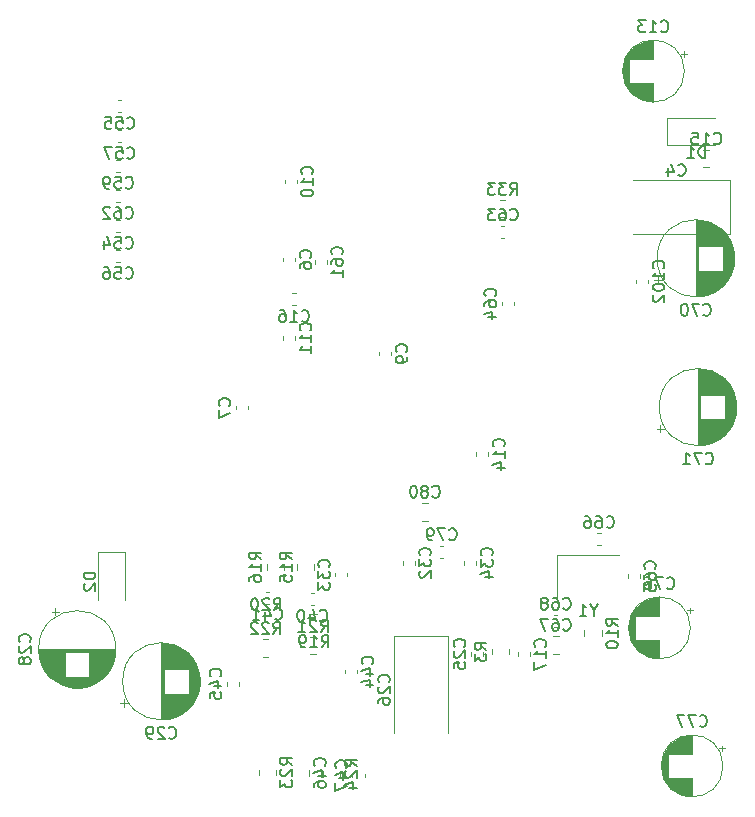
<source format=gbr>
%TF.GenerationSoftware,KiCad,Pcbnew,7.0.2*%
%TF.CreationDate,2023-11-01T23:53:07+01:00*%
%TF.ProjectId,stm_audio_board_V2,73746d5f-6175-4646-996f-5f626f617264,rev?*%
%TF.SameCoordinates,Original*%
%TF.FileFunction,Legend,Bot*%
%TF.FilePolarity,Positive*%
%FSLAX46Y46*%
G04 Gerber Fmt 4.6, Leading zero omitted, Abs format (unit mm)*
G04 Created by KiCad (PCBNEW 7.0.2) date 2023-11-01 23:53:07*
%MOMM*%
%LPD*%
G01*
G04 APERTURE LIST*
%ADD10C,0.150000*%
%ADD11C,0.120000*%
G04 APERTURE END LIST*
D10*
%TO.C,C25*%
X219480380Y-103458166D02*
X219528000Y-103410547D01*
X219528000Y-103410547D02*
X219575619Y-103267690D01*
X219575619Y-103267690D02*
X219575619Y-103172452D01*
X219575619Y-103172452D02*
X219528000Y-103029595D01*
X219528000Y-103029595D02*
X219432761Y-102934357D01*
X219432761Y-102934357D02*
X219337523Y-102886738D01*
X219337523Y-102886738D02*
X219147047Y-102839119D01*
X219147047Y-102839119D02*
X219004190Y-102839119D01*
X219004190Y-102839119D02*
X218813714Y-102886738D01*
X218813714Y-102886738D02*
X218718476Y-102934357D01*
X218718476Y-102934357D02*
X218623238Y-103029595D01*
X218623238Y-103029595D02*
X218575619Y-103172452D01*
X218575619Y-103172452D02*
X218575619Y-103267690D01*
X218575619Y-103267690D02*
X218623238Y-103410547D01*
X218623238Y-103410547D02*
X218670857Y-103458166D01*
X218670857Y-103839119D02*
X218623238Y-103886738D01*
X218623238Y-103886738D02*
X218575619Y-103981976D01*
X218575619Y-103981976D02*
X218575619Y-104220071D01*
X218575619Y-104220071D02*
X218623238Y-104315309D01*
X218623238Y-104315309D02*
X218670857Y-104362928D01*
X218670857Y-104362928D02*
X218766095Y-104410547D01*
X218766095Y-104410547D02*
X218861333Y-104410547D01*
X218861333Y-104410547D02*
X219004190Y-104362928D01*
X219004190Y-104362928D02*
X219575619Y-103791500D01*
X219575619Y-103791500D02*
X219575619Y-104410547D01*
X218575619Y-105315309D02*
X218575619Y-104839119D01*
X218575619Y-104839119D02*
X219051809Y-104791500D01*
X219051809Y-104791500D02*
X219004190Y-104839119D01*
X219004190Y-104839119D02*
X218956571Y-104934357D01*
X218956571Y-104934357D02*
X218956571Y-105172452D01*
X218956571Y-105172452D02*
X219004190Y-105267690D01*
X219004190Y-105267690D02*
X219051809Y-105315309D01*
X219051809Y-105315309D02*
X219147047Y-105362928D01*
X219147047Y-105362928D02*
X219385142Y-105362928D01*
X219385142Y-105362928D02*
X219480380Y-105315309D01*
X219480380Y-105315309D02*
X219528000Y-105267690D01*
X219528000Y-105267690D02*
X219575619Y-105172452D01*
X219575619Y-105172452D02*
X219575619Y-104934357D01*
X219575619Y-104934357D02*
X219528000Y-104839119D01*
X219528000Y-104839119D02*
X219480380Y-104791500D01*
%TO.C,C54*%
X190819857Y-69682380D02*
X190867476Y-69730000D01*
X190867476Y-69730000D02*
X191010333Y-69777619D01*
X191010333Y-69777619D02*
X191105571Y-69777619D01*
X191105571Y-69777619D02*
X191248428Y-69730000D01*
X191248428Y-69730000D02*
X191343666Y-69634761D01*
X191343666Y-69634761D02*
X191391285Y-69539523D01*
X191391285Y-69539523D02*
X191438904Y-69349047D01*
X191438904Y-69349047D02*
X191438904Y-69206190D01*
X191438904Y-69206190D02*
X191391285Y-69015714D01*
X191391285Y-69015714D02*
X191343666Y-68920476D01*
X191343666Y-68920476D02*
X191248428Y-68825238D01*
X191248428Y-68825238D02*
X191105571Y-68777619D01*
X191105571Y-68777619D02*
X191010333Y-68777619D01*
X191010333Y-68777619D02*
X190867476Y-68825238D01*
X190867476Y-68825238D02*
X190819857Y-68872857D01*
X189915095Y-68777619D02*
X190391285Y-68777619D01*
X190391285Y-68777619D02*
X190438904Y-69253809D01*
X190438904Y-69253809D02*
X190391285Y-69206190D01*
X190391285Y-69206190D02*
X190296047Y-69158571D01*
X190296047Y-69158571D02*
X190057952Y-69158571D01*
X190057952Y-69158571D02*
X189962714Y-69206190D01*
X189962714Y-69206190D02*
X189915095Y-69253809D01*
X189915095Y-69253809D02*
X189867476Y-69349047D01*
X189867476Y-69349047D02*
X189867476Y-69587142D01*
X189867476Y-69587142D02*
X189915095Y-69682380D01*
X189915095Y-69682380D02*
X189962714Y-69730000D01*
X189962714Y-69730000D02*
X190057952Y-69777619D01*
X190057952Y-69777619D02*
X190296047Y-69777619D01*
X190296047Y-69777619D02*
X190391285Y-69730000D01*
X190391285Y-69730000D02*
X190438904Y-69682380D01*
X189010333Y-69110952D02*
X189010333Y-69777619D01*
X189248428Y-68730000D02*
X189486523Y-69444285D01*
X189486523Y-69444285D02*
X188867476Y-69444285D01*
%TO.C,C7*%
X199594380Y-83074333D02*
X199642000Y-83026714D01*
X199642000Y-83026714D02*
X199689619Y-82883857D01*
X199689619Y-82883857D02*
X199689619Y-82788619D01*
X199689619Y-82788619D02*
X199642000Y-82645762D01*
X199642000Y-82645762D02*
X199546761Y-82550524D01*
X199546761Y-82550524D02*
X199451523Y-82502905D01*
X199451523Y-82502905D02*
X199261047Y-82455286D01*
X199261047Y-82455286D02*
X199118190Y-82455286D01*
X199118190Y-82455286D02*
X198927714Y-82502905D01*
X198927714Y-82502905D02*
X198832476Y-82550524D01*
X198832476Y-82550524D02*
X198737238Y-82645762D01*
X198737238Y-82645762D02*
X198689619Y-82788619D01*
X198689619Y-82788619D02*
X198689619Y-82883857D01*
X198689619Y-82883857D02*
X198737238Y-83026714D01*
X198737238Y-83026714D02*
X198784857Y-83074333D01*
X198689619Y-83407667D02*
X198689619Y-84074333D01*
X198689619Y-84074333D02*
X199689619Y-83645762D01*
%TO.C,C15*%
X240615857Y-60850380D02*
X240663476Y-60898000D01*
X240663476Y-60898000D02*
X240806333Y-60945619D01*
X240806333Y-60945619D02*
X240901571Y-60945619D01*
X240901571Y-60945619D02*
X241044428Y-60898000D01*
X241044428Y-60898000D02*
X241139666Y-60802761D01*
X241139666Y-60802761D02*
X241187285Y-60707523D01*
X241187285Y-60707523D02*
X241234904Y-60517047D01*
X241234904Y-60517047D02*
X241234904Y-60374190D01*
X241234904Y-60374190D02*
X241187285Y-60183714D01*
X241187285Y-60183714D02*
X241139666Y-60088476D01*
X241139666Y-60088476D02*
X241044428Y-59993238D01*
X241044428Y-59993238D02*
X240901571Y-59945619D01*
X240901571Y-59945619D02*
X240806333Y-59945619D01*
X240806333Y-59945619D02*
X240663476Y-59993238D01*
X240663476Y-59993238D02*
X240615857Y-60040857D01*
X239663476Y-60945619D02*
X240234904Y-60945619D01*
X239949190Y-60945619D02*
X239949190Y-59945619D01*
X239949190Y-59945619D02*
X240044428Y-60088476D01*
X240044428Y-60088476D02*
X240139666Y-60183714D01*
X240139666Y-60183714D02*
X240234904Y-60231333D01*
X238758714Y-59945619D02*
X239234904Y-59945619D01*
X239234904Y-59945619D02*
X239282523Y-60421809D01*
X239282523Y-60421809D02*
X239234904Y-60374190D01*
X239234904Y-60374190D02*
X239139666Y-60326571D01*
X239139666Y-60326571D02*
X238901571Y-60326571D01*
X238901571Y-60326571D02*
X238806333Y-60374190D01*
X238806333Y-60374190D02*
X238758714Y-60421809D01*
X238758714Y-60421809D02*
X238711095Y-60517047D01*
X238711095Y-60517047D02*
X238711095Y-60755142D01*
X238711095Y-60755142D02*
X238758714Y-60850380D01*
X238758714Y-60850380D02*
X238806333Y-60898000D01*
X238806333Y-60898000D02*
X238901571Y-60945619D01*
X238901571Y-60945619D02*
X239139666Y-60945619D01*
X239139666Y-60945619D02*
X239234904Y-60898000D01*
X239234904Y-60898000D02*
X239282523Y-60850380D01*
%TO.C,C13*%
X236141098Y-51350380D02*
X236188717Y-51398000D01*
X236188717Y-51398000D02*
X236331574Y-51445619D01*
X236331574Y-51445619D02*
X236426812Y-51445619D01*
X236426812Y-51445619D02*
X236569669Y-51398000D01*
X236569669Y-51398000D02*
X236664907Y-51302761D01*
X236664907Y-51302761D02*
X236712526Y-51207523D01*
X236712526Y-51207523D02*
X236760145Y-51017047D01*
X236760145Y-51017047D02*
X236760145Y-50874190D01*
X236760145Y-50874190D02*
X236712526Y-50683714D01*
X236712526Y-50683714D02*
X236664907Y-50588476D01*
X236664907Y-50588476D02*
X236569669Y-50493238D01*
X236569669Y-50493238D02*
X236426812Y-50445619D01*
X236426812Y-50445619D02*
X236331574Y-50445619D01*
X236331574Y-50445619D02*
X236188717Y-50493238D01*
X236188717Y-50493238D02*
X236141098Y-50540857D01*
X235188717Y-51445619D02*
X235760145Y-51445619D01*
X235474431Y-51445619D02*
X235474431Y-50445619D01*
X235474431Y-50445619D02*
X235569669Y-50588476D01*
X235569669Y-50588476D02*
X235664907Y-50683714D01*
X235664907Y-50683714D02*
X235760145Y-50731333D01*
X234855383Y-50445619D02*
X234236336Y-50445619D01*
X234236336Y-50445619D02*
X234569669Y-50826571D01*
X234569669Y-50826571D02*
X234426812Y-50826571D01*
X234426812Y-50826571D02*
X234331574Y-50874190D01*
X234331574Y-50874190D02*
X234283955Y-50921809D01*
X234283955Y-50921809D02*
X234236336Y-51017047D01*
X234236336Y-51017047D02*
X234236336Y-51255142D01*
X234236336Y-51255142D02*
X234283955Y-51350380D01*
X234283955Y-51350380D02*
X234331574Y-51398000D01*
X234331574Y-51398000D02*
X234426812Y-51445619D01*
X234426812Y-51445619D02*
X234712526Y-51445619D01*
X234712526Y-51445619D02*
X234807764Y-51398000D01*
X234807764Y-51398000D02*
X234855383Y-51350380D01*
%TO.C,R22*%
X203317856Y-102381619D02*
X203651189Y-101905428D01*
X203889284Y-102381619D02*
X203889284Y-101381619D01*
X203889284Y-101381619D02*
X203508332Y-101381619D01*
X203508332Y-101381619D02*
X203413094Y-101429238D01*
X203413094Y-101429238D02*
X203365475Y-101476857D01*
X203365475Y-101476857D02*
X203317856Y-101572095D01*
X203317856Y-101572095D02*
X203317856Y-101714952D01*
X203317856Y-101714952D02*
X203365475Y-101810190D01*
X203365475Y-101810190D02*
X203413094Y-101857809D01*
X203413094Y-101857809D02*
X203508332Y-101905428D01*
X203508332Y-101905428D02*
X203889284Y-101905428D01*
X202936903Y-101476857D02*
X202889284Y-101429238D01*
X202889284Y-101429238D02*
X202794046Y-101381619D01*
X202794046Y-101381619D02*
X202555951Y-101381619D01*
X202555951Y-101381619D02*
X202460713Y-101429238D01*
X202460713Y-101429238D02*
X202413094Y-101476857D01*
X202413094Y-101476857D02*
X202365475Y-101572095D01*
X202365475Y-101572095D02*
X202365475Y-101667333D01*
X202365475Y-101667333D02*
X202413094Y-101810190D01*
X202413094Y-101810190D02*
X202984522Y-102381619D01*
X202984522Y-102381619D02*
X202365475Y-102381619D01*
X201984522Y-101476857D02*
X201936903Y-101429238D01*
X201936903Y-101429238D02*
X201841665Y-101381619D01*
X201841665Y-101381619D02*
X201603570Y-101381619D01*
X201603570Y-101381619D02*
X201508332Y-101429238D01*
X201508332Y-101429238D02*
X201460713Y-101476857D01*
X201460713Y-101476857D02*
X201413094Y-101572095D01*
X201413094Y-101572095D02*
X201413094Y-101667333D01*
X201413094Y-101667333D02*
X201460713Y-101810190D01*
X201460713Y-101810190D02*
X202032141Y-102381619D01*
X202032141Y-102381619D02*
X201413094Y-102381619D01*
%TO.C,Y1*%
X230435190Y-100381428D02*
X230435190Y-100857619D01*
X230768523Y-99857619D02*
X230435190Y-100381428D01*
X230435190Y-100381428D02*
X230101857Y-99857619D01*
X229244714Y-100857619D02*
X229816142Y-100857619D01*
X229530428Y-100857619D02*
X229530428Y-99857619D01*
X229530428Y-99857619D02*
X229625666Y-100000476D01*
X229625666Y-100000476D02*
X229720904Y-100095714D01*
X229720904Y-100095714D02*
X229816142Y-100143333D01*
%TO.C,C63*%
X223383857Y-67283714D02*
X223431476Y-67331334D01*
X223431476Y-67331334D02*
X223574333Y-67378953D01*
X223574333Y-67378953D02*
X223669571Y-67378953D01*
X223669571Y-67378953D02*
X223812428Y-67331334D01*
X223812428Y-67331334D02*
X223907666Y-67236095D01*
X223907666Y-67236095D02*
X223955285Y-67140857D01*
X223955285Y-67140857D02*
X224002904Y-66950381D01*
X224002904Y-66950381D02*
X224002904Y-66807524D01*
X224002904Y-66807524D02*
X223955285Y-66617048D01*
X223955285Y-66617048D02*
X223907666Y-66521810D01*
X223907666Y-66521810D02*
X223812428Y-66426572D01*
X223812428Y-66426572D02*
X223669571Y-66378953D01*
X223669571Y-66378953D02*
X223574333Y-66378953D01*
X223574333Y-66378953D02*
X223431476Y-66426572D01*
X223431476Y-66426572D02*
X223383857Y-66474191D01*
X222526714Y-66378953D02*
X222717190Y-66378953D01*
X222717190Y-66378953D02*
X222812428Y-66426572D01*
X222812428Y-66426572D02*
X222860047Y-66474191D01*
X222860047Y-66474191D02*
X222955285Y-66617048D01*
X222955285Y-66617048D02*
X223002904Y-66807524D01*
X223002904Y-66807524D02*
X223002904Y-67188476D01*
X223002904Y-67188476D02*
X222955285Y-67283714D01*
X222955285Y-67283714D02*
X222907666Y-67331334D01*
X222907666Y-67331334D02*
X222812428Y-67378953D01*
X222812428Y-67378953D02*
X222621952Y-67378953D01*
X222621952Y-67378953D02*
X222526714Y-67331334D01*
X222526714Y-67331334D02*
X222479095Y-67283714D01*
X222479095Y-67283714D02*
X222431476Y-67188476D01*
X222431476Y-67188476D02*
X222431476Y-66950381D01*
X222431476Y-66950381D02*
X222479095Y-66855143D01*
X222479095Y-66855143D02*
X222526714Y-66807524D01*
X222526714Y-66807524D02*
X222621952Y-66759905D01*
X222621952Y-66759905D02*
X222812428Y-66759905D01*
X222812428Y-66759905D02*
X222907666Y-66807524D01*
X222907666Y-66807524D02*
X222955285Y-66855143D01*
X222955285Y-66855143D02*
X223002904Y-66950381D01*
X222098142Y-66378953D02*
X221479095Y-66378953D01*
X221479095Y-66378953D02*
X221812428Y-66759905D01*
X221812428Y-66759905D02*
X221669571Y-66759905D01*
X221669571Y-66759905D02*
X221574333Y-66807524D01*
X221574333Y-66807524D02*
X221526714Y-66855143D01*
X221526714Y-66855143D02*
X221479095Y-66950381D01*
X221479095Y-66950381D02*
X221479095Y-67188476D01*
X221479095Y-67188476D02*
X221526714Y-67283714D01*
X221526714Y-67283714D02*
X221574333Y-67331334D01*
X221574333Y-67331334D02*
X221669571Y-67378953D01*
X221669571Y-67378953D02*
X221955285Y-67378953D01*
X221955285Y-67378953D02*
X222050523Y-67331334D01*
X222050523Y-67331334D02*
X222098142Y-67283714D01*
%TO.C,D1*%
X239889094Y-62099619D02*
X239889094Y-61099619D01*
X239889094Y-61099619D02*
X239650999Y-61099619D01*
X239650999Y-61099619D02*
X239508142Y-61147238D01*
X239508142Y-61147238D02*
X239412904Y-61242476D01*
X239412904Y-61242476D02*
X239365285Y-61337714D01*
X239365285Y-61337714D02*
X239317666Y-61528190D01*
X239317666Y-61528190D02*
X239317666Y-61671047D01*
X239317666Y-61671047D02*
X239365285Y-61861523D01*
X239365285Y-61861523D02*
X239412904Y-61956761D01*
X239412904Y-61956761D02*
X239508142Y-62052000D01*
X239508142Y-62052000D02*
X239650999Y-62099619D01*
X239650999Y-62099619D02*
X239889094Y-62099619D01*
X238365285Y-62099619D02*
X238936713Y-62099619D01*
X238650999Y-62099619D02*
X238650999Y-61099619D01*
X238650999Y-61099619D02*
X238746237Y-61242476D01*
X238746237Y-61242476D02*
X238841475Y-61337714D01*
X238841475Y-61337714D02*
X238936713Y-61385333D01*
%TO.C,R15*%
X204876283Y-96068142D02*
X204400092Y-95734809D01*
X204876283Y-95496714D02*
X203876283Y-95496714D01*
X203876283Y-95496714D02*
X203876283Y-95877666D01*
X203876283Y-95877666D02*
X203923902Y-95972904D01*
X203923902Y-95972904D02*
X203971521Y-96020523D01*
X203971521Y-96020523D02*
X204066759Y-96068142D01*
X204066759Y-96068142D02*
X204209616Y-96068142D01*
X204209616Y-96068142D02*
X204304854Y-96020523D01*
X204304854Y-96020523D02*
X204352473Y-95972904D01*
X204352473Y-95972904D02*
X204400092Y-95877666D01*
X204400092Y-95877666D02*
X204400092Y-95496714D01*
X204876283Y-97020523D02*
X204876283Y-96449095D01*
X204876283Y-96734809D02*
X203876283Y-96734809D01*
X203876283Y-96734809D02*
X204019140Y-96639571D01*
X204019140Y-96639571D02*
X204114378Y-96544333D01*
X204114378Y-96544333D02*
X204161997Y-96449095D01*
X203876283Y-97925285D02*
X203876283Y-97449095D01*
X203876283Y-97449095D02*
X204352473Y-97401476D01*
X204352473Y-97401476D02*
X204304854Y-97449095D01*
X204304854Y-97449095D02*
X204257235Y-97544333D01*
X204257235Y-97544333D02*
X204257235Y-97782428D01*
X204257235Y-97782428D02*
X204304854Y-97877666D01*
X204304854Y-97877666D02*
X204352473Y-97925285D01*
X204352473Y-97925285D02*
X204447711Y-97972904D01*
X204447711Y-97972904D02*
X204685806Y-97972904D01*
X204685806Y-97972904D02*
X204781044Y-97925285D01*
X204781044Y-97925285D02*
X204828664Y-97877666D01*
X204828664Y-97877666D02*
X204876283Y-97782428D01*
X204876283Y-97782428D02*
X204876283Y-97544333D01*
X204876283Y-97544333D02*
X204828664Y-97449095D01*
X204828664Y-97449095D02*
X204781044Y-97401476D01*
%TO.C,R20*%
X203352522Y-100349619D02*
X203685855Y-99873428D01*
X203923950Y-100349619D02*
X203923950Y-99349619D01*
X203923950Y-99349619D02*
X203542998Y-99349619D01*
X203542998Y-99349619D02*
X203447760Y-99397238D01*
X203447760Y-99397238D02*
X203400141Y-99444857D01*
X203400141Y-99444857D02*
X203352522Y-99540095D01*
X203352522Y-99540095D02*
X203352522Y-99682952D01*
X203352522Y-99682952D02*
X203400141Y-99778190D01*
X203400141Y-99778190D02*
X203447760Y-99825809D01*
X203447760Y-99825809D02*
X203542998Y-99873428D01*
X203542998Y-99873428D02*
X203923950Y-99873428D01*
X202971569Y-99444857D02*
X202923950Y-99397238D01*
X202923950Y-99397238D02*
X202828712Y-99349619D01*
X202828712Y-99349619D02*
X202590617Y-99349619D01*
X202590617Y-99349619D02*
X202495379Y-99397238D01*
X202495379Y-99397238D02*
X202447760Y-99444857D01*
X202447760Y-99444857D02*
X202400141Y-99540095D01*
X202400141Y-99540095D02*
X202400141Y-99635333D01*
X202400141Y-99635333D02*
X202447760Y-99778190D01*
X202447760Y-99778190D02*
X203019188Y-100349619D01*
X203019188Y-100349619D02*
X202400141Y-100349619D01*
X201781093Y-99349619D02*
X201685855Y-99349619D01*
X201685855Y-99349619D02*
X201590617Y-99397238D01*
X201590617Y-99397238D02*
X201542998Y-99444857D01*
X201542998Y-99444857D02*
X201495379Y-99540095D01*
X201495379Y-99540095D02*
X201447760Y-99730571D01*
X201447760Y-99730571D02*
X201447760Y-99968666D01*
X201447760Y-99968666D02*
X201495379Y-100159142D01*
X201495379Y-100159142D02*
X201542998Y-100254380D01*
X201542998Y-100254380D02*
X201590617Y-100302000D01*
X201590617Y-100302000D02*
X201685855Y-100349619D01*
X201685855Y-100349619D02*
X201781093Y-100349619D01*
X201781093Y-100349619D02*
X201876331Y-100302000D01*
X201876331Y-100302000D02*
X201923950Y-100254380D01*
X201923950Y-100254380D02*
X201971569Y-100159142D01*
X201971569Y-100159142D02*
X202019188Y-99968666D01*
X202019188Y-99968666D02*
X202019188Y-99730571D01*
X202019188Y-99730571D02*
X201971569Y-99540095D01*
X201971569Y-99540095D02*
X201923950Y-99444857D01*
X201923950Y-99444857D02*
X201876331Y-99397238D01*
X201876331Y-99397238D02*
X201781093Y-99349619D01*
%TO.C,C29*%
X194475857Y-111169139D02*
X194523476Y-111216759D01*
X194523476Y-111216759D02*
X194666333Y-111264378D01*
X194666333Y-111264378D02*
X194761571Y-111264378D01*
X194761571Y-111264378D02*
X194904428Y-111216759D01*
X194904428Y-111216759D02*
X194999666Y-111121520D01*
X194999666Y-111121520D02*
X195047285Y-111026282D01*
X195047285Y-111026282D02*
X195094904Y-110835806D01*
X195094904Y-110835806D02*
X195094904Y-110692949D01*
X195094904Y-110692949D02*
X195047285Y-110502473D01*
X195047285Y-110502473D02*
X194999666Y-110407235D01*
X194999666Y-110407235D02*
X194904428Y-110311997D01*
X194904428Y-110311997D02*
X194761571Y-110264378D01*
X194761571Y-110264378D02*
X194666333Y-110264378D01*
X194666333Y-110264378D02*
X194523476Y-110311997D01*
X194523476Y-110311997D02*
X194475857Y-110359616D01*
X194094904Y-110359616D02*
X194047285Y-110311997D01*
X194047285Y-110311997D02*
X193952047Y-110264378D01*
X193952047Y-110264378D02*
X193713952Y-110264378D01*
X193713952Y-110264378D02*
X193618714Y-110311997D01*
X193618714Y-110311997D02*
X193571095Y-110359616D01*
X193571095Y-110359616D02*
X193523476Y-110454854D01*
X193523476Y-110454854D02*
X193523476Y-110550092D01*
X193523476Y-110550092D02*
X193571095Y-110692949D01*
X193571095Y-110692949D02*
X194142523Y-111264378D01*
X194142523Y-111264378D02*
X193523476Y-111264378D01*
X193047285Y-111264378D02*
X192856809Y-111264378D01*
X192856809Y-111264378D02*
X192761571Y-111216759D01*
X192761571Y-111216759D02*
X192713952Y-111169139D01*
X192713952Y-111169139D02*
X192618714Y-111026282D01*
X192618714Y-111026282D02*
X192571095Y-110835806D01*
X192571095Y-110835806D02*
X192571095Y-110454854D01*
X192571095Y-110454854D02*
X192618714Y-110359616D01*
X192618714Y-110359616D02*
X192666333Y-110311997D01*
X192666333Y-110311997D02*
X192761571Y-110264378D01*
X192761571Y-110264378D02*
X192952047Y-110264378D01*
X192952047Y-110264378D02*
X193047285Y-110311997D01*
X193047285Y-110311997D02*
X193094904Y-110359616D01*
X193094904Y-110359616D02*
X193142523Y-110454854D01*
X193142523Y-110454854D02*
X193142523Y-110692949D01*
X193142523Y-110692949D02*
X193094904Y-110788187D01*
X193094904Y-110788187D02*
X193047285Y-110835806D01*
X193047285Y-110835806D02*
X192952047Y-110883425D01*
X192952047Y-110883425D02*
X192761571Y-110883425D01*
X192761571Y-110883425D02*
X192666333Y-110835806D01*
X192666333Y-110835806D02*
X192618714Y-110788187D01*
X192618714Y-110788187D02*
X192571095Y-110692949D01*
%TO.C,C41*%
X203471857Y-101112384D02*
X203519476Y-101160004D01*
X203519476Y-101160004D02*
X203662333Y-101207623D01*
X203662333Y-101207623D02*
X203757571Y-101207623D01*
X203757571Y-101207623D02*
X203900428Y-101160004D01*
X203900428Y-101160004D02*
X203995666Y-101064765D01*
X203995666Y-101064765D02*
X204043285Y-100969527D01*
X204043285Y-100969527D02*
X204090904Y-100779051D01*
X204090904Y-100779051D02*
X204090904Y-100636194D01*
X204090904Y-100636194D02*
X204043285Y-100445718D01*
X204043285Y-100445718D02*
X203995666Y-100350480D01*
X203995666Y-100350480D02*
X203900428Y-100255242D01*
X203900428Y-100255242D02*
X203757571Y-100207623D01*
X203757571Y-100207623D02*
X203662333Y-100207623D01*
X203662333Y-100207623D02*
X203519476Y-100255242D01*
X203519476Y-100255242D02*
X203471857Y-100302861D01*
X202614714Y-100540956D02*
X202614714Y-101207623D01*
X202852809Y-100160004D02*
X203090904Y-100874289D01*
X203090904Y-100874289D02*
X202471857Y-100874289D01*
X201567095Y-101207623D02*
X202138523Y-101207623D01*
X201852809Y-101207623D02*
X201852809Y-100207623D01*
X201852809Y-100207623D02*
X201948047Y-100350480D01*
X201948047Y-100350480D02*
X202043285Y-100445718D01*
X202043285Y-100445718D02*
X202138523Y-100493337D01*
%TO.C,C9*%
X214578380Y-78502333D02*
X214626000Y-78454714D01*
X214626000Y-78454714D02*
X214673619Y-78311857D01*
X214673619Y-78311857D02*
X214673619Y-78216619D01*
X214673619Y-78216619D02*
X214626000Y-78073762D01*
X214626000Y-78073762D02*
X214530761Y-77978524D01*
X214530761Y-77978524D02*
X214435523Y-77930905D01*
X214435523Y-77930905D02*
X214245047Y-77883286D01*
X214245047Y-77883286D02*
X214102190Y-77883286D01*
X214102190Y-77883286D02*
X213911714Y-77930905D01*
X213911714Y-77930905D02*
X213816476Y-77978524D01*
X213816476Y-77978524D02*
X213721238Y-78073762D01*
X213721238Y-78073762D02*
X213673619Y-78216619D01*
X213673619Y-78216619D02*
X213673619Y-78311857D01*
X213673619Y-78311857D02*
X213721238Y-78454714D01*
X213721238Y-78454714D02*
X213768857Y-78502333D01*
X214673619Y-78978524D02*
X214673619Y-79169000D01*
X214673619Y-79169000D02*
X214626000Y-79264238D01*
X214626000Y-79264238D02*
X214578380Y-79311857D01*
X214578380Y-79311857D02*
X214435523Y-79407095D01*
X214435523Y-79407095D02*
X214245047Y-79454714D01*
X214245047Y-79454714D02*
X213864095Y-79454714D01*
X213864095Y-79454714D02*
X213768857Y-79407095D01*
X213768857Y-79407095D02*
X213721238Y-79359476D01*
X213721238Y-79359476D02*
X213673619Y-79264238D01*
X213673619Y-79264238D02*
X213673619Y-79073762D01*
X213673619Y-79073762D02*
X213721238Y-78978524D01*
X213721238Y-78978524D02*
X213768857Y-78930905D01*
X213768857Y-78930905D02*
X213864095Y-78883286D01*
X213864095Y-78883286D02*
X214102190Y-78883286D01*
X214102190Y-78883286D02*
X214197428Y-78930905D01*
X214197428Y-78930905D02*
X214245047Y-78978524D01*
X214245047Y-78978524D02*
X214292666Y-79073762D01*
X214292666Y-79073762D02*
X214292666Y-79264238D01*
X214292666Y-79264238D02*
X214245047Y-79359476D01*
X214245047Y-79359476D02*
X214197428Y-79407095D01*
X214197428Y-79407095D02*
X214102190Y-79454714D01*
%TO.C,C28*%
X182681621Y-103044142D02*
X182729241Y-102996523D01*
X182729241Y-102996523D02*
X182776860Y-102853666D01*
X182776860Y-102853666D02*
X182776860Y-102758428D01*
X182776860Y-102758428D02*
X182729241Y-102615571D01*
X182729241Y-102615571D02*
X182634002Y-102520333D01*
X182634002Y-102520333D02*
X182538764Y-102472714D01*
X182538764Y-102472714D02*
X182348288Y-102425095D01*
X182348288Y-102425095D02*
X182205431Y-102425095D01*
X182205431Y-102425095D02*
X182014955Y-102472714D01*
X182014955Y-102472714D02*
X181919717Y-102520333D01*
X181919717Y-102520333D02*
X181824479Y-102615571D01*
X181824479Y-102615571D02*
X181776860Y-102758428D01*
X181776860Y-102758428D02*
X181776860Y-102853666D01*
X181776860Y-102853666D02*
X181824479Y-102996523D01*
X181824479Y-102996523D02*
X181872098Y-103044142D01*
X181872098Y-103425095D02*
X181824479Y-103472714D01*
X181824479Y-103472714D02*
X181776860Y-103567952D01*
X181776860Y-103567952D02*
X181776860Y-103806047D01*
X181776860Y-103806047D02*
X181824479Y-103901285D01*
X181824479Y-103901285D02*
X181872098Y-103948904D01*
X181872098Y-103948904D02*
X181967336Y-103996523D01*
X181967336Y-103996523D02*
X182062574Y-103996523D01*
X182062574Y-103996523D02*
X182205431Y-103948904D01*
X182205431Y-103948904D02*
X182776860Y-103377476D01*
X182776860Y-103377476D02*
X182776860Y-103996523D01*
X182205431Y-104567952D02*
X182157812Y-104472714D01*
X182157812Y-104472714D02*
X182110193Y-104425095D01*
X182110193Y-104425095D02*
X182014955Y-104377476D01*
X182014955Y-104377476D02*
X181967336Y-104377476D01*
X181967336Y-104377476D02*
X181872098Y-104425095D01*
X181872098Y-104425095D02*
X181824479Y-104472714D01*
X181824479Y-104472714D02*
X181776860Y-104567952D01*
X181776860Y-104567952D02*
X181776860Y-104758428D01*
X181776860Y-104758428D02*
X181824479Y-104853666D01*
X181824479Y-104853666D02*
X181872098Y-104901285D01*
X181872098Y-104901285D02*
X181967336Y-104948904D01*
X181967336Y-104948904D02*
X182014955Y-104948904D01*
X182014955Y-104948904D02*
X182110193Y-104901285D01*
X182110193Y-104901285D02*
X182157812Y-104853666D01*
X182157812Y-104853666D02*
X182205431Y-104758428D01*
X182205431Y-104758428D02*
X182205431Y-104567952D01*
X182205431Y-104567952D02*
X182253050Y-104472714D01*
X182253050Y-104472714D02*
X182300669Y-104425095D01*
X182300669Y-104425095D02*
X182395907Y-104377476D01*
X182395907Y-104377476D02*
X182586383Y-104377476D01*
X182586383Y-104377476D02*
X182681621Y-104425095D01*
X182681621Y-104425095D02*
X182729241Y-104472714D01*
X182729241Y-104472714D02*
X182776860Y-104567952D01*
X182776860Y-104567952D02*
X182776860Y-104758428D01*
X182776860Y-104758428D02*
X182729241Y-104853666D01*
X182729241Y-104853666D02*
X182681621Y-104901285D01*
X182681621Y-104901285D02*
X182586383Y-104948904D01*
X182586383Y-104948904D02*
X182395907Y-104948904D01*
X182395907Y-104948904D02*
X182300669Y-104901285D01*
X182300669Y-104901285D02*
X182253050Y-104853666D01*
X182253050Y-104853666D02*
X182205431Y-104758428D01*
%TO.C,C56*%
X190819857Y-72228380D02*
X190867476Y-72276000D01*
X190867476Y-72276000D02*
X191010333Y-72323619D01*
X191010333Y-72323619D02*
X191105571Y-72323619D01*
X191105571Y-72323619D02*
X191248428Y-72276000D01*
X191248428Y-72276000D02*
X191343666Y-72180761D01*
X191343666Y-72180761D02*
X191391285Y-72085523D01*
X191391285Y-72085523D02*
X191438904Y-71895047D01*
X191438904Y-71895047D02*
X191438904Y-71752190D01*
X191438904Y-71752190D02*
X191391285Y-71561714D01*
X191391285Y-71561714D02*
X191343666Y-71466476D01*
X191343666Y-71466476D02*
X191248428Y-71371238D01*
X191248428Y-71371238D02*
X191105571Y-71323619D01*
X191105571Y-71323619D02*
X191010333Y-71323619D01*
X191010333Y-71323619D02*
X190867476Y-71371238D01*
X190867476Y-71371238D02*
X190819857Y-71418857D01*
X189915095Y-71323619D02*
X190391285Y-71323619D01*
X190391285Y-71323619D02*
X190438904Y-71799809D01*
X190438904Y-71799809D02*
X190391285Y-71752190D01*
X190391285Y-71752190D02*
X190296047Y-71704571D01*
X190296047Y-71704571D02*
X190057952Y-71704571D01*
X190057952Y-71704571D02*
X189962714Y-71752190D01*
X189962714Y-71752190D02*
X189915095Y-71799809D01*
X189915095Y-71799809D02*
X189867476Y-71895047D01*
X189867476Y-71895047D02*
X189867476Y-72133142D01*
X189867476Y-72133142D02*
X189915095Y-72228380D01*
X189915095Y-72228380D02*
X189962714Y-72276000D01*
X189962714Y-72276000D02*
X190057952Y-72323619D01*
X190057952Y-72323619D02*
X190296047Y-72323619D01*
X190296047Y-72323619D02*
X190391285Y-72276000D01*
X190391285Y-72276000D02*
X190438904Y-72228380D01*
X189010333Y-71323619D02*
X189200809Y-71323619D01*
X189200809Y-71323619D02*
X189296047Y-71371238D01*
X189296047Y-71371238D02*
X189343666Y-71418857D01*
X189343666Y-71418857D02*
X189438904Y-71561714D01*
X189438904Y-71561714D02*
X189486523Y-71752190D01*
X189486523Y-71752190D02*
X189486523Y-72133142D01*
X189486523Y-72133142D02*
X189438904Y-72228380D01*
X189438904Y-72228380D02*
X189391285Y-72276000D01*
X189391285Y-72276000D02*
X189296047Y-72323619D01*
X189296047Y-72323619D02*
X189105571Y-72323619D01*
X189105571Y-72323619D02*
X189010333Y-72276000D01*
X189010333Y-72276000D02*
X188962714Y-72228380D01*
X188962714Y-72228380D02*
X188915095Y-72133142D01*
X188915095Y-72133142D02*
X188915095Y-71895047D01*
X188915095Y-71895047D02*
X188962714Y-71799809D01*
X188962714Y-71799809D02*
X189010333Y-71752190D01*
X189010333Y-71752190D02*
X189105571Y-71704571D01*
X189105571Y-71704571D02*
X189296047Y-71704571D01*
X189296047Y-71704571D02*
X189391285Y-71752190D01*
X189391285Y-71752190D02*
X189438904Y-71799809D01*
X189438904Y-71799809D02*
X189486523Y-71895047D01*
%TO.C,C102*%
X236337380Y-71417952D02*
X236385000Y-71370333D01*
X236385000Y-71370333D02*
X236432619Y-71227476D01*
X236432619Y-71227476D02*
X236432619Y-71132238D01*
X236432619Y-71132238D02*
X236385000Y-70989381D01*
X236385000Y-70989381D02*
X236289761Y-70894143D01*
X236289761Y-70894143D02*
X236194523Y-70846524D01*
X236194523Y-70846524D02*
X236004047Y-70798905D01*
X236004047Y-70798905D02*
X235861190Y-70798905D01*
X235861190Y-70798905D02*
X235670714Y-70846524D01*
X235670714Y-70846524D02*
X235575476Y-70894143D01*
X235575476Y-70894143D02*
X235480238Y-70989381D01*
X235480238Y-70989381D02*
X235432619Y-71132238D01*
X235432619Y-71132238D02*
X235432619Y-71227476D01*
X235432619Y-71227476D02*
X235480238Y-71370333D01*
X235480238Y-71370333D02*
X235527857Y-71417952D01*
X236432619Y-72370333D02*
X236432619Y-71798905D01*
X236432619Y-72084619D02*
X235432619Y-72084619D01*
X235432619Y-72084619D02*
X235575476Y-71989381D01*
X235575476Y-71989381D02*
X235670714Y-71894143D01*
X235670714Y-71894143D02*
X235718333Y-71798905D01*
X235432619Y-72989381D02*
X235432619Y-73084619D01*
X235432619Y-73084619D02*
X235480238Y-73179857D01*
X235480238Y-73179857D02*
X235527857Y-73227476D01*
X235527857Y-73227476D02*
X235623095Y-73275095D01*
X235623095Y-73275095D02*
X235813571Y-73322714D01*
X235813571Y-73322714D02*
X236051666Y-73322714D01*
X236051666Y-73322714D02*
X236242142Y-73275095D01*
X236242142Y-73275095D02*
X236337380Y-73227476D01*
X236337380Y-73227476D02*
X236385000Y-73179857D01*
X236385000Y-73179857D02*
X236432619Y-73084619D01*
X236432619Y-73084619D02*
X236432619Y-72989381D01*
X236432619Y-72989381D02*
X236385000Y-72894143D01*
X236385000Y-72894143D02*
X236337380Y-72846524D01*
X236337380Y-72846524D02*
X236242142Y-72798905D01*
X236242142Y-72798905D02*
X236051666Y-72751286D01*
X236051666Y-72751286D02*
X235813571Y-72751286D01*
X235813571Y-72751286D02*
X235623095Y-72798905D01*
X235623095Y-72798905D02*
X235527857Y-72846524D01*
X235527857Y-72846524D02*
X235480238Y-72894143D01*
X235480238Y-72894143D02*
X235432619Y-72989381D01*
X235527857Y-73703667D02*
X235480238Y-73751286D01*
X235480238Y-73751286D02*
X235432619Y-73846524D01*
X235432619Y-73846524D02*
X235432619Y-74084619D01*
X235432619Y-74084619D02*
X235480238Y-74179857D01*
X235480238Y-74179857D02*
X235527857Y-74227476D01*
X235527857Y-74227476D02*
X235623095Y-74275095D01*
X235623095Y-74275095D02*
X235718333Y-74275095D01*
X235718333Y-74275095D02*
X235861190Y-74227476D01*
X235861190Y-74227476D02*
X236432619Y-73656048D01*
X236432619Y-73656048D02*
X236432619Y-74275095D01*
%TO.C,C26*%
X213106356Y-106470142D02*
X213153976Y-106422523D01*
X213153976Y-106422523D02*
X213201595Y-106279666D01*
X213201595Y-106279666D02*
X213201595Y-106184428D01*
X213201595Y-106184428D02*
X213153976Y-106041571D01*
X213153976Y-106041571D02*
X213058737Y-105946333D01*
X213058737Y-105946333D02*
X212963499Y-105898714D01*
X212963499Y-105898714D02*
X212773023Y-105851095D01*
X212773023Y-105851095D02*
X212630166Y-105851095D01*
X212630166Y-105851095D02*
X212439690Y-105898714D01*
X212439690Y-105898714D02*
X212344452Y-105946333D01*
X212344452Y-105946333D02*
X212249214Y-106041571D01*
X212249214Y-106041571D02*
X212201595Y-106184428D01*
X212201595Y-106184428D02*
X212201595Y-106279666D01*
X212201595Y-106279666D02*
X212249214Y-106422523D01*
X212249214Y-106422523D02*
X212296833Y-106470142D01*
X212296833Y-106851095D02*
X212249214Y-106898714D01*
X212249214Y-106898714D02*
X212201595Y-106993952D01*
X212201595Y-106993952D02*
X212201595Y-107232047D01*
X212201595Y-107232047D02*
X212249214Y-107327285D01*
X212249214Y-107327285D02*
X212296833Y-107374904D01*
X212296833Y-107374904D02*
X212392071Y-107422523D01*
X212392071Y-107422523D02*
X212487309Y-107422523D01*
X212487309Y-107422523D02*
X212630166Y-107374904D01*
X212630166Y-107374904D02*
X213201595Y-106803476D01*
X213201595Y-106803476D02*
X213201595Y-107422523D01*
X212201595Y-108279666D02*
X212201595Y-108089190D01*
X212201595Y-108089190D02*
X212249214Y-107993952D01*
X212249214Y-107993952D02*
X212296833Y-107946333D01*
X212296833Y-107946333D02*
X212439690Y-107851095D01*
X212439690Y-107851095D02*
X212630166Y-107803476D01*
X212630166Y-107803476D02*
X213011118Y-107803476D01*
X213011118Y-107803476D02*
X213106356Y-107851095D01*
X213106356Y-107851095D02*
X213153976Y-107898714D01*
X213153976Y-107898714D02*
X213201595Y-107993952D01*
X213201595Y-107993952D02*
X213201595Y-108184428D01*
X213201595Y-108184428D02*
X213153976Y-108279666D01*
X213153976Y-108279666D02*
X213106356Y-108327285D01*
X213106356Y-108327285D02*
X213011118Y-108374904D01*
X213011118Y-108374904D02*
X212773023Y-108374904D01*
X212773023Y-108374904D02*
X212677785Y-108327285D01*
X212677785Y-108327285D02*
X212630166Y-108279666D01*
X212630166Y-108279666D02*
X212582547Y-108184428D01*
X212582547Y-108184428D02*
X212582547Y-107993952D01*
X212582547Y-107993952D02*
X212630166Y-107898714D01*
X212630166Y-107898714D02*
X212677785Y-107851095D01*
X212677785Y-107851095D02*
X212773023Y-107803476D01*
%TO.C,C70*%
X239735857Y-75355139D02*
X239783476Y-75402759D01*
X239783476Y-75402759D02*
X239926333Y-75450378D01*
X239926333Y-75450378D02*
X240021571Y-75450378D01*
X240021571Y-75450378D02*
X240164428Y-75402759D01*
X240164428Y-75402759D02*
X240259666Y-75307520D01*
X240259666Y-75307520D02*
X240307285Y-75212282D01*
X240307285Y-75212282D02*
X240354904Y-75021806D01*
X240354904Y-75021806D02*
X240354904Y-74878949D01*
X240354904Y-74878949D02*
X240307285Y-74688473D01*
X240307285Y-74688473D02*
X240259666Y-74593235D01*
X240259666Y-74593235D02*
X240164428Y-74497997D01*
X240164428Y-74497997D02*
X240021571Y-74450378D01*
X240021571Y-74450378D02*
X239926333Y-74450378D01*
X239926333Y-74450378D02*
X239783476Y-74497997D01*
X239783476Y-74497997D02*
X239735857Y-74545616D01*
X239402523Y-74450378D02*
X238735857Y-74450378D01*
X238735857Y-74450378D02*
X239164428Y-75450378D01*
X238164428Y-74450378D02*
X238069190Y-74450378D01*
X238069190Y-74450378D02*
X237973952Y-74497997D01*
X237973952Y-74497997D02*
X237926333Y-74545616D01*
X237926333Y-74545616D02*
X237878714Y-74640854D01*
X237878714Y-74640854D02*
X237831095Y-74831330D01*
X237831095Y-74831330D02*
X237831095Y-75069425D01*
X237831095Y-75069425D02*
X237878714Y-75259901D01*
X237878714Y-75259901D02*
X237926333Y-75355139D01*
X237926333Y-75355139D02*
X237973952Y-75402759D01*
X237973952Y-75402759D02*
X238069190Y-75450378D01*
X238069190Y-75450378D02*
X238164428Y-75450378D01*
X238164428Y-75450378D02*
X238259666Y-75402759D01*
X238259666Y-75402759D02*
X238307285Y-75355139D01*
X238307285Y-75355139D02*
X238354904Y-75259901D01*
X238354904Y-75259901D02*
X238402523Y-75069425D01*
X238402523Y-75069425D02*
X238402523Y-74831330D01*
X238402523Y-74831330D02*
X238354904Y-74640854D01*
X238354904Y-74640854D02*
X238307285Y-74545616D01*
X238307285Y-74545616D02*
X238259666Y-74497997D01*
X238259666Y-74497997D02*
X238164428Y-74450378D01*
%TO.C,R3*%
X221353619Y-103734357D02*
X220877428Y-103401024D01*
X221353619Y-103162929D02*
X220353619Y-103162929D01*
X220353619Y-103162929D02*
X220353619Y-103543881D01*
X220353619Y-103543881D02*
X220401238Y-103639119D01*
X220401238Y-103639119D02*
X220448857Y-103686738D01*
X220448857Y-103686738D02*
X220544095Y-103734357D01*
X220544095Y-103734357D02*
X220686952Y-103734357D01*
X220686952Y-103734357D02*
X220782190Y-103686738D01*
X220782190Y-103686738D02*
X220829809Y-103639119D01*
X220829809Y-103639119D02*
X220877428Y-103543881D01*
X220877428Y-103543881D02*
X220877428Y-103162929D01*
X220353619Y-104067691D02*
X220353619Y-104686738D01*
X220353619Y-104686738D02*
X220734571Y-104353405D01*
X220734571Y-104353405D02*
X220734571Y-104496262D01*
X220734571Y-104496262D02*
X220782190Y-104591500D01*
X220782190Y-104591500D02*
X220829809Y-104639119D01*
X220829809Y-104639119D02*
X220925047Y-104686738D01*
X220925047Y-104686738D02*
X221163142Y-104686738D01*
X221163142Y-104686738D02*
X221258380Y-104639119D01*
X221258380Y-104639119D02*
X221306000Y-104591500D01*
X221306000Y-104591500D02*
X221353619Y-104496262D01*
X221353619Y-104496262D02*
X221353619Y-104210548D01*
X221353619Y-104210548D02*
X221306000Y-104115310D01*
X221306000Y-104115310D02*
X221258380Y-104067691D01*
%TO.C,C79*%
X218217857Y-94362380D02*
X218265476Y-94410000D01*
X218265476Y-94410000D02*
X218408333Y-94457619D01*
X218408333Y-94457619D02*
X218503571Y-94457619D01*
X218503571Y-94457619D02*
X218646428Y-94410000D01*
X218646428Y-94410000D02*
X218741666Y-94314761D01*
X218741666Y-94314761D02*
X218789285Y-94219523D01*
X218789285Y-94219523D02*
X218836904Y-94029047D01*
X218836904Y-94029047D02*
X218836904Y-93886190D01*
X218836904Y-93886190D02*
X218789285Y-93695714D01*
X218789285Y-93695714D02*
X218741666Y-93600476D01*
X218741666Y-93600476D02*
X218646428Y-93505238D01*
X218646428Y-93505238D02*
X218503571Y-93457619D01*
X218503571Y-93457619D02*
X218408333Y-93457619D01*
X218408333Y-93457619D02*
X218265476Y-93505238D01*
X218265476Y-93505238D02*
X218217857Y-93552857D01*
X217884523Y-93457619D02*
X217217857Y-93457619D01*
X217217857Y-93457619D02*
X217646428Y-94457619D01*
X216789285Y-94457619D02*
X216598809Y-94457619D01*
X216598809Y-94457619D02*
X216503571Y-94410000D01*
X216503571Y-94410000D02*
X216455952Y-94362380D01*
X216455952Y-94362380D02*
X216360714Y-94219523D01*
X216360714Y-94219523D02*
X216313095Y-94029047D01*
X216313095Y-94029047D02*
X216313095Y-93648095D01*
X216313095Y-93648095D02*
X216360714Y-93552857D01*
X216360714Y-93552857D02*
X216408333Y-93505238D01*
X216408333Y-93505238D02*
X216503571Y-93457619D01*
X216503571Y-93457619D02*
X216694047Y-93457619D01*
X216694047Y-93457619D02*
X216789285Y-93505238D01*
X216789285Y-93505238D02*
X216836904Y-93552857D01*
X216836904Y-93552857D02*
X216884523Y-93648095D01*
X216884523Y-93648095D02*
X216884523Y-93886190D01*
X216884523Y-93886190D02*
X216836904Y-93981428D01*
X216836904Y-93981428D02*
X216789285Y-94029047D01*
X216789285Y-94029047D02*
X216694047Y-94076666D01*
X216694047Y-94076666D02*
X216503571Y-94076666D01*
X216503571Y-94076666D02*
X216408333Y-94029047D01*
X216408333Y-94029047D02*
X216360714Y-93981428D01*
X216360714Y-93981428D02*
X216313095Y-93886190D01*
%TO.C,R19*%
X207404518Y-103521619D02*
X207737851Y-103045428D01*
X207975946Y-103521619D02*
X207975946Y-102521619D01*
X207975946Y-102521619D02*
X207594994Y-102521619D01*
X207594994Y-102521619D02*
X207499756Y-102569238D01*
X207499756Y-102569238D02*
X207452137Y-102616857D01*
X207452137Y-102616857D02*
X207404518Y-102712095D01*
X207404518Y-102712095D02*
X207404518Y-102854952D01*
X207404518Y-102854952D02*
X207452137Y-102950190D01*
X207452137Y-102950190D02*
X207499756Y-102997809D01*
X207499756Y-102997809D02*
X207594994Y-103045428D01*
X207594994Y-103045428D02*
X207975946Y-103045428D01*
X206452137Y-103521619D02*
X207023565Y-103521619D01*
X206737851Y-103521619D02*
X206737851Y-102521619D01*
X206737851Y-102521619D02*
X206833089Y-102664476D01*
X206833089Y-102664476D02*
X206928327Y-102759714D01*
X206928327Y-102759714D02*
X207023565Y-102807333D01*
X205975946Y-103521619D02*
X205785470Y-103521619D01*
X205785470Y-103521619D02*
X205690232Y-103474000D01*
X205690232Y-103474000D02*
X205642613Y-103426380D01*
X205642613Y-103426380D02*
X205547375Y-103283523D01*
X205547375Y-103283523D02*
X205499756Y-103093047D01*
X205499756Y-103093047D02*
X205499756Y-102712095D01*
X205499756Y-102712095D02*
X205547375Y-102616857D01*
X205547375Y-102616857D02*
X205594994Y-102569238D01*
X205594994Y-102569238D02*
X205690232Y-102521619D01*
X205690232Y-102521619D02*
X205880708Y-102521619D01*
X205880708Y-102521619D02*
X205975946Y-102569238D01*
X205975946Y-102569238D02*
X206023565Y-102616857D01*
X206023565Y-102616857D02*
X206071184Y-102712095D01*
X206071184Y-102712095D02*
X206071184Y-102950190D01*
X206071184Y-102950190D02*
X206023565Y-103045428D01*
X206023565Y-103045428D02*
X205975946Y-103093047D01*
X205975946Y-103093047D02*
X205880708Y-103140666D01*
X205880708Y-103140666D02*
X205690232Y-103140666D01*
X205690232Y-103140666D02*
X205594994Y-103093047D01*
X205594994Y-103093047D02*
X205547375Y-103045428D01*
X205547375Y-103045428D02*
X205499756Y-102950190D01*
%TO.C,D2*%
X188259619Y-97188905D02*
X187259619Y-97188905D01*
X187259619Y-97188905D02*
X187259619Y-97427000D01*
X187259619Y-97427000D02*
X187307238Y-97569857D01*
X187307238Y-97569857D02*
X187402476Y-97665095D01*
X187402476Y-97665095D02*
X187497714Y-97712714D01*
X187497714Y-97712714D02*
X187688190Y-97760333D01*
X187688190Y-97760333D02*
X187831047Y-97760333D01*
X187831047Y-97760333D02*
X188021523Y-97712714D01*
X188021523Y-97712714D02*
X188116761Y-97665095D01*
X188116761Y-97665095D02*
X188212000Y-97569857D01*
X188212000Y-97569857D02*
X188259619Y-97427000D01*
X188259619Y-97427000D02*
X188259619Y-97188905D01*
X187354857Y-98141286D02*
X187307238Y-98188905D01*
X187307238Y-98188905D02*
X187259619Y-98284143D01*
X187259619Y-98284143D02*
X187259619Y-98522238D01*
X187259619Y-98522238D02*
X187307238Y-98617476D01*
X187307238Y-98617476D02*
X187354857Y-98665095D01*
X187354857Y-98665095D02*
X187450095Y-98712714D01*
X187450095Y-98712714D02*
X187545333Y-98712714D01*
X187545333Y-98712714D02*
X187688190Y-98665095D01*
X187688190Y-98665095D02*
X188259619Y-98093667D01*
X188259619Y-98093667D02*
X188259619Y-98712714D01*
%TO.C,C10*%
X206578380Y-63436142D02*
X206626000Y-63388523D01*
X206626000Y-63388523D02*
X206673619Y-63245666D01*
X206673619Y-63245666D02*
X206673619Y-63150428D01*
X206673619Y-63150428D02*
X206626000Y-63007571D01*
X206626000Y-63007571D02*
X206530761Y-62912333D01*
X206530761Y-62912333D02*
X206435523Y-62864714D01*
X206435523Y-62864714D02*
X206245047Y-62817095D01*
X206245047Y-62817095D02*
X206102190Y-62817095D01*
X206102190Y-62817095D02*
X205911714Y-62864714D01*
X205911714Y-62864714D02*
X205816476Y-62912333D01*
X205816476Y-62912333D02*
X205721238Y-63007571D01*
X205721238Y-63007571D02*
X205673619Y-63150428D01*
X205673619Y-63150428D02*
X205673619Y-63245666D01*
X205673619Y-63245666D02*
X205721238Y-63388523D01*
X205721238Y-63388523D02*
X205768857Y-63436142D01*
X206673619Y-64388523D02*
X206673619Y-63817095D01*
X206673619Y-64102809D02*
X205673619Y-64102809D01*
X205673619Y-64102809D02*
X205816476Y-64007571D01*
X205816476Y-64007571D02*
X205911714Y-63912333D01*
X205911714Y-63912333D02*
X205959333Y-63817095D01*
X205673619Y-65007571D02*
X205673619Y-65102809D01*
X205673619Y-65102809D02*
X205721238Y-65198047D01*
X205721238Y-65198047D02*
X205768857Y-65245666D01*
X205768857Y-65245666D02*
X205864095Y-65293285D01*
X205864095Y-65293285D02*
X206054571Y-65340904D01*
X206054571Y-65340904D02*
X206292666Y-65340904D01*
X206292666Y-65340904D02*
X206483142Y-65293285D01*
X206483142Y-65293285D02*
X206578380Y-65245666D01*
X206578380Y-65245666D02*
X206626000Y-65198047D01*
X206626000Y-65198047D02*
X206673619Y-65102809D01*
X206673619Y-65102809D02*
X206673619Y-65007571D01*
X206673619Y-65007571D02*
X206626000Y-64912333D01*
X206626000Y-64912333D02*
X206578380Y-64864714D01*
X206578380Y-64864714D02*
X206483142Y-64817095D01*
X206483142Y-64817095D02*
X206292666Y-64769476D01*
X206292666Y-64769476D02*
X206054571Y-64769476D01*
X206054571Y-64769476D02*
X205864095Y-64817095D01*
X205864095Y-64817095D02*
X205768857Y-64864714D01*
X205768857Y-64864714D02*
X205721238Y-64912333D01*
X205721238Y-64912333D02*
X205673619Y-65007571D01*
%TO.C,C34*%
X221800380Y-95740142D02*
X221848000Y-95692523D01*
X221848000Y-95692523D02*
X221895619Y-95549666D01*
X221895619Y-95549666D02*
X221895619Y-95454428D01*
X221895619Y-95454428D02*
X221848000Y-95311571D01*
X221848000Y-95311571D02*
X221752761Y-95216333D01*
X221752761Y-95216333D02*
X221657523Y-95168714D01*
X221657523Y-95168714D02*
X221467047Y-95121095D01*
X221467047Y-95121095D02*
X221324190Y-95121095D01*
X221324190Y-95121095D02*
X221133714Y-95168714D01*
X221133714Y-95168714D02*
X221038476Y-95216333D01*
X221038476Y-95216333D02*
X220943238Y-95311571D01*
X220943238Y-95311571D02*
X220895619Y-95454428D01*
X220895619Y-95454428D02*
X220895619Y-95549666D01*
X220895619Y-95549666D02*
X220943238Y-95692523D01*
X220943238Y-95692523D02*
X220990857Y-95740142D01*
X220895619Y-96073476D02*
X220895619Y-96692523D01*
X220895619Y-96692523D02*
X221276571Y-96359190D01*
X221276571Y-96359190D02*
X221276571Y-96502047D01*
X221276571Y-96502047D02*
X221324190Y-96597285D01*
X221324190Y-96597285D02*
X221371809Y-96644904D01*
X221371809Y-96644904D02*
X221467047Y-96692523D01*
X221467047Y-96692523D02*
X221705142Y-96692523D01*
X221705142Y-96692523D02*
X221800380Y-96644904D01*
X221800380Y-96644904D02*
X221848000Y-96597285D01*
X221848000Y-96597285D02*
X221895619Y-96502047D01*
X221895619Y-96502047D02*
X221895619Y-96216333D01*
X221895619Y-96216333D02*
X221848000Y-96121095D01*
X221848000Y-96121095D02*
X221800380Y-96073476D01*
X221228952Y-97549666D02*
X221895619Y-97549666D01*
X220848000Y-97311571D02*
X221562285Y-97073476D01*
X221562285Y-97073476D02*
X221562285Y-97692523D01*
%TO.C,C61*%
X209118380Y-70248142D02*
X209166000Y-70200523D01*
X209166000Y-70200523D02*
X209213619Y-70057666D01*
X209213619Y-70057666D02*
X209213619Y-69962428D01*
X209213619Y-69962428D02*
X209166000Y-69819571D01*
X209166000Y-69819571D02*
X209070761Y-69724333D01*
X209070761Y-69724333D02*
X208975523Y-69676714D01*
X208975523Y-69676714D02*
X208785047Y-69629095D01*
X208785047Y-69629095D02*
X208642190Y-69629095D01*
X208642190Y-69629095D02*
X208451714Y-69676714D01*
X208451714Y-69676714D02*
X208356476Y-69724333D01*
X208356476Y-69724333D02*
X208261238Y-69819571D01*
X208261238Y-69819571D02*
X208213619Y-69962428D01*
X208213619Y-69962428D02*
X208213619Y-70057666D01*
X208213619Y-70057666D02*
X208261238Y-70200523D01*
X208261238Y-70200523D02*
X208308857Y-70248142D01*
X208213619Y-71105285D02*
X208213619Y-70914809D01*
X208213619Y-70914809D02*
X208261238Y-70819571D01*
X208261238Y-70819571D02*
X208308857Y-70771952D01*
X208308857Y-70771952D02*
X208451714Y-70676714D01*
X208451714Y-70676714D02*
X208642190Y-70629095D01*
X208642190Y-70629095D02*
X209023142Y-70629095D01*
X209023142Y-70629095D02*
X209118380Y-70676714D01*
X209118380Y-70676714D02*
X209166000Y-70724333D01*
X209166000Y-70724333D02*
X209213619Y-70819571D01*
X209213619Y-70819571D02*
X209213619Y-71010047D01*
X209213619Y-71010047D02*
X209166000Y-71105285D01*
X209166000Y-71105285D02*
X209118380Y-71152904D01*
X209118380Y-71152904D02*
X209023142Y-71200523D01*
X209023142Y-71200523D02*
X208785047Y-71200523D01*
X208785047Y-71200523D02*
X208689809Y-71152904D01*
X208689809Y-71152904D02*
X208642190Y-71105285D01*
X208642190Y-71105285D02*
X208594571Y-71010047D01*
X208594571Y-71010047D02*
X208594571Y-70819571D01*
X208594571Y-70819571D02*
X208642190Y-70724333D01*
X208642190Y-70724333D02*
X208689809Y-70676714D01*
X208689809Y-70676714D02*
X208785047Y-70629095D01*
X209213619Y-72152904D02*
X209213619Y-71581476D01*
X209213619Y-71867190D02*
X208213619Y-71867190D01*
X208213619Y-71867190D02*
X208356476Y-71771952D01*
X208356476Y-71771952D02*
X208451714Y-71676714D01*
X208451714Y-71676714D02*
X208499333Y-71581476D01*
%TO.C,C80*%
X216793857Y-90746380D02*
X216841476Y-90794000D01*
X216841476Y-90794000D02*
X216984333Y-90841619D01*
X216984333Y-90841619D02*
X217079571Y-90841619D01*
X217079571Y-90841619D02*
X217222428Y-90794000D01*
X217222428Y-90794000D02*
X217317666Y-90698761D01*
X217317666Y-90698761D02*
X217365285Y-90603523D01*
X217365285Y-90603523D02*
X217412904Y-90413047D01*
X217412904Y-90413047D02*
X217412904Y-90270190D01*
X217412904Y-90270190D02*
X217365285Y-90079714D01*
X217365285Y-90079714D02*
X217317666Y-89984476D01*
X217317666Y-89984476D02*
X217222428Y-89889238D01*
X217222428Y-89889238D02*
X217079571Y-89841619D01*
X217079571Y-89841619D02*
X216984333Y-89841619D01*
X216984333Y-89841619D02*
X216841476Y-89889238D01*
X216841476Y-89889238D02*
X216793857Y-89936857D01*
X216222428Y-90270190D02*
X216317666Y-90222571D01*
X216317666Y-90222571D02*
X216365285Y-90174952D01*
X216365285Y-90174952D02*
X216412904Y-90079714D01*
X216412904Y-90079714D02*
X216412904Y-90032095D01*
X216412904Y-90032095D02*
X216365285Y-89936857D01*
X216365285Y-89936857D02*
X216317666Y-89889238D01*
X216317666Y-89889238D02*
X216222428Y-89841619D01*
X216222428Y-89841619D02*
X216031952Y-89841619D01*
X216031952Y-89841619D02*
X215936714Y-89889238D01*
X215936714Y-89889238D02*
X215889095Y-89936857D01*
X215889095Y-89936857D02*
X215841476Y-90032095D01*
X215841476Y-90032095D02*
X215841476Y-90079714D01*
X215841476Y-90079714D02*
X215889095Y-90174952D01*
X215889095Y-90174952D02*
X215936714Y-90222571D01*
X215936714Y-90222571D02*
X216031952Y-90270190D01*
X216031952Y-90270190D02*
X216222428Y-90270190D01*
X216222428Y-90270190D02*
X216317666Y-90317809D01*
X216317666Y-90317809D02*
X216365285Y-90365428D01*
X216365285Y-90365428D02*
X216412904Y-90460666D01*
X216412904Y-90460666D02*
X216412904Y-90651142D01*
X216412904Y-90651142D02*
X216365285Y-90746380D01*
X216365285Y-90746380D02*
X216317666Y-90794000D01*
X216317666Y-90794000D02*
X216222428Y-90841619D01*
X216222428Y-90841619D02*
X216031952Y-90841619D01*
X216031952Y-90841619D02*
X215936714Y-90794000D01*
X215936714Y-90794000D02*
X215889095Y-90746380D01*
X215889095Y-90746380D02*
X215841476Y-90651142D01*
X215841476Y-90651142D02*
X215841476Y-90460666D01*
X215841476Y-90460666D02*
X215889095Y-90365428D01*
X215889095Y-90365428D02*
X215936714Y-90317809D01*
X215936714Y-90317809D02*
X216031952Y-90270190D01*
X215222428Y-89841619D02*
X215127190Y-89841619D01*
X215127190Y-89841619D02*
X215031952Y-89889238D01*
X215031952Y-89889238D02*
X214984333Y-89936857D01*
X214984333Y-89936857D02*
X214936714Y-90032095D01*
X214936714Y-90032095D02*
X214889095Y-90222571D01*
X214889095Y-90222571D02*
X214889095Y-90460666D01*
X214889095Y-90460666D02*
X214936714Y-90651142D01*
X214936714Y-90651142D02*
X214984333Y-90746380D01*
X214984333Y-90746380D02*
X215031952Y-90794000D01*
X215031952Y-90794000D02*
X215127190Y-90841619D01*
X215127190Y-90841619D02*
X215222428Y-90841619D01*
X215222428Y-90841619D02*
X215317666Y-90794000D01*
X215317666Y-90794000D02*
X215365285Y-90746380D01*
X215365285Y-90746380D02*
X215412904Y-90651142D01*
X215412904Y-90651142D02*
X215460523Y-90460666D01*
X215460523Y-90460666D02*
X215460523Y-90222571D01*
X215460523Y-90222571D02*
X215412904Y-90032095D01*
X215412904Y-90032095D02*
X215365285Y-89936857D01*
X215365285Y-89936857D02*
X215317666Y-89889238D01*
X215317666Y-89889238D02*
X215222428Y-89841619D01*
%TO.C,C66*%
X231535857Y-93322380D02*
X231583476Y-93370000D01*
X231583476Y-93370000D02*
X231726333Y-93417619D01*
X231726333Y-93417619D02*
X231821571Y-93417619D01*
X231821571Y-93417619D02*
X231964428Y-93370000D01*
X231964428Y-93370000D02*
X232059666Y-93274761D01*
X232059666Y-93274761D02*
X232107285Y-93179523D01*
X232107285Y-93179523D02*
X232154904Y-92989047D01*
X232154904Y-92989047D02*
X232154904Y-92846190D01*
X232154904Y-92846190D02*
X232107285Y-92655714D01*
X232107285Y-92655714D02*
X232059666Y-92560476D01*
X232059666Y-92560476D02*
X231964428Y-92465238D01*
X231964428Y-92465238D02*
X231821571Y-92417619D01*
X231821571Y-92417619D02*
X231726333Y-92417619D01*
X231726333Y-92417619D02*
X231583476Y-92465238D01*
X231583476Y-92465238D02*
X231535857Y-92512857D01*
X230678714Y-92417619D02*
X230869190Y-92417619D01*
X230869190Y-92417619D02*
X230964428Y-92465238D01*
X230964428Y-92465238D02*
X231012047Y-92512857D01*
X231012047Y-92512857D02*
X231107285Y-92655714D01*
X231107285Y-92655714D02*
X231154904Y-92846190D01*
X231154904Y-92846190D02*
X231154904Y-93227142D01*
X231154904Y-93227142D02*
X231107285Y-93322380D01*
X231107285Y-93322380D02*
X231059666Y-93370000D01*
X231059666Y-93370000D02*
X230964428Y-93417619D01*
X230964428Y-93417619D02*
X230773952Y-93417619D01*
X230773952Y-93417619D02*
X230678714Y-93370000D01*
X230678714Y-93370000D02*
X230631095Y-93322380D01*
X230631095Y-93322380D02*
X230583476Y-93227142D01*
X230583476Y-93227142D02*
X230583476Y-92989047D01*
X230583476Y-92989047D02*
X230631095Y-92893809D01*
X230631095Y-92893809D02*
X230678714Y-92846190D01*
X230678714Y-92846190D02*
X230773952Y-92798571D01*
X230773952Y-92798571D02*
X230964428Y-92798571D01*
X230964428Y-92798571D02*
X231059666Y-92846190D01*
X231059666Y-92846190D02*
X231107285Y-92893809D01*
X231107285Y-92893809D02*
X231154904Y-92989047D01*
X229726333Y-92417619D02*
X229916809Y-92417619D01*
X229916809Y-92417619D02*
X230012047Y-92465238D01*
X230012047Y-92465238D02*
X230059666Y-92512857D01*
X230059666Y-92512857D02*
X230154904Y-92655714D01*
X230154904Y-92655714D02*
X230202523Y-92846190D01*
X230202523Y-92846190D02*
X230202523Y-93227142D01*
X230202523Y-93227142D02*
X230154904Y-93322380D01*
X230154904Y-93322380D02*
X230107285Y-93370000D01*
X230107285Y-93370000D02*
X230012047Y-93417619D01*
X230012047Y-93417619D02*
X229821571Y-93417619D01*
X229821571Y-93417619D02*
X229726333Y-93370000D01*
X229726333Y-93370000D02*
X229678714Y-93322380D01*
X229678714Y-93322380D02*
X229631095Y-93227142D01*
X229631095Y-93227142D02*
X229631095Y-92989047D01*
X229631095Y-92989047D02*
X229678714Y-92893809D01*
X229678714Y-92893809D02*
X229726333Y-92846190D01*
X229726333Y-92846190D02*
X229821571Y-92798571D01*
X229821571Y-92798571D02*
X230012047Y-92798571D01*
X230012047Y-92798571D02*
X230107285Y-92846190D01*
X230107285Y-92846190D02*
X230154904Y-92893809D01*
X230154904Y-92893809D02*
X230202523Y-92989047D01*
%TO.C,C17*%
X226322380Y-103458166D02*
X226370000Y-103410547D01*
X226370000Y-103410547D02*
X226417619Y-103267690D01*
X226417619Y-103267690D02*
X226417619Y-103172452D01*
X226417619Y-103172452D02*
X226370000Y-103029595D01*
X226370000Y-103029595D02*
X226274761Y-102934357D01*
X226274761Y-102934357D02*
X226179523Y-102886738D01*
X226179523Y-102886738D02*
X225989047Y-102839119D01*
X225989047Y-102839119D02*
X225846190Y-102839119D01*
X225846190Y-102839119D02*
X225655714Y-102886738D01*
X225655714Y-102886738D02*
X225560476Y-102934357D01*
X225560476Y-102934357D02*
X225465238Y-103029595D01*
X225465238Y-103029595D02*
X225417619Y-103172452D01*
X225417619Y-103172452D02*
X225417619Y-103267690D01*
X225417619Y-103267690D02*
X225465238Y-103410547D01*
X225465238Y-103410547D02*
X225512857Y-103458166D01*
X226417619Y-104410547D02*
X226417619Y-103839119D01*
X226417619Y-104124833D02*
X225417619Y-104124833D01*
X225417619Y-104124833D02*
X225560476Y-104029595D01*
X225560476Y-104029595D02*
X225655714Y-103934357D01*
X225655714Y-103934357D02*
X225703333Y-103839119D01*
X225417619Y-104743881D02*
X225417619Y-105410547D01*
X225417619Y-105410547D02*
X226417619Y-104981976D01*
%TO.C,C62*%
X190819857Y-67136380D02*
X190867476Y-67184000D01*
X190867476Y-67184000D02*
X191010333Y-67231619D01*
X191010333Y-67231619D02*
X191105571Y-67231619D01*
X191105571Y-67231619D02*
X191248428Y-67184000D01*
X191248428Y-67184000D02*
X191343666Y-67088761D01*
X191343666Y-67088761D02*
X191391285Y-66993523D01*
X191391285Y-66993523D02*
X191438904Y-66803047D01*
X191438904Y-66803047D02*
X191438904Y-66660190D01*
X191438904Y-66660190D02*
X191391285Y-66469714D01*
X191391285Y-66469714D02*
X191343666Y-66374476D01*
X191343666Y-66374476D02*
X191248428Y-66279238D01*
X191248428Y-66279238D02*
X191105571Y-66231619D01*
X191105571Y-66231619D02*
X191010333Y-66231619D01*
X191010333Y-66231619D02*
X190867476Y-66279238D01*
X190867476Y-66279238D02*
X190819857Y-66326857D01*
X189962714Y-66231619D02*
X190153190Y-66231619D01*
X190153190Y-66231619D02*
X190248428Y-66279238D01*
X190248428Y-66279238D02*
X190296047Y-66326857D01*
X190296047Y-66326857D02*
X190391285Y-66469714D01*
X190391285Y-66469714D02*
X190438904Y-66660190D01*
X190438904Y-66660190D02*
X190438904Y-67041142D01*
X190438904Y-67041142D02*
X190391285Y-67136380D01*
X190391285Y-67136380D02*
X190343666Y-67184000D01*
X190343666Y-67184000D02*
X190248428Y-67231619D01*
X190248428Y-67231619D02*
X190057952Y-67231619D01*
X190057952Y-67231619D02*
X189962714Y-67184000D01*
X189962714Y-67184000D02*
X189915095Y-67136380D01*
X189915095Y-67136380D02*
X189867476Y-67041142D01*
X189867476Y-67041142D02*
X189867476Y-66803047D01*
X189867476Y-66803047D02*
X189915095Y-66707809D01*
X189915095Y-66707809D02*
X189962714Y-66660190D01*
X189962714Y-66660190D02*
X190057952Y-66612571D01*
X190057952Y-66612571D02*
X190248428Y-66612571D01*
X190248428Y-66612571D02*
X190343666Y-66660190D01*
X190343666Y-66660190D02*
X190391285Y-66707809D01*
X190391285Y-66707809D02*
X190438904Y-66803047D01*
X189486523Y-66326857D02*
X189438904Y-66279238D01*
X189438904Y-66279238D02*
X189343666Y-66231619D01*
X189343666Y-66231619D02*
X189105571Y-66231619D01*
X189105571Y-66231619D02*
X189010333Y-66279238D01*
X189010333Y-66279238D02*
X188962714Y-66326857D01*
X188962714Y-66326857D02*
X188915095Y-66422095D01*
X188915095Y-66422095D02*
X188915095Y-66517333D01*
X188915095Y-66517333D02*
X188962714Y-66660190D01*
X188962714Y-66660190D02*
X189534142Y-67231619D01*
X189534142Y-67231619D02*
X188915095Y-67231619D01*
%TO.C,C40*%
X207266520Y-101248380D02*
X207314139Y-101296000D01*
X207314139Y-101296000D02*
X207456996Y-101343619D01*
X207456996Y-101343619D02*
X207552234Y-101343619D01*
X207552234Y-101343619D02*
X207695091Y-101296000D01*
X207695091Y-101296000D02*
X207790329Y-101200761D01*
X207790329Y-101200761D02*
X207837948Y-101105523D01*
X207837948Y-101105523D02*
X207885567Y-100915047D01*
X207885567Y-100915047D02*
X207885567Y-100772190D01*
X207885567Y-100772190D02*
X207837948Y-100581714D01*
X207837948Y-100581714D02*
X207790329Y-100486476D01*
X207790329Y-100486476D02*
X207695091Y-100391238D01*
X207695091Y-100391238D02*
X207552234Y-100343619D01*
X207552234Y-100343619D02*
X207456996Y-100343619D01*
X207456996Y-100343619D02*
X207314139Y-100391238D01*
X207314139Y-100391238D02*
X207266520Y-100438857D01*
X206409377Y-100676952D02*
X206409377Y-101343619D01*
X206647472Y-100296000D02*
X206885567Y-101010285D01*
X206885567Y-101010285D02*
X206266520Y-101010285D01*
X205695091Y-100343619D02*
X205599853Y-100343619D01*
X205599853Y-100343619D02*
X205504615Y-100391238D01*
X205504615Y-100391238D02*
X205456996Y-100438857D01*
X205456996Y-100438857D02*
X205409377Y-100534095D01*
X205409377Y-100534095D02*
X205361758Y-100724571D01*
X205361758Y-100724571D02*
X205361758Y-100962666D01*
X205361758Y-100962666D02*
X205409377Y-101153142D01*
X205409377Y-101153142D02*
X205456996Y-101248380D01*
X205456996Y-101248380D02*
X205504615Y-101296000D01*
X205504615Y-101296000D02*
X205599853Y-101343619D01*
X205599853Y-101343619D02*
X205695091Y-101343619D01*
X205695091Y-101343619D02*
X205790329Y-101296000D01*
X205790329Y-101296000D02*
X205837948Y-101248380D01*
X205837948Y-101248380D02*
X205885567Y-101153142D01*
X205885567Y-101153142D02*
X205933186Y-100962666D01*
X205933186Y-100962666D02*
X205933186Y-100724571D01*
X205933186Y-100724571D02*
X205885567Y-100534095D01*
X205885567Y-100534095D02*
X205837948Y-100438857D01*
X205837948Y-100438857D02*
X205790329Y-100391238D01*
X205790329Y-100391238D02*
X205695091Y-100343619D01*
%TO.C,C57*%
X190937857Y-62064380D02*
X190985476Y-62112000D01*
X190985476Y-62112000D02*
X191128333Y-62159619D01*
X191128333Y-62159619D02*
X191223571Y-62159619D01*
X191223571Y-62159619D02*
X191366428Y-62112000D01*
X191366428Y-62112000D02*
X191461666Y-62016761D01*
X191461666Y-62016761D02*
X191509285Y-61921523D01*
X191509285Y-61921523D02*
X191556904Y-61731047D01*
X191556904Y-61731047D02*
X191556904Y-61588190D01*
X191556904Y-61588190D02*
X191509285Y-61397714D01*
X191509285Y-61397714D02*
X191461666Y-61302476D01*
X191461666Y-61302476D02*
X191366428Y-61207238D01*
X191366428Y-61207238D02*
X191223571Y-61159619D01*
X191223571Y-61159619D02*
X191128333Y-61159619D01*
X191128333Y-61159619D02*
X190985476Y-61207238D01*
X190985476Y-61207238D02*
X190937857Y-61254857D01*
X190033095Y-61159619D02*
X190509285Y-61159619D01*
X190509285Y-61159619D02*
X190556904Y-61635809D01*
X190556904Y-61635809D02*
X190509285Y-61588190D01*
X190509285Y-61588190D02*
X190414047Y-61540571D01*
X190414047Y-61540571D02*
X190175952Y-61540571D01*
X190175952Y-61540571D02*
X190080714Y-61588190D01*
X190080714Y-61588190D02*
X190033095Y-61635809D01*
X190033095Y-61635809D02*
X189985476Y-61731047D01*
X189985476Y-61731047D02*
X189985476Y-61969142D01*
X189985476Y-61969142D02*
X190033095Y-62064380D01*
X190033095Y-62064380D02*
X190080714Y-62112000D01*
X190080714Y-62112000D02*
X190175952Y-62159619D01*
X190175952Y-62159619D02*
X190414047Y-62159619D01*
X190414047Y-62159619D02*
X190509285Y-62112000D01*
X190509285Y-62112000D02*
X190556904Y-62064380D01*
X189652142Y-61159619D02*
X188985476Y-61159619D01*
X188985476Y-61159619D02*
X189414047Y-62159619D01*
%TO.C,C33*%
X208018380Y-96726142D02*
X208066000Y-96678523D01*
X208066000Y-96678523D02*
X208113619Y-96535666D01*
X208113619Y-96535666D02*
X208113619Y-96440428D01*
X208113619Y-96440428D02*
X208066000Y-96297571D01*
X208066000Y-96297571D02*
X207970761Y-96202333D01*
X207970761Y-96202333D02*
X207875523Y-96154714D01*
X207875523Y-96154714D02*
X207685047Y-96107095D01*
X207685047Y-96107095D02*
X207542190Y-96107095D01*
X207542190Y-96107095D02*
X207351714Y-96154714D01*
X207351714Y-96154714D02*
X207256476Y-96202333D01*
X207256476Y-96202333D02*
X207161238Y-96297571D01*
X207161238Y-96297571D02*
X207113619Y-96440428D01*
X207113619Y-96440428D02*
X207113619Y-96535666D01*
X207113619Y-96535666D02*
X207161238Y-96678523D01*
X207161238Y-96678523D02*
X207208857Y-96726142D01*
X207113619Y-97059476D02*
X207113619Y-97678523D01*
X207113619Y-97678523D02*
X207494571Y-97345190D01*
X207494571Y-97345190D02*
X207494571Y-97488047D01*
X207494571Y-97488047D02*
X207542190Y-97583285D01*
X207542190Y-97583285D02*
X207589809Y-97630904D01*
X207589809Y-97630904D02*
X207685047Y-97678523D01*
X207685047Y-97678523D02*
X207923142Y-97678523D01*
X207923142Y-97678523D02*
X208018380Y-97630904D01*
X208018380Y-97630904D02*
X208066000Y-97583285D01*
X208066000Y-97583285D02*
X208113619Y-97488047D01*
X208113619Y-97488047D02*
X208113619Y-97202333D01*
X208113619Y-97202333D02*
X208066000Y-97107095D01*
X208066000Y-97107095D02*
X208018380Y-97059476D01*
X207113619Y-98011857D02*
X207113619Y-98630904D01*
X207113619Y-98630904D02*
X207494571Y-98297571D01*
X207494571Y-98297571D02*
X207494571Y-98440428D01*
X207494571Y-98440428D02*
X207542190Y-98535666D01*
X207542190Y-98535666D02*
X207589809Y-98583285D01*
X207589809Y-98583285D02*
X207685047Y-98630904D01*
X207685047Y-98630904D02*
X207923142Y-98630904D01*
X207923142Y-98630904D02*
X208018380Y-98583285D01*
X208018380Y-98583285D02*
X208066000Y-98535666D01*
X208066000Y-98535666D02*
X208113619Y-98440428D01*
X208113619Y-98440428D02*
X208113619Y-98154714D01*
X208113619Y-98154714D02*
X208066000Y-98059476D01*
X208066000Y-98059476D02*
X208018380Y-98011857D01*
%TO.C,R16*%
X202301617Y-96068142D02*
X201825426Y-95734809D01*
X202301617Y-95496714D02*
X201301617Y-95496714D01*
X201301617Y-95496714D02*
X201301617Y-95877666D01*
X201301617Y-95877666D02*
X201349236Y-95972904D01*
X201349236Y-95972904D02*
X201396855Y-96020523D01*
X201396855Y-96020523D02*
X201492093Y-96068142D01*
X201492093Y-96068142D02*
X201634950Y-96068142D01*
X201634950Y-96068142D02*
X201730188Y-96020523D01*
X201730188Y-96020523D02*
X201777807Y-95972904D01*
X201777807Y-95972904D02*
X201825426Y-95877666D01*
X201825426Y-95877666D02*
X201825426Y-95496714D01*
X202301617Y-97020523D02*
X202301617Y-96449095D01*
X202301617Y-96734809D02*
X201301617Y-96734809D01*
X201301617Y-96734809D02*
X201444474Y-96639571D01*
X201444474Y-96639571D02*
X201539712Y-96544333D01*
X201539712Y-96544333D02*
X201587331Y-96449095D01*
X201301617Y-97877666D02*
X201301617Y-97687190D01*
X201301617Y-97687190D02*
X201349236Y-97591952D01*
X201349236Y-97591952D02*
X201396855Y-97544333D01*
X201396855Y-97544333D02*
X201539712Y-97449095D01*
X201539712Y-97449095D02*
X201730188Y-97401476D01*
X201730188Y-97401476D02*
X202111140Y-97401476D01*
X202111140Y-97401476D02*
X202206378Y-97449095D01*
X202206378Y-97449095D02*
X202253998Y-97496714D01*
X202253998Y-97496714D02*
X202301617Y-97591952D01*
X202301617Y-97591952D02*
X202301617Y-97782428D01*
X202301617Y-97782428D02*
X202253998Y-97877666D01*
X202253998Y-97877666D02*
X202206378Y-97925285D01*
X202206378Y-97925285D02*
X202111140Y-97972904D01*
X202111140Y-97972904D02*
X201873045Y-97972904D01*
X201873045Y-97972904D02*
X201777807Y-97925285D01*
X201777807Y-97925285D02*
X201730188Y-97877666D01*
X201730188Y-97877666D02*
X201682569Y-97782428D01*
X201682569Y-97782428D02*
X201682569Y-97591952D01*
X201682569Y-97591952D02*
X201730188Y-97496714D01*
X201730188Y-97496714D02*
X201777807Y-97449095D01*
X201777807Y-97449095D02*
X201873045Y-97401476D01*
%TO.C,C47*%
X209469379Y-113721142D02*
X209516999Y-113673523D01*
X209516999Y-113673523D02*
X209564618Y-113530666D01*
X209564618Y-113530666D02*
X209564618Y-113435428D01*
X209564618Y-113435428D02*
X209516999Y-113292571D01*
X209516999Y-113292571D02*
X209421760Y-113197333D01*
X209421760Y-113197333D02*
X209326522Y-113149714D01*
X209326522Y-113149714D02*
X209136046Y-113102095D01*
X209136046Y-113102095D02*
X208993189Y-113102095D01*
X208993189Y-113102095D02*
X208802713Y-113149714D01*
X208802713Y-113149714D02*
X208707475Y-113197333D01*
X208707475Y-113197333D02*
X208612237Y-113292571D01*
X208612237Y-113292571D02*
X208564618Y-113435428D01*
X208564618Y-113435428D02*
X208564618Y-113530666D01*
X208564618Y-113530666D02*
X208612237Y-113673523D01*
X208612237Y-113673523D02*
X208659856Y-113721142D01*
X208897951Y-114578285D02*
X209564618Y-114578285D01*
X208516999Y-114340190D02*
X209231284Y-114102095D01*
X209231284Y-114102095D02*
X209231284Y-114721142D01*
X208564618Y-115006857D02*
X208564618Y-115673523D01*
X208564618Y-115673523D02*
X209564618Y-115244952D01*
%TO.C,C55*%
X190931857Y-59524380D02*
X190979476Y-59572000D01*
X190979476Y-59572000D02*
X191122333Y-59619619D01*
X191122333Y-59619619D02*
X191217571Y-59619619D01*
X191217571Y-59619619D02*
X191360428Y-59572000D01*
X191360428Y-59572000D02*
X191455666Y-59476761D01*
X191455666Y-59476761D02*
X191503285Y-59381523D01*
X191503285Y-59381523D02*
X191550904Y-59191047D01*
X191550904Y-59191047D02*
X191550904Y-59048190D01*
X191550904Y-59048190D02*
X191503285Y-58857714D01*
X191503285Y-58857714D02*
X191455666Y-58762476D01*
X191455666Y-58762476D02*
X191360428Y-58667238D01*
X191360428Y-58667238D02*
X191217571Y-58619619D01*
X191217571Y-58619619D02*
X191122333Y-58619619D01*
X191122333Y-58619619D02*
X190979476Y-58667238D01*
X190979476Y-58667238D02*
X190931857Y-58714857D01*
X190027095Y-58619619D02*
X190503285Y-58619619D01*
X190503285Y-58619619D02*
X190550904Y-59095809D01*
X190550904Y-59095809D02*
X190503285Y-59048190D01*
X190503285Y-59048190D02*
X190408047Y-59000571D01*
X190408047Y-59000571D02*
X190169952Y-59000571D01*
X190169952Y-59000571D02*
X190074714Y-59048190D01*
X190074714Y-59048190D02*
X190027095Y-59095809D01*
X190027095Y-59095809D02*
X189979476Y-59191047D01*
X189979476Y-59191047D02*
X189979476Y-59429142D01*
X189979476Y-59429142D02*
X190027095Y-59524380D01*
X190027095Y-59524380D02*
X190074714Y-59572000D01*
X190074714Y-59572000D02*
X190169952Y-59619619D01*
X190169952Y-59619619D02*
X190408047Y-59619619D01*
X190408047Y-59619619D02*
X190503285Y-59572000D01*
X190503285Y-59572000D02*
X190550904Y-59524380D01*
X189074714Y-58619619D02*
X189550904Y-58619619D01*
X189550904Y-58619619D02*
X189598523Y-59095809D01*
X189598523Y-59095809D02*
X189550904Y-59048190D01*
X189550904Y-59048190D02*
X189455666Y-59000571D01*
X189455666Y-59000571D02*
X189217571Y-59000571D01*
X189217571Y-59000571D02*
X189122333Y-59048190D01*
X189122333Y-59048190D02*
X189074714Y-59095809D01*
X189074714Y-59095809D02*
X189027095Y-59191047D01*
X189027095Y-59191047D02*
X189027095Y-59429142D01*
X189027095Y-59429142D02*
X189074714Y-59524380D01*
X189074714Y-59524380D02*
X189122333Y-59572000D01*
X189122333Y-59572000D02*
X189217571Y-59619619D01*
X189217571Y-59619619D02*
X189455666Y-59619619D01*
X189455666Y-59619619D02*
X189550904Y-59572000D01*
X189550904Y-59572000D02*
X189598523Y-59524380D01*
%TO.C,R33*%
X223369857Y-65196953D02*
X223703190Y-64720762D01*
X223941285Y-65196953D02*
X223941285Y-64196953D01*
X223941285Y-64196953D02*
X223560333Y-64196953D01*
X223560333Y-64196953D02*
X223465095Y-64244572D01*
X223465095Y-64244572D02*
X223417476Y-64292191D01*
X223417476Y-64292191D02*
X223369857Y-64387429D01*
X223369857Y-64387429D02*
X223369857Y-64530286D01*
X223369857Y-64530286D02*
X223417476Y-64625524D01*
X223417476Y-64625524D02*
X223465095Y-64673143D01*
X223465095Y-64673143D02*
X223560333Y-64720762D01*
X223560333Y-64720762D02*
X223941285Y-64720762D01*
X223036523Y-64196953D02*
X222417476Y-64196953D01*
X222417476Y-64196953D02*
X222750809Y-64577905D01*
X222750809Y-64577905D02*
X222607952Y-64577905D01*
X222607952Y-64577905D02*
X222512714Y-64625524D01*
X222512714Y-64625524D02*
X222465095Y-64673143D01*
X222465095Y-64673143D02*
X222417476Y-64768381D01*
X222417476Y-64768381D02*
X222417476Y-65006476D01*
X222417476Y-65006476D02*
X222465095Y-65101714D01*
X222465095Y-65101714D02*
X222512714Y-65149334D01*
X222512714Y-65149334D02*
X222607952Y-65196953D01*
X222607952Y-65196953D02*
X222893666Y-65196953D01*
X222893666Y-65196953D02*
X222988904Y-65149334D01*
X222988904Y-65149334D02*
X223036523Y-65101714D01*
X222084142Y-64196953D02*
X221465095Y-64196953D01*
X221465095Y-64196953D02*
X221798428Y-64577905D01*
X221798428Y-64577905D02*
X221655571Y-64577905D01*
X221655571Y-64577905D02*
X221560333Y-64625524D01*
X221560333Y-64625524D02*
X221512714Y-64673143D01*
X221512714Y-64673143D02*
X221465095Y-64768381D01*
X221465095Y-64768381D02*
X221465095Y-65006476D01*
X221465095Y-65006476D02*
X221512714Y-65101714D01*
X221512714Y-65101714D02*
X221560333Y-65149334D01*
X221560333Y-65149334D02*
X221655571Y-65196953D01*
X221655571Y-65196953D02*
X221941285Y-65196953D01*
X221941285Y-65196953D02*
X222036523Y-65149334D01*
X222036523Y-65149334D02*
X222084142Y-65101714D01*
%TO.C,R23*%
X204921615Y-113484142D02*
X204445424Y-113150809D01*
X204921615Y-112912714D02*
X203921615Y-112912714D01*
X203921615Y-112912714D02*
X203921615Y-113293666D01*
X203921615Y-113293666D02*
X203969234Y-113388904D01*
X203969234Y-113388904D02*
X204016853Y-113436523D01*
X204016853Y-113436523D02*
X204112091Y-113484142D01*
X204112091Y-113484142D02*
X204254948Y-113484142D01*
X204254948Y-113484142D02*
X204350186Y-113436523D01*
X204350186Y-113436523D02*
X204397805Y-113388904D01*
X204397805Y-113388904D02*
X204445424Y-113293666D01*
X204445424Y-113293666D02*
X204445424Y-112912714D01*
X204016853Y-113865095D02*
X203969234Y-113912714D01*
X203969234Y-113912714D02*
X203921615Y-114007952D01*
X203921615Y-114007952D02*
X203921615Y-114246047D01*
X203921615Y-114246047D02*
X203969234Y-114341285D01*
X203969234Y-114341285D02*
X204016853Y-114388904D01*
X204016853Y-114388904D02*
X204112091Y-114436523D01*
X204112091Y-114436523D02*
X204207329Y-114436523D01*
X204207329Y-114436523D02*
X204350186Y-114388904D01*
X204350186Y-114388904D02*
X204921615Y-113817476D01*
X204921615Y-113817476D02*
X204921615Y-114436523D01*
X203921615Y-114769857D02*
X203921615Y-115388904D01*
X203921615Y-115388904D02*
X204302567Y-115055571D01*
X204302567Y-115055571D02*
X204302567Y-115198428D01*
X204302567Y-115198428D02*
X204350186Y-115293666D01*
X204350186Y-115293666D02*
X204397805Y-115341285D01*
X204397805Y-115341285D02*
X204493043Y-115388904D01*
X204493043Y-115388904D02*
X204731138Y-115388904D01*
X204731138Y-115388904D02*
X204826376Y-115341285D01*
X204826376Y-115341285D02*
X204873996Y-115293666D01*
X204873996Y-115293666D02*
X204921615Y-115198428D01*
X204921615Y-115198428D02*
X204921615Y-114912714D01*
X204921615Y-114912714D02*
X204873996Y-114817476D01*
X204873996Y-114817476D02*
X204826376Y-114769857D01*
%TO.C,C11*%
X206450380Y-76690142D02*
X206498000Y-76642523D01*
X206498000Y-76642523D02*
X206545619Y-76499666D01*
X206545619Y-76499666D02*
X206545619Y-76404428D01*
X206545619Y-76404428D02*
X206498000Y-76261571D01*
X206498000Y-76261571D02*
X206402761Y-76166333D01*
X206402761Y-76166333D02*
X206307523Y-76118714D01*
X206307523Y-76118714D02*
X206117047Y-76071095D01*
X206117047Y-76071095D02*
X205974190Y-76071095D01*
X205974190Y-76071095D02*
X205783714Y-76118714D01*
X205783714Y-76118714D02*
X205688476Y-76166333D01*
X205688476Y-76166333D02*
X205593238Y-76261571D01*
X205593238Y-76261571D02*
X205545619Y-76404428D01*
X205545619Y-76404428D02*
X205545619Y-76499666D01*
X205545619Y-76499666D02*
X205593238Y-76642523D01*
X205593238Y-76642523D02*
X205640857Y-76690142D01*
X206545619Y-77642523D02*
X206545619Y-77071095D01*
X206545619Y-77356809D02*
X205545619Y-77356809D01*
X205545619Y-77356809D02*
X205688476Y-77261571D01*
X205688476Y-77261571D02*
X205783714Y-77166333D01*
X205783714Y-77166333D02*
X205831333Y-77071095D01*
X206545619Y-78594904D02*
X206545619Y-78023476D01*
X206545619Y-78309190D02*
X205545619Y-78309190D01*
X205545619Y-78309190D02*
X205688476Y-78213952D01*
X205688476Y-78213952D02*
X205783714Y-78118714D01*
X205783714Y-78118714D02*
X205831333Y-78023476D01*
%TO.C,C14*%
X222810380Y-86518142D02*
X222858000Y-86470523D01*
X222858000Y-86470523D02*
X222905619Y-86327666D01*
X222905619Y-86327666D02*
X222905619Y-86232428D01*
X222905619Y-86232428D02*
X222858000Y-86089571D01*
X222858000Y-86089571D02*
X222762761Y-85994333D01*
X222762761Y-85994333D02*
X222667523Y-85946714D01*
X222667523Y-85946714D02*
X222477047Y-85899095D01*
X222477047Y-85899095D02*
X222334190Y-85899095D01*
X222334190Y-85899095D02*
X222143714Y-85946714D01*
X222143714Y-85946714D02*
X222048476Y-85994333D01*
X222048476Y-85994333D02*
X221953238Y-86089571D01*
X221953238Y-86089571D02*
X221905619Y-86232428D01*
X221905619Y-86232428D02*
X221905619Y-86327666D01*
X221905619Y-86327666D02*
X221953238Y-86470523D01*
X221953238Y-86470523D02*
X222000857Y-86518142D01*
X222905619Y-87470523D02*
X222905619Y-86899095D01*
X222905619Y-87184809D02*
X221905619Y-87184809D01*
X221905619Y-87184809D02*
X222048476Y-87089571D01*
X222048476Y-87089571D02*
X222143714Y-86994333D01*
X222143714Y-86994333D02*
X222191333Y-86899095D01*
X222238952Y-88327666D02*
X222905619Y-88327666D01*
X221858000Y-88089571D02*
X222572285Y-87851476D01*
X222572285Y-87851476D02*
X222572285Y-88470523D01*
%TO.C,R10*%
X232485619Y-101682142D02*
X232009428Y-101348809D01*
X232485619Y-101110714D02*
X231485619Y-101110714D01*
X231485619Y-101110714D02*
X231485619Y-101491666D01*
X231485619Y-101491666D02*
X231533238Y-101586904D01*
X231533238Y-101586904D02*
X231580857Y-101634523D01*
X231580857Y-101634523D02*
X231676095Y-101682142D01*
X231676095Y-101682142D02*
X231818952Y-101682142D01*
X231818952Y-101682142D02*
X231914190Y-101634523D01*
X231914190Y-101634523D02*
X231961809Y-101586904D01*
X231961809Y-101586904D02*
X232009428Y-101491666D01*
X232009428Y-101491666D02*
X232009428Y-101110714D01*
X232485619Y-102634523D02*
X232485619Y-102063095D01*
X232485619Y-102348809D02*
X231485619Y-102348809D01*
X231485619Y-102348809D02*
X231628476Y-102253571D01*
X231628476Y-102253571D02*
X231723714Y-102158333D01*
X231723714Y-102158333D02*
X231771333Y-102063095D01*
X231485619Y-103253571D02*
X231485619Y-103348809D01*
X231485619Y-103348809D02*
X231533238Y-103444047D01*
X231533238Y-103444047D02*
X231580857Y-103491666D01*
X231580857Y-103491666D02*
X231676095Y-103539285D01*
X231676095Y-103539285D02*
X231866571Y-103586904D01*
X231866571Y-103586904D02*
X232104666Y-103586904D01*
X232104666Y-103586904D02*
X232295142Y-103539285D01*
X232295142Y-103539285D02*
X232390380Y-103491666D01*
X232390380Y-103491666D02*
X232438000Y-103444047D01*
X232438000Y-103444047D02*
X232485619Y-103348809D01*
X232485619Y-103348809D02*
X232485619Y-103253571D01*
X232485619Y-103253571D02*
X232438000Y-103158333D01*
X232438000Y-103158333D02*
X232390380Y-103110714D01*
X232390380Y-103110714D02*
X232295142Y-103063095D01*
X232295142Y-103063095D02*
X232104666Y-103015476D01*
X232104666Y-103015476D02*
X231866571Y-103015476D01*
X231866571Y-103015476D02*
X231676095Y-103063095D01*
X231676095Y-103063095D02*
X231580857Y-103110714D01*
X231580857Y-103110714D02*
X231533238Y-103158333D01*
X231533238Y-103158333D02*
X231485619Y-103253571D01*
%TO.C,C76*%
X236649098Y-98498380D02*
X236696717Y-98546000D01*
X236696717Y-98546000D02*
X236839574Y-98593619D01*
X236839574Y-98593619D02*
X236934812Y-98593619D01*
X236934812Y-98593619D02*
X237077669Y-98546000D01*
X237077669Y-98546000D02*
X237172907Y-98450761D01*
X237172907Y-98450761D02*
X237220526Y-98355523D01*
X237220526Y-98355523D02*
X237268145Y-98165047D01*
X237268145Y-98165047D02*
X237268145Y-98022190D01*
X237268145Y-98022190D02*
X237220526Y-97831714D01*
X237220526Y-97831714D02*
X237172907Y-97736476D01*
X237172907Y-97736476D02*
X237077669Y-97641238D01*
X237077669Y-97641238D02*
X236934812Y-97593619D01*
X236934812Y-97593619D02*
X236839574Y-97593619D01*
X236839574Y-97593619D02*
X236696717Y-97641238D01*
X236696717Y-97641238D02*
X236649098Y-97688857D01*
X236315764Y-97593619D02*
X235649098Y-97593619D01*
X235649098Y-97593619D02*
X236077669Y-98593619D01*
X234839574Y-97593619D02*
X235030050Y-97593619D01*
X235030050Y-97593619D02*
X235125288Y-97641238D01*
X235125288Y-97641238D02*
X235172907Y-97688857D01*
X235172907Y-97688857D02*
X235268145Y-97831714D01*
X235268145Y-97831714D02*
X235315764Y-98022190D01*
X235315764Y-98022190D02*
X235315764Y-98403142D01*
X235315764Y-98403142D02*
X235268145Y-98498380D01*
X235268145Y-98498380D02*
X235220526Y-98546000D01*
X235220526Y-98546000D02*
X235125288Y-98593619D01*
X235125288Y-98593619D02*
X234934812Y-98593619D01*
X234934812Y-98593619D02*
X234839574Y-98546000D01*
X234839574Y-98546000D02*
X234791955Y-98498380D01*
X234791955Y-98498380D02*
X234744336Y-98403142D01*
X234744336Y-98403142D02*
X234744336Y-98165047D01*
X234744336Y-98165047D02*
X234791955Y-98069809D01*
X234791955Y-98069809D02*
X234839574Y-98022190D01*
X234839574Y-98022190D02*
X234934812Y-97974571D01*
X234934812Y-97974571D02*
X235125288Y-97974571D01*
X235125288Y-97974571D02*
X235220526Y-98022190D01*
X235220526Y-98022190D02*
X235268145Y-98069809D01*
X235268145Y-98069809D02*
X235315764Y-98165047D01*
%TO.C,C77*%
X239415857Y-110179621D02*
X239463476Y-110227241D01*
X239463476Y-110227241D02*
X239606333Y-110274860D01*
X239606333Y-110274860D02*
X239701571Y-110274860D01*
X239701571Y-110274860D02*
X239844428Y-110227241D01*
X239844428Y-110227241D02*
X239939666Y-110132002D01*
X239939666Y-110132002D02*
X239987285Y-110036764D01*
X239987285Y-110036764D02*
X240034904Y-109846288D01*
X240034904Y-109846288D02*
X240034904Y-109703431D01*
X240034904Y-109703431D02*
X239987285Y-109512955D01*
X239987285Y-109512955D02*
X239939666Y-109417717D01*
X239939666Y-109417717D02*
X239844428Y-109322479D01*
X239844428Y-109322479D02*
X239701571Y-109274860D01*
X239701571Y-109274860D02*
X239606333Y-109274860D01*
X239606333Y-109274860D02*
X239463476Y-109322479D01*
X239463476Y-109322479D02*
X239415857Y-109370098D01*
X239082523Y-109274860D02*
X238415857Y-109274860D01*
X238415857Y-109274860D02*
X238844428Y-110274860D01*
X238130142Y-109274860D02*
X237463476Y-109274860D01*
X237463476Y-109274860D02*
X237892047Y-110274860D01*
%TO.C,C67*%
X227864857Y-102009380D02*
X227912476Y-102057000D01*
X227912476Y-102057000D02*
X228055333Y-102104619D01*
X228055333Y-102104619D02*
X228150571Y-102104619D01*
X228150571Y-102104619D02*
X228293428Y-102057000D01*
X228293428Y-102057000D02*
X228388666Y-101961761D01*
X228388666Y-101961761D02*
X228436285Y-101866523D01*
X228436285Y-101866523D02*
X228483904Y-101676047D01*
X228483904Y-101676047D02*
X228483904Y-101533190D01*
X228483904Y-101533190D02*
X228436285Y-101342714D01*
X228436285Y-101342714D02*
X228388666Y-101247476D01*
X228388666Y-101247476D02*
X228293428Y-101152238D01*
X228293428Y-101152238D02*
X228150571Y-101104619D01*
X228150571Y-101104619D02*
X228055333Y-101104619D01*
X228055333Y-101104619D02*
X227912476Y-101152238D01*
X227912476Y-101152238D02*
X227864857Y-101199857D01*
X227007714Y-101104619D02*
X227198190Y-101104619D01*
X227198190Y-101104619D02*
X227293428Y-101152238D01*
X227293428Y-101152238D02*
X227341047Y-101199857D01*
X227341047Y-101199857D02*
X227436285Y-101342714D01*
X227436285Y-101342714D02*
X227483904Y-101533190D01*
X227483904Y-101533190D02*
X227483904Y-101914142D01*
X227483904Y-101914142D02*
X227436285Y-102009380D01*
X227436285Y-102009380D02*
X227388666Y-102057000D01*
X227388666Y-102057000D02*
X227293428Y-102104619D01*
X227293428Y-102104619D02*
X227102952Y-102104619D01*
X227102952Y-102104619D02*
X227007714Y-102057000D01*
X227007714Y-102057000D02*
X226960095Y-102009380D01*
X226960095Y-102009380D02*
X226912476Y-101914142D01*
X226912476Y-101914142D02*
X226912476Y-101676047D01*
X226912476Y-101676047D02*
X226960095Y-101580809D01*
X226960095Y-101580809D02*
X227007714Y-101533190D01*
X227007714Y-101533190D02*
X227102952Y-101485571D01*
X227102952Y-101485571D02*
X227293428Y-101485571D01*
X227293428Y-101485571D02*
X227388666Y-101533190D01*
X227388666Y-101533190D02*
X227436285Y-101580809D01*
X227436285Y-101580809D02*
X227483904Y-101676047D01*
X226579142Y-101104619D02*
X225912476Y-101104619D01*
X225912476Y-101104619D02*
X226341047Y-102104619D01*
%TO.C,R24*%
X210375615Y-113598142D02*
X209899424Y-113264809D01*
X210375615Y-113026714D02*
X209375615Y-113026714D01*
X209375615Y-113026714D02*
X209375615Y-113407666D01*
X209375615Y-113407666D02*
X209423234Y-113502904D01*
X209423234Y-113502904D02*
X209470853Y-113550523D01*
X209470853Y-113550523D02*
X209566091Y-113598142D01*
X209566091Y-113598142D02*
X209708948Y-113598142D01*
X209708948Y-113598142D02*
X209804186Y-113550523D01*
X209804186Y-113550523D02*
X209851805Y-113502904D01*
X209851805Y-113502904D02*
X209899424Y-113407666D01*
X209899424Y-113407666D02*
X209899424Y-113026714D01*
X209470853Y-113979095D02*
X209423234Y-114026714D01*
X209423234Y-114026714D02*
X209375615Y-114121952D01*
X209375615Y-114121952D02*
X209375615Y-114360047D01*
X209375615Y-114360047D02*
X209423234Y-114455285D01*
X209423234Y-114455285D02*
X209470853Y-114502904D01*
X209470853Y-114502904D02*
X209566091Y-114550523D01*
X209566091Y-114550523D02*
X209661329Y-114550523D01*
X209661329Y-114550523D02*
X209804186Y-114502904D01*
X209804186Y-114502904D02*
X210375615Y-113931476D01*
X210375615Y-113931476D02*
X210375615Y-114550523D01*
X209708948Y-115407666D02*
X210375615Y-115407666D01*
X209327996Y-115169571D02*
X210042281Y-114931476D01*
X210042281Y-114931476D02*
X210042281Y-115550523D01*
%TO.C,C44*%
X211705710Y-104924142D02*
X211753330Y-104876523D01*
X211753330Y-104876523D02*
X211800949Y-104733666D01*
X211800949Y-104733666D02*
X211800949Y-104638428D01*
X211800949Y-104638428D02*
X211753330Y-104495571D01*
X211753330Y-104495571D02*
X211658091Y-104400333D01*
X211658091Y-104400333D02*
X211562853Y-104352714D01*
X211562853Y-104352714D02*
X211372377Y-104305095D01*
X211372377Y-104305095D02*
X211229520Y-104305095D01*
X211229520Y-104305095D02*
X211039044Y-104352714D01*
X211039044Y-104352714D02*
X210943806Y-104400333D01*
X210943806Y-104400333D02*
X210848568Y-104495571D01*
X210848568Y-104495571D02*
X210800949Y-104638428D01*
X210800949Y-104638428D02*
X210800949Y-104733666D01*
X210800949Y-104733666D02*
X210848568Y-104876523D01*
X210848568Y-104876523D02*
X210896187Y-104924142D01*
X211134282Y-105781285D02*
X211800949Y-105781285D01*
X210753330Y-105543190D02*
X211467615Y-105305095D01*
X211467615Y-105305095D02*
X211467615Y-105924142D01*
X211134282Y-106733666D02*
X211800949Y-106733666D01*
X210753330Y-106495571D02*
X211467615Y-106257476D01*
X211467615Y-106257476D02*
X211467615Y-106876523D01*
%TO.C,C59*%
X190819857Y-64590380D02*
X190867476Y-64638000D01*
X190867476Y-64638000D02*
X191010333Y-64685619D01*
X191010333Y-64685619D02*
X191105571Y-64685619D01*
X191105571Y-64685619D02*
X191248428Y-64638000D01*
X191248428Y-64638000D02*
X191343666Y-64542761D01*
X191343666Y-64542761D02*
X191391285Y-64447523D01*
X191391285Y-64447523D02*
X191438904Y-64257047D01*
X191438904Y-64257047D02*
X191438904Y-64114190D01*
X191438904Y-64114190D02*
X191391285Y-63923714D01*
X191391285Y-63923714D02*
X191343666Y-63828476D01*
X191343666Y-63828476D02*
X191248428Y-63733238D01*
X191248428Y-63733238D02*
X191105571Y-63685619D01*
X191105571Y-63685619D02*
X191010333Y-63685619D01*
X191010333Y-63685619D02*
X190867476Y-63733238D01*
X190867476Y-63733238D02*
X190819857Y-63780857D01*
X189915095Y-63685619D02*
X190391285Y-63685619D01*
X190391285Y-63685619D02*
X190438904Y-64161809D01*
X190438904Y-64161809D02*
X190391285Y-64114190D01*
X190391285Y-64114190D02*
X190296047Y-64066571D01*
X190296047Y-64066571D02*
X190057952Y-64066571D01*
X190057952Y-64066571D02*
X189962714Y-64114190D01*
X189962714Y-64114190D02*
X189915095Y-64161809D01*
X189915095Y-64161809D02*
X189867476Y-64257047D01*
X189867476Y-64257047D02*
X189867476Y-64495142D01*
X189867476Y-64495142D02*
X189915095Y-64590380D01*
X189915095Y-64590380D02*
X189962714Y-64638000D01*
X189962714Y-64638000D02*
X190057952Y-64685619D01*
X190057952Y-64685619D02*
X190296047Y-64685619D01*
X190296047Y-64685619D02*
X190391285Y-64638000D01*
X190391285Y-64638000D02*
X190438904Y-64590380D01*
X189391285Y-64685619D02*
X189200809Y-64685619D01*
X189200809Y-64685619D02*
X189105571Y-64638000D01*
X189105571Y-64638000D02*
X189057952Y-64590380D01*
X189057952Y-64590380D02*
X188962714Y-64447523D01*
X188962714Y-64447523D02*
X188915095Y-64257047D01*
X188915095Y-64257047D02*
X188915095Y-63876095D01*
X188915095Y-63876095D02*
X188962714Y-63780857D01*
X188962714Y-63780857D02*
X189010333Y-63733238D01*
X189010333Y-63733238D02*
X189105571Y-63685619D01*
X189105571Y-63685619D02*
X189296047Y-63685619D01*
X189296047Y-63685619D02*
X189391285Y-63733238D01*
X189391285Y-63733238D02*
X189438904Y-63780857D01*
X189438904Y-63780857D02*
X189486523Y-63876095D01*
X189486523Y-63876095D02*
X189486523Y-64114190D01*
X189486523Y-64114190D02*
X189438904Y-64209428D01*
X189438904Y-64209428D02*
X189391285Y-64257047D01*
X189391285Y-64257047D02*
X189296047Y-64304666D01*
X189296047Y-64304666D02*
X189105571Y-64304666D01*
X189105571Y-64304666D02*
X189010333Y-64257047D01*
X189010333Y-64257047D02*
X188962714Y-64209428D01*
X188962714Y-64209428D02*
X188915095Y-64114190D01*
%TO.C,C64*%
X222100380Y-73772142D02*
X222148000Y-73724523D01*
X222148000Y-73724523D02*
X222195619Y-73581666D01*
X222195619Y-73581666D02*
X222195619Y-73486428D01*
X222195619Y-73486428D02*
X222148000Y-73343571D01*
X222148000Y-73343571D02*
X222052761Y-73248333D01*
X222052761Y-73248333D02*
X221957523Y-73200714D01*
X221957523Y-73200714D02*
X221767047Y-73153095D01*
X221767047Y-73153095D02*
X221624190Y-73153095D01*
X221624190Y-73153095D02*
X221433714Y-73200714D01*
X221433714Y-73200714D02*
X221338476Y-73248333D01*
X221338476Y-73248333D02*
X221243238Y-73343571D01*
X221243238Y-73343571D02*
X221195619Y-73486428D01*
X221195619Y-73486428D02*
X221195619Y-73581666D01*
X221195619Y-73581666D02*
X221243238Y-73724523D01*
X221243238Y-73724523D02*
X221290857Y-73772142D01*
X221195619Y-74629285D02*
X221195619Y-74438809D01*
X221195619Y-74438809D02*
X221243238Y-74343571D01*
X221243238Y-74343571D02*
X221290857Y-74295952D01*
X221290857Y-74295952D02*
X221433714Y-74200714D01*
X221433714Y-74200714D02*
X221624190Y-74153095D01*
X221624190Y-74153095D02*
X222005142Y-74153095D01*
X222005142Y-74153095D02*
X222100380Y-74200714D01*
X222100380Y-74200714D02*
X222148000Y-74248333D01*
X222148000Y-74248333D02*
X222195619Y-74343571D01*
X222195619Y-74343571D02*
X222195619Y-74534047D01*
X222195619Y-74534047D02*
X222148000Y-74629285D01*
X222148000Y-74629285D02*
X222100380Y-74676904D01*
X222100380Y-74676904D02*
X222005142Y-74724523D01*
X222005142Y-74724523D02*
X221767047Y-74724523D01*
X221767047Y-74724523D02*
X221671809Y-74676904D01*
X221671809Y-74676904D02*
X221624190Y-74629285D01*
X221624190Y-74629285D02*
X221576571Y-74534047D01*
X221576571Y-74534047D02*
X221576571Y-74343571D01*
X221576571Y-74343571D02*
X221624190Y-74248333D01*
X221624190Y-74248333D02*
X221671809Y-74200714D01*
X221671809Y-74200714D02*
X221767047Y-74153095D01*
X221528952Y-75581666D02*
X222195619Y-75581666D01*
X221148000Y-75343571D02*
X221862285Y-75105476D01*
X221862285Y-75105476D02*
X221862285Y-75724523D01*
%TO.C,C6*%
X206450380Y-70532333D02*
X206498000Y-70484714D01*
X206498000Y-70484714D02*
X206545619Y-70341857D01*
X206545619Y-70341857D02*
X206545619Y-70246619D01*
X206545619Y-70246619D02*
X206498000Y-70103762D01*
X206498000Y-70103762D02*
X206402761Y-70008524D01*
X206402761Y-70008524D02*
X206307523Y-69960905D01*
X206307523Y-69960905D02*
X206117047Y-69913286D01*
X206117047Y-69913286D02*
X205974190Y-69913286D01*
X205974190Y-69913286D02*
X205783714Y-69960905D01*
X205783714Y-69960905D02*
X205688476Y-70008524D01*
X205688476Y-70008524D02*
X205593238Y-70103762D01*
X205593238Y-70103762D02*
X205545619Y-70246619D01*
X205545619Y-70246619D02*
X205545619Y-70341857D01*
X205545619Y-70341857D02*
X205593238Y-70484714D01*
X205593238Y-70484714D02*
X205640857Y-70532333D01*
X205545619Y-71389476D02*
X205545619Y-71199000D01*
X205545619Y-71199000D02*
X205593238Y-71103762D01*
X205593238Y-71103762D02*
X205640857Y-71056143D01*
X205640857Y-71056143D02*
X205783714Y-70960905D01*
X205783714Y-70960905D02*
X205974190Y-70913286D01*
X205974190Y-70913286D02*
X206355142Y-70913286D01*
X206355142Y-70913286D02*
X206450380Y-70960905D01*
X206450380Y-70960905D02*
X206498000Y-71008524D01*
X206498000Y-71008524D02*
X206545619Y-71103762D01*
X206545619Y-71103762D02*
X206545619Y-71294238D01*
X206545619Y-71294238D02*
X206498000Y-71389476D01*
X206498000Y-71389476D02*
X206450380Y-71437095D01*
X206450380Y-71437095D02*
X206355142Y-71484714D01*
X206355142Y-71484714D02*
X206117047Y-71484714D01*
X206117047Y-71484714D02*
X206021809Y-71437095D01*
X206021809Y-71437095D02*
X205974190Y-71389476D01*
X205974190Y-71389476D02*
X205926571Y-71294238D01*
X205926571Y-71294238D02*
X205926571Y-71103762D01*
X205926571Y-71103762D02*
X205974190Y-71008524D01*
X205974190Y-71008524D02*
X206021809Y-70960905D01*
X206021809Y-70960905D02*
X206117047Y-70913286D01*
%TO.C,C4*%
X237599666Y-63524380D02*
X237647285Y-63572000D01*
X237647285Y-63572000D02*
X237790142Y-63619619D01*
X237790142Y-63619619D02*
X237885380Y-63619619D01*
X237885380Y-63619619D02*
X238028237Y-63572000D01*
X238028237Y-63572000D02*
X238123475Y-63476761D01*
X238123475Y-63476761D02*
X238171094Y-63381523D01*
X238171094Y-63381523D02*
X238218713Y-63191047D01*
X238218713Y-63191047D02*
X238218713Y-63048190D01*
X238218713Y-63048190D02*
X238171094Y-62857714D01*
X238171094Y-62857714D02*
X238123475Y-62762476D01*
X238123475Y-62762476D02*
X238028237Y-62667238D01*
X238028237Y-62667238D02*
X237885380Y-62619619D01*
X237885380Y-62619619D02*
X237790142Y-62619619D01*
X237790142Y-62619619D02*
X237647285Y-62667238D01*
X237647285Y-62667238D02*
X237599666Y-62714857D01*
X236742523Y-62952952D02*
X236742523Y-63619619D01*
X236980618Y-62572000D02*
X237218713Y-63286285D01*
X237218713Y-63286285D02*
X236599666Y-63286285D01*
%TO.C,C46*%
X207656384Y-113530142D02*
X207704004Y-113482523D01*
X207704004Y-113482523D02*
X207751623Y-113339666D01*
X207751623Y-113339666D02*
X207751623Y-113244428D01*
X207751623Y-113244428D02*
X207704004Y-113101571D01*
X207704004Y-113101571D02*
X207608765Y-113006333D01*
X207608765Y-113006333D02*
X207513527Y-112958714D01*
X207513527Y-112958714D02*
X207323051Y-112911095D01*
X207323051Y-112911095D02*
X207180194Y-112911095D01*
X207180194Y-112911095D02*
X206989718Y-112958714D01*
X206989718Y-112958714D02*
X206894480Y-113006333D01*
X206894480Y-113006333D02*
X206799242Y-113101571D01*
X206799242Y-113101571D02*
X206751623Y-113244428D01*
X206751623Y-113244428D02*
X206751623Y-113339666D01*
X206751623Y-113339666D02*
X206799242Y-113482523D01*
X206799242Y-113482523D02*
X206846861Y-113530142D01*
X207084956Y-114387285D02*
X207751623Y-114387285D01*
X206704004Y-114149190D02*
X207418289Y-113911095D01*
X207418289Y-113911095D02*
X207418289Y-114530142D01*
X206751623Y-115339666D02*
X206751623Y-115149190D01*
X206751623Y-115149190D02*
X206799242Y-115053952D01*
X206799242Y-115053952D02*
X206846861Y-115006333D01*
X206846861Y-115006333D02*
X206989718Y-114911095D01*
X206989718Y-114911095D02*
X207180194Y-114863476D01*
X207180194Y-114863476D02*
X207561146Y-114863476D01*
X207561146Y-114863476D02*
X207656384Y-114911095D01*
X207656384Y-114911095D02*
X207704004Y-114958714D01*
X207704004Y-114958714D02*
X207751623Y-115053952D01*
X207751623Y-115053952D02*
X207751623Y-115244428D01*
X207751623Y-115244428D02*
X207704004Y-115339666D01*
X207704004Y-115339666D02*
X207656384Y-115387285D01*
X207656384Y-115387285D02*
X207561146Y-115434904D01*
X207561146Y-115434904D02*
X207323051Y-115434904D01*
X207323051Y-115434904D02*
X207227813Y-115387285D01*
X207227813Y-115387285D02*
X207180194Y-115339666D01*
X207180194Y-115339666D02*
X207132575Y-115244428D01*
X207132575Y-115244428D02*
X207132575Y-115053952D01*
X207132575Y-115053952D02*
X207180194Y-114958714D01*
X207180194Y-114958714D02*
X207227813Y-114911095D01*
X207227813Y-114911095D02*
X207323051Y-114863476D01*
%TO.C,C16*%
X205719857Y-75864380D02*
X205767476Y-75912000D01*
X205767476Y-75912000D02*
X205910333Y-75959619D01*
X205910333Y-75959619D02*
X206005571Y-75959619D01*
X206005571Y-75959619D02*
X206148428Y-75912000D01*
X206148428Y-75912000D02*
X206243666Y-75816761D01*
X206243666Y-75816761D02*
X206291285Y-75721523D01*
X206291285Y-75721523D02*
X206338904Y-75531047D01*
X206338904Y-75531047D02*
X206338904Y-75388190D01*
X206338904Y-75388190D02*
X206291285Y-75197714D01*
X206291285Y-75197714D02*
X206243666Y-75102476D01*
X206243666Y-75102476D02*
X206148428Y-75007238D01*
X206148428Y-75007238D02*
X206005571Y-74959619D01*
X206005571Y-74959619D02*
X205910333Y-74959619D01*
X205910333Y-74959619D02*
X205767476Y-75007238D01*
X205767476Y-75007238D02*
X205719857Y-75054857D01*
X204767476Y-75959619D02*
X205338904Y-75959619D01*
X205053190Y-75959619D02*
X205053190Y-74959619D01*
X205053190Y-74959619D02*
X205148428Y-75102476D01*
X205148428Y-75102476D02*
X205243666Y-75197714D01*
X205243666Y-75197714D02*
X205338904Y-75245333D01*
X203910333Y-74959619D02*
X204100809Y-74959619D01*
X204100809Y-74959619D02*
X204196047Y-75007238D01*
X204196047Y-75007238D02*
X204243666Y-75054857D01*
X204243666Y-75054857D02*
X204338904Y-75197714D01*
X204338904Y-75197714D02*
X204386523Y-75388190D01*
X204386523Y-75388190D02*
X204386523Y-75769142D01*
X204386523Y-75769142D02*
X204338904Y-75864380D01*
X204338904Y-75864380D02*
X204291285Y-75912000D01*
X204291285Y-75912000D02*
X204196047Y-75959619D01*
X204196047Y-75959619D02*
X204005571Y-75959619D01*
X204005571Y-75959619D02*
X203910333Y-75912000D01*
X203910333Y-75912000D02*
X203862714Y-75864380D01*
X203862714Y-75864380D02*
X203815095Y-75769142D01*
X203815095Y-75769142D02*
X203815095Y-75531047D01*
X203815095Y-75531047D02*
X203862714Y-75435809D01*
X203862714Y-75435809D02*
X203910333Y-75388190D01*
X203910333Y-75388190D02*
X204005571Y-75340571D01*
X204005571Y-75340571D02*
X204196047Y-75340571D01*
X204196047Y-75340571D02*
X204291285Y-75388190D01*
X204291285Y-75388190D02*
X204338904Y-75435809D01*
X204338904Y-75435809D02*
X204386523Y-75531047D01*
%TO.C,C65*%
X235628380Y-96856142D02*
X235676000Y-96808523D01*
X235676000Y-96808523D02*
X235723619Y-96665666D01*
X235723619Y-96665666D02*
X235723619Y-96570428D01*
X235723619Y-96570428D02*
X235676000Y-96427571D01*
X235676000Y-96427571D02*
X235580761Y-96332333D01*
X235580761Y-96332333D02*
X235485523Y-96284714D01*
X235485523Y-96284714D02*
X235295047Y-96237095D01*
X235295047Y-96237095D02*
X235152190Y-96237095D01*
X235152190Y-96237095D02*
X234961714Y-96284714D01*
X234961714Y-96284714D02*
X234866476Y-96332333D01*
X234866476Y-96332333D02*
X234771238Y-96427571D01*
X234771238Y-96427571D02*
X234723619Y-96570428D01*
X234723619Y-96570428D02*
X234723619Y-96665666D01*
X234723619Y-96665666D02*
X234771238Y-96808523D01*
X234771238Y-96808523D02*
X234818857Y-96856142D01*
X234723619Y-97713285D02*
X234723619Y-97522809D01*
X234723619Y-97522809D02*
X234771238Y-97427571D01*
X234771238Y-97427571D02*
X234818857Y-97379952D01*
X234818857Y-97379952D02*
X234961714Y-97284714D01*
X234961714Y-97284714D02*
X235152190Y-97237095D01*
X235152190Y-97237095D02*
X235533142Y-97237095D01*
X235533142Y-97237095D02*
X235628380Y-97284714D01*
X235628380Y-97284714D02*
X235676000Y-97332333D01*
X235676000Y-97332333D02*
X235723619Y-97427571D01*
X235723619Y-97427571D02*
X235723619Y-97618047D01*
X235723619Y-97618047D02*
X235676000Y-97713285D01*
X235676000Y-97713285D02*
X235628380Y-97760904D01*
X235628380Y-97760904D02*
X235533142Y-97808523D01*
X235533142Y-97808523D02*
X235295047Y-97808523D01*
X235295047Y-97808523D02*
X235199809Y-97760904D01*
X235199809Y-97760904D02*
X235152190Y-97713285D01*
X235152190Y-97713285D02*
X235104571Y-97618047D01*
X235104571Y-97618047D02*
X235104571Y-97427571D01*
X235104571Y-97427571D02*
X235152190Y-97332333D01*
X235152190Y-97332333D02*
X235199809Y-97284714D01*
X235199809Y-97284714D02*
X235295047Y-97237095D01*
X234723619Y-98713285D02*
X234723619Y-98237095D01*
X234723619Y-98237095D02*
X235199809Y-98189476D01*
X235199809Y-98189476D02*
X235152190Y-98237095D01*
X235152190Y-98237095D02*
X235104571Y-98332333D01*
X235104571Y-98332333D02*
X235104571Y-98570428D01*
X235104571Y-98570428D02*
X235152190Y-98665666D01*
X235152190Y-98665666D02*
X235199809Y-98713285D01*
X235199809Y-98713285D02*
X235295047Y-98760904D01*
X235295047Y-98760904D02*
X235533142Y-98760904D01*
X235533142Y-98760904D02*
X235628380Y-98713285D01*
X235628380Y-98713285D02*
X235676000Y-98665666D01*
X235676000Y-98665666D02*
X235723619Y-98570428D01*
X235723619Y-98570428D02*
X235723619Y-98332333D01*
X235723619Y-98332333D02*
X235676000Y-98237095D01*
X235676000Y-98237095D02*
X235628380Y-98189476D01*
%TO.C,C45*%
X198834376Y-105968143D02*
X198881996Y-105920524D01*
X198881996Y-105920524D02*
X198929615Y-105777667D01*
X198929615Y-105777667D02*
X198929615Y-105682429D01*
X198929615Y-105682429D02*
X198881996Y-105539572D01*
X198881996Y-105539572D02*
X198786757Y-105444334D01*
X198786757Y-105444334D02*
X198691519Y-105396715D01*
X198691519Y-105396715D02*
X198501043Y-105349096D01*
X198501043Y-105349096D02*
X198358186Y-105349096D01*
X198358186Y-105349096D02*
X198167710Y-105396715D01*
X198167710Y-105396715D02*
X198072472Y-105444334D01*
X198072472Y-105444334D02*
X197977234Y-105539572D01*
X197977234Y-105539572D02*
X197929615Y-105682429D01*
X197929615Y-105682429D02*
X197929615Y-105777667D01*
X197929615Y-105777667D02*
X197977234Y-105920524D01*
X197977234Y-105920524D02*
X198024853Y-105968143D01*
X198262948Y-106825286D02*
X198929615Y-106825286D01*
X197881996Y-106587191D02*
X198596281Y-106349096D01*
X198596281Y-106349096D02*
X198596281Y-106968143D01*
X197929615Y-107825286D02*
X197929615Y-107349096D01*
X197929615Y-107349096D02*
X198405805Y-107301477D01*
X198405805Y-107301477D02*
X198358186Y-107349096D01*
X198358186Y-107349096D02*
X198310567Y-107444334D01*
X198310567Y-107444334D02*
X198310567Y-107682429D01*
X198310567Y-107682429D02*
X198358186Y-107777667D01*
X198358186Y-107777667D02*
X198405805Y-107825286D01*
X198405805Y-107825286D02*
X198501043Y-107872905D01*
X198501043Y-107872905D02*
X198739138Y-107872905D01*
X198739138Y-107872905D02*
X198834376Y-107825286D01*
X198834376Y-107825286D02*
X198881996Y-107777667D01*
X198881996Y-107777667D02*
X198929615Y-107682429D01*
X198929615Y-107682429D02*
X198929615Y-107444334D01*
X198929615Y-107444334D02*
X198881996Y-107349096D01*
X198881996Y-107349096D02*
X198834376Y-107301477D01*
%TO.C,C71*%
X239915098Y-87948380D02*
X239962717Y-87996000D01*
X239962717Y-87996000D02*
X240105574Y-88043619D01*
X240105574Y-88043619D02*
X240200812Y-88043619D01*
X240200812Y-88043619D02*
X240343669Y-87996000D01*
X240343669Y-87996000D02*
X240438907Y-87900761D01*
X240438907Y-87900761D02*
X240486526Y-87805523D01*
X240486526Y-87805523D02*
X240534145Y-87615047D01*
X240534145Y-87615047D02*
X240534145Y-87472190D01*
X240534145Y-87472190D02*
X240486526Y-87281714D01*
X240486526Y-87281714D02*
X240438907Y-87186476D01*
X240438907Y-87186476D02*
X240343669Y-87091238D01*
X240343669Y-87091238D02*
X240200812Y-87043619D01*
X240200812Y-87043619D02*
X240105574Y-87043619D01*
X240105574Y-87043619D02*
X239962717Y-87091238D01*
X239962717Y-87091238D02*
X239915098Y-87138857D01*
X239581764Y-87043619D02*
X238915098Y-87043619D01*
X238915098Y-87043619D02*
X239343669Y-88043619D01*
X238010336Y-88043619D02*
X238581764Y-88043619D01*
X238296050Y-88043619D02*
X238296050Y-87043619D01*
X238296050Y-87043619D02*
X238391288Y-87186476D01*
X238391288Y-87186476D02*
X238486526Y-87281714D01*
X238486526Y-87281714D02*
X238581764Y-87329333D01*
%TO.C,C32*%
X216568380Y-95728136D02*
X216616000Y-95680517D01*
X216616000Y-95680517D02*
X216663619Y-95537660D01*
X216663619Y-95537660D02*
X216663619Y-95442422D01*
X216663619Y-95442422D02*
X216616000Y-95299565D01*
X216616000Y-95299565D02*
X216520761Y-95204327D01*
X216520761Y-95204327D02*
X216425523Y-95156708D01*
X216425523Y-95156708D02*
X216235047Y-95109089D01*
X216235047Y-95109089D02*
X216092190Y-95109089D01*
X216092190Y-95109089D02*
X215901714Y-95156708D01*
X215901714Y-95156708D02*
X215806476Y-95204327D01*
X215806476Y-95204327D02*
X215711238Y-95299565D01*
X215711238Y-95299565D02*
X215663619Y-95442422D01*
X215663619Y-95442422D02*
X215663619Y-95537660D01*
X215663619Y-95537660D02*
X215711238Y-95680517D01*
X215711238Y-95680517D02*
X215758857Y-95728136D01*
X215663619Y-96061470D02*
X215663619Y-96680517D01*
X215663619Y-96680517D02*
X216044571Y-96347184D01*
X216044571Y-96347184D02*
X216044571Y-96490041D01*
X216044571Y-96490041D02*
X216092190Y-96585279D01*
X216092190Y-96585279D02*
X216139809Y-96632898D01*
X216139809Y-96632898D02*
X216235047Y-96680517D01*
X216235047Y-96680517D02*
X216473142Y-96680517D01*
X216473142Y-96680517D02*
X216568380Y-96632898D01*
X216568380Y-96632898D02*
X216616000Y-96585279D01*
X216616000Y-96585279D02*
X216663619Y-96490041D01*
X216663619Y-96490041D02*
X216663619Y-96204327D01*
X216663619Y-96204327D02*
X216616000Y-96109089D01*
X216616000Y-96109089D02*
X216568380Y-96061470D01*
X215758857Y-97061470D02*
X215711238Y-97109089D01*
X215711238Y-97109089D02*
X215663619Y-97204327D01*
X215663619Y-97204327D02*
X215663619Y-97442422D01*
X215663619Y-97442422D02*
X215711238Y-97537660D01*
X215711238Y-97537660D02*
X215758857Y-97585279D01*
X215758857Y-97585279D02*
X215854095Y-97632898D01*
X215854095Y-97632898D02*
X215949333Y-97632898D01*
X215949333Y-97632898D02*
X216092190Y-97585279D01*
X216092190Y-97585279D02*
X216663619Y-97013851D01*
X216663619Y-97013851D02*
X216663619Y-97632898D01*
%TO.C,C68*%
X227869857Y-100234380D02*
X227917476Y-100282000D01*
X227917476Y-100282000D02*
X228060333Y-100329619D01*
X228060333Y-100329619D02*
X228155571Y-100329619D01*
X228155571Y-100329619D02*
X228298428Y-100282000D01*
X228298428Y-100282000D02*
X228393666Y-100186761D01*
X228393666Y-100186761D02*
X228441285Y-100091523D01*
X228441285Y-100091523D02*
X228488904Y-99901047D01*
X228488904Y-99901047D02*
X228488904Y-99758190D01*
X228488904Y-99758190D02*
X228441285Y-99567714D01*
X228441285Y-99567714D02*
X228393666Y-99472476D01*
X228393666Y-99472476D02*
X228298428Y-99377238D01*
X228298428Y-99377238D02*
X228155571Y-99329619D01*
X228155571Y-99329619D02*
X228060333Y-99329619D01*
X228060333Y-99329619D02*
X227917476Y-99377238D01*
X227917476Y-99377238D02*
X227869857Y-99424857D01*
X227012714Y-99329619D02*
X227203190Y-99329619D01*
X227203190Y-99329619D02*
X227298428Y-99377238D01*
X227298428Y-99377238D02*
X227346047Y-99424857D01*
X227346047Y-99424857D02*
X227441285Y-99567714D01*
X227441285Y-99567714D02*
X227488904Y-99758190D01*
X227488904Y-99758190D02*
X227488904Y-100139142D01*
X227488904Y-100139142D02*
X227441285Y-100234380D01*
X227441285Y-100234380D02*
X227393666Y-100282000D01*
X227393666Y-100282000D02*
X227298428Y-100329619D01*
X227298428Y-100329619D02*
X227107952Y-100329619D01*
X227107952Y-100329619D02*
X227012714Y-100282000D01*
X227012714Y-100282000D02*
X226965095Y-100234380D01*
X226965095Y-100234380D02*
X226917476Y-100139142D01*
X226917476Y-100139142D02*
X226917476Y-99901047D01*
X226917476Y-99901047D02*
X226965095Y-99805809D01*
X226965095Y-99805809D02*
X227012714Y-99758190D01*
X227012714Y-99758190D02*
X227107952Y-99710571D01*
X227107952Y-99710571D02*
X227298428Y-99710571D01*
X227298428Y-99710571D02*
X227393666Y-99758190D01*
X227393666Y-99758190D02*
X227441285Y-99805809D01*
X227441285Y-99805809D02*
X227488904Y-99901047D01*
X226346047Y-99758190D02*
X226441285Y-99710571D01*
X226441285Y-99710571D02*
X226488904Y-99662952D01*
X226488904Y-99662952D02*
X226536523Y-99567714D01*
X226536523Y-99567714D02*
X226536523Y-99520095D01*
X226536523Y-99520095D02*
X226488904Y-99424857D01*
X226488904Y-99424857D02*
X226441285Y-99377238D01*
X226441285Y-99377238D02*
X226346047Y-99329619D01*
X226346047Y-99329619D02*
X226155571Y-99329619D01*
X226155571Y-99329619D02*
X226060333Y-99377238D01*
X226060333Y-99377238D02*
X226012714Y-99424857D01*
X226012714Y-99424857D02*
X225965095Y-99520095D01*
X225965095Y-99520095D02*
X225965095Y-99567714D01*
X225965095Y-99567714D02*
X226012714Y-99662952D01*
X226012714Y-99662952D02*
X226060333Y-99710571D01*
X226060333Y-99710571D02*
X226155571Y-99758190D01*
X226155571Y-99758190D02*
X226346047Y-99758190D01*
X226346047Y-99758190D02*
X226441285Y-99805809D01*
X226441285Y-99805809D02*
X226488904Y-99853428D01*
X226488904Y-99853428D02*
X226536523Y-99948666D01*
X226536523Y-99948666D02*
X226536523Y-100139142D01*
X226536523Y-100139142D02*
X226488904Y-100234380D01*
X226488904Y-100234380D02*
X226441285Y-100282000D01*
X226441285Y-100282000D02*
X226346047Y-100329619D01*
X226346047Y-100329619D02*
X226155571Y-100329619D01*
X226155571Y-100329619D02*
X226060333Y-100282000D01*
X226060333Y-100282000D02*
X226012714Y-100234380D01*
X226012714Y-100234380D02*
X225965095Y-100139142D01*
X225965095Y-100139142D02*
X225965095Y-99948666D01*
X225965095Y-99948666D02*
X226012714Y-99853428D01*
X226012714Y-99853428D02*
X226060333Y-99805809D01*
X226060333Y-99805809D02*
X226155571Y-99758190D01*
%TO.C,R21*%
X207335857Y-102190287D02*
X207669190Y-101714096D01*
X207907285Y-102190287D02*
X207907285Y-101190287D01*
X207907285Y-101190287D02*
X207526333Y-101190287D01*
X207526333Y-101190287D02*
X207431095Y-101237906D01*
X207431095Y-101237906D02*
X207383476Y-101285525D01*
X207383476Y-101285525D02*
X207335857Y-101380763D01*
X207335857Y-101380763D02*
X207335857Y-101523620D01*
X207335857Y-101523620D02*
X207383476Y-101618858D01*
X207383476Y-101618858D02*
X207431095Y-101666477D01*
X207431095Y-101666477D02*
X207526333Y-101714096D01*
X207526333Y-101714096D02*
X207907285Y-101714096D01*
X206954904Y-101285525D02*
X206907285Y-101237906D01*
X206907285Y-101237906D02*
X206812047Y-101190287D01*
X206812047Y-101190287D02*
X206573952Y-101190287D01*
X206573952Y-101190287D02*
X206478714Y-101237906D01*
X206478714Y-101237906D02*
X206431095Y-101285525D01*
X206431095Y-101285525D02*
X206383476Y-101380763D01*
X206383476Y-101380763D02*
X206383476Y-101476001D01*
X206383476Y-101476001D02*
X206431095Y-101618858D01*
X206431095Y-101618858D02*
X207002523Y-102190287D01*
X207002523Y-102190287D02*
X206383476Y-102190287D01*
X205431095Y-102190287D02*
X206002523Y-102190287D01*
X205716809Y-102190287D02*
X205716809Y-101190287D01*
X205716809Y-101190287D02*
X205812047Y-101333144D01*
X205812047Y-101333144D02*
X205907285Y-101428382D01*
X205907285Y-101428382D02*
X206002523Y-101476001D01*
D11*
%TO.C,C25*%
X221053000Y-103954757D02*
X221053000Y-104247291D01*
X220033000Y-103954757D02*
X220033000Y-104247291D01*
%TO.C,C54*%
X190030733Y-67375000D02*
X190323267Y-67375000D01*
X190030733Y-68395000D02*
X190323267Y-68395000D01*
%TO.C,C7*%
X201167000Y-83094733D02*
X201167000Y-83387267D01*
X200147000Y-83094733D02*
X200147000Y-83387267D01*
%TO.C,C15*%
X240234252Y-62898000D02*
X239711748Y-62898000D01*
X240234252Y-61428000D02*
X239711748Y-61428000D01*
%TO.C,C13*%
X238303016Y-53258000D02*
X237803016Y-53258000D01*
X238053016Y-53008000D02*
X238053016Y-53508000D01*
X235498241Y-55773000D02*
X235498241Y-57313000D01*
X235498241Y-52153000D02*
X235498241Y-53693000D01*
X235458241Y-55773000D02*
X235458241Y-57313000D01*
X235458241Y-52153000D02*
X235458241Y-53693000D01*
X235418241Y-55773000D02*
X235418241Y-57312000D01*
X235418241Y-52154000D02*
X235418241Y-53693000D01*
X235378241Y-55773000D02*
X235378241Y-57311000D01*
X235378241Y-52155000D02*
X235378241Y-53693000D01*
X235338241Y-55773000D02*
X235338241Y-57309000D01*
X235338241Y-52157000D02*
X235338241Y-53693000D01*
X235298241Y-55773000D02*
X235298241Y-57306000D01*
X235298241Y-52160000D02*
X235298241Y-53693000D01*
X235258241Y-55773000D02*
X235258241Y-57302000D01*
X235258241Y-52164000D02*
X235258241Y-53693000D01*
X235218241Y-55773000D02*
X235218241Y-57298000D01*
X235218241Y-52168000D02*
X235218241Y-53693000D01*
X235178241Y-55773000D02*
X235178241Y-57294000D01*
X235178241Y-52172000D02*
X235178241Y-53693000D01*
X235138241Y-55773000D02*
X235138241Y-57289000D01*
X235138241Y-52177000D02*
X235138241Y-53693000D01*
X235098241Y-55773000D02*
X235098241Y-57283000D01*
X235098241Y-52183000D02*
X235098241Y-53693000D01*
X235058241Y-55773000D02*
X235058241Y-57276000D01*
X235058241Y-52190000D02*
X235058241Y-53693000D01*
X235018241Y-55773000D02*
X235018241Y-57269000D01*
X235018241Y-52197000D02*
X235018241Y-53693000D01*
X234978241Y-55773000D02*
X234978241Y-57261000D01*
X234978241Y-52205000D02*
X234978241Y-53693000D01*
X234938241Y-55773000D02*
X234938241Y-57253000D01*
X234938241Y-52213000D02*
X234938241Y-53693000D01*
X234898241Y-55773000D02*
X234898241Y-57244000D01*
X234898241Y-52222000D02*
X234898241Y-53693000D01*
X234858241Y-55773000D02*
X234858241Y-57234000D01*
X234858241Y-52232000D02*
X234858241Y-53693000D01*
X234818241Y-55773000D02*
X234818241Y-57224000D01*
X234818241Y-52242000D02*
X234818241Y-53693000D01*
X234777241Y-55773000D02*
X234777241Y-57213000D01*
X234777241Y-52253000D02*
X234777241Y-53693000D01*
X234737241Y-55773000D02*
X234737241Y-57201000D01*
X234737241Y-52265000D02*
X234737241Y-53693000D01*
X234697241Y-55773000D02*
X234697241Y-57188000D01*
X234697241Y-52278000D02*
X234697241Y-53693000D01*
X234657241Y-55773000D02*
X234657241Y-57175000D01*
X234657241Y-52291000D02*
X234657241Y-53693000D01*
X234617241Y-55773000D02*
X234617241Y-57161000D01*
X234617241Y-52305000D02*
X234617241Y-53693000D01*
X234577241Y-55773000D02*
X234577241Y-57147000D01*
X234577241Y-52319000D02*
X234577241Y-53693000D01*
X234537241Y-55773000D02*
X234537241Y-57131000D01*
X234537241Y-52335000D02*
X234537241Y-53693000D01*
X234497241Y-55773000D02*
X234497241Y-57115000D01*
X234497241Y-52351000D02*
X234497241Y-53693000D01*
X234457241Y-55773000D02*
X234457241Y-57098000D01*
X234457241Y-52368000D02*
X234457241Y-53693000D01*
X234417241Y-55773000D02*
X234417241Y-57081000D01*
X234417241Y-52385000D02*
X234417241Y-53693000D01*
X234377241Y-55773000D02*
X234377241Y-57062000D01*
X234377241Y-52404000D02*
X234377241Y-53693000D01*
X234337241Y-55773000D02*
X234337241Y-57043000D01*
X234337241Y-52423000D02*
X234337241Y-53693000D01*
X234297241Y-55773000D02*
X234297241Y-57023000D01*
X234297241Y-52443000D02*
X234297241Y-53693000D01*
X234257241Y-55773000D02*
X234257241Y-57001000D01*
X234257241Y-52465000D02*
X234257241Y-53693000D01*
X234217241Y-55773000D02*
X234217241Y-56980000D01*
X234217241Y-52486000D02*
X234217241Y-53693000D01*
X234177241Y-55773000D02*
X234177241Y-56957000D01*
X234177241Y-52509000D02*
X234177241Y-53693000D01*
X234137241Y-55773000D02*
X234137241Y-56933000D01*
X234137241Y-52533000D02*
X234137241Y-53693000D01*
X234097241Y-55773000D02*
X234097241Y-56908000D01*
X234097241Y-52558000D02*
X234097241Y-53693000D01*
X234057241Y-55773000D02*
X234057241Y-56882000D01*
X234057241Y-52584000D02*
X234057241Y-53693000D01*
X234017241Y-55773000D02*
X234017241Y-56855000D01*
X234017241Y-52611000D02*
X234017241Y-53693000D01*
X233977241Y-55773000D02*
X233977241Y-56828000D01*
X233977241Y-52638000D02*
X233977241Y-53693000D01*
X233937241Y-55773000D02*
X233937241Y-56798000D01*
X233937241Y-52668000D02*
X233937241Y-53693000D01*
X233897241Y-55773000D02*
X233897241Y-56768000D01*
X233897241Y-52698000D02*
X233897241Y-53693000D01*
X233857241Y-55773000D02*
X233857241Y-56737000D01*
X233857241Y-52729000D02*
X233857241Y-53693000D01*
X233817241Y-55773000D02*
X233817241Y-56704000D01*
X233817241Y-52762000D02*
X233817241Y-53693000D01*
X233777241Y-55773000D02*
X233777241Y-56670000D01*
X233777241Y-52796000D02*
X233777241Y-53693000D01*
X233737241Y-55773000D02*
X233737241Y-56634000D01*
X233737241Y-52832000D02*
X233737241Y-53693000D01*
X233697241Y-55773000D02*
X233697241Y-56597000D01*
X233697241Y-52869000D02*
X233697241Y-53693000D01*
X233657241Y-55773000D02*
X233657241Y-56559000D01*
X233657241Y-52907000D02*
X233657241Y-53693000D01*
X233617241Y-55773000D02*
X233617241Y-56518000D01*
X233617241Y-52948000D02*
X233617241Y-53693000D01*
X233577241Y-55773000D02*
X233577241Y-56476000D01*
X233577241Y-52990000D02*
X233577241Y-53693000D01*
X233537241Y-55773000D02*
X233537241Y-56432000D01*
X233537241Y-53034000D02*
X233537241Y-53693000D01*
X233497241Y-55773000D02*
X233497241Y-56386000D01*
X233497241Y-53080000D02*
X233497241Y-53693000D01*
X233457241Y-53128000D02*
X233457241Y-56338000D01*
X233417241Y-53179000D02*
X233417241Y-56287000D01*
X233377241Y-53233000D02*
X233377241Y-56233000D01*
X233337241Y-53290000D02*
X233337241Y-56176000D01*
X233297241Y-53350000D02*
X233297241Y-56116000D01*
X233257241Y-53414000D02*
X233257241Y-56052000D01*
X233217241Y-53482000D02*
X233217241Y-55984000D01*
X233177241Y-53555000D02*
X233177241Y-55911000D01*
X233137241Y-53635000D02*
X233137241Y-55831000D01*
X233097241Y-53722000D02*
X233097241Y-55744000D01*
X233057241Y-53818000D02*
X233057241Y-55648000D01*
X233017241Y-53928000D02*
X233017241Y-55538000D01*
X232977241Y-54056000D02*
X232977241Y-55410000D01*
X232937241Y-54215000D02*
X232937241Y-55251000D01*
X232897241Y-54449000D02*
X232897241Y-55017000D01*
X238118241Y-54733000D02*
G75*
G03*
X238118241Y-54733000I-2620000J0D01*
G01*
%TO.C,R22*%
X202902063Y-104304000D02*
X202447935Y-104304000D01*
X202902063Y-102834000D02*
X202447935Y-102834000D01*
%TO.C,Y1*%
X227309000Y-95745000D02*
X232609000Y-95745000D01*
X227309000Y-99445000D02*
X227309000Y-95745000D01*
%TO.C,C63*%
X222887267Y-68856334D02*
X222594733Y-68856334D01*
X222887267Y-67836334D02*
X222594733Y-67836334D01*
%TO.C,D1*%
X236691000Y-58682000D02*
X240751000Y-58682000D01*
X236691000Y-60952000D02*
X236691000Y-58682000D01*
X240751000Y-60952000D02*
X236691000Y-60952000D01*
%TO.C,R15*%
X206798664Y-96483936D02*
X206798664Y-96938064D01*
X205328664Y-96483936D02*
X205328664Y-96938064D01*
%TO.C,R20*%
X202936729Y-102272000D02*
X202482601Y-102272000D01*
X202936729Y-100802000D02*
X202482601Y-100802000D01*
%TO.C,C29*%
X190332759Y-108240759D02*
X190962759Y-108240759D01*
X190647759Y-108555759D02*
X190647759Y-107925759D01*
X193833000Y-109631759D02*
X193833000Y-103171759D01*
X193873000Y-109631759D02*
X193873000Y-103171759D01*
X193913000Y-109631759D02*
X193913000Y-103171759D01*
X193953000Y-109629759D02*
X193953000Y-103173759D01*
X193993000Y-109628759D02*
X193993000Y-103174759D01*
X194033000Y-109625759D02*
X194033000Y-103177759D01*
X194073000Y-105361759D02*
X194073000Y-103179759D01*
X194073000Y-109623759D02*
X194073000Y-107441759D01*
X194113000Y-105361759D02*
X194113000Y-103183759D01*
X194113000Y-109619759D02*
X194113000Y-107441759D01*
X194153000Y-105361759D02*
X194153000Y-103186759D01*
X194153000Y-109616759D02*
X194153000Y-107441759D01*
X194193000Y-105361759D02*
X194193000Y-103190759D01*
X194193000Y-109612759D02*
X194193000Y-107441759D01*
X194233000Y-105361759D02*
X194233000Y-103195759D01*
X194233000Y-109607759D02*
X194233000Y-107441759D01*
X194273000Y-105361759D02*
X194273000Y-103200759D01*
X194273000Y-109602759D02*
X194273000Y-107441759D01*
X194313000Y-105361759D02*
X194313000Y-103206759D01*
X194313000Y-109596759D02*
X194313000Y-107441759D01*
X194353000Y-105361759D02*
X194353000Y-103212759D01*
X194353000Y-109590759D02*
X194353000Y-107441759D01*
X194393000Y-105361759D02*
X194393000Y-103219759D01*
X194393000Y-109583759D02*
X194393000Y-107441759D01*
X194433000Y-105361759D02*
X194433000Y-103226759D01*
X194433000Y-109576759D02*
X194433000Y-107441759D01*
X194473000Y-105361759D02*
X194473000Y-103234759D01*
X194473000Y-109568759D02*
X194473000Y-107441759D01*
X194513000Y-105361759D02*
X194513000Y-103242759D01*
X194513000Y-109560759D02*
X194513000Y-107441759D01*
X194554000Y-105361759D02*
X194554000Y-103251759D01*
X194554000Y-109551759D02*
X194554000Y-107441759D01*
X194594000Y-105361759D02*
X194594000Y-103260759D01*
X194594000Y-109542759D02*
X194594000Y-107441759D01*
X194634000Y-105361759D02*
X194634000Y-103270759D01*
X194634000Y-109532759D02*
X194634000Y-107441759D01*
X194674000Y-105361759D02*
X194674000Y-103280759D01*
X194674000Y-109522759D02*
X194674000Y-107441759D01*
X194714000Y-105361759D02*
X194714000Y-103291759D01*
X194714000Y-109511759D02*
X194714000Y-107441759D01*
X194754000Y-105361759D02*
X194754000Y-103303759D01*
X194754000Y-109499759D02*
X194754000Y-107441759D01*
X194794000Y-105361759D02*
X194794000Y-103315759D01*
X194794000Y-109487759D02*
X194794000Y-107441759D01*
X194834000Y-105361759D02*
X194834000Y-103327759D01*
X194834000Y-109475759D02*
X194834000Y-107441759D01*
X194874000Y-105361759D02*
X194874000Y-103340759D01*
X194874000Y-109462759D02*
X194874000Y-107441759D01*
X194914000Y-105361759D02*
X194914000Y-103354759D01*
X194914000Y-109448759D02*
X194914000Y-107441759D01*
X194954000Y-105361759D02*
X194954000Y-103368759D01*
X194954000Y-109434759D02*
X194954000Y-107441759D01*
X194994000Y-105361759D02*
X194994000Y-103383759D01*
X194994000Y-109419759D02*
X194994000Y-107441759D01*
X195034000Y-105361759D02*
X195034000Y-103399759D01*
X195034000Y-109403759D02*
X195034000Y-107441759D01*
X195074000Y-105361759D02*
X195074000Y-103415759D01*
X195074000Y-109387759D02*
X195074000Y-107441759D01*
X195114000Y-105361759D02*
X195114000Y-103431759D01*
X195114000Y-109371759D02*
X195114000Y-107441759D01*
X195154000Y-105361759D02*
X195154000Y-103449759D01*
X195154000Y-109353759D02*
X195154000Y-107441759D01*
X195194000Y-105361759D02*
X195194000Y-103467759D01*
X195194000Y-109335759D02*
X195194000Y-107441759D01*
X195234000Y-105361759D02*
X195234000Y-103485759D01*
X195234000Y-109317759D02*
X195234000Y-107441759D01*
X195274000Y-105361759D02*
X195274000Y-103505759D01*
X195274000Y-109297759D02*
X195274000Y-107441759D01*
X195314000Y-105361759D02*
X195314000Y-103525759D01*
X195314000Y-109277759D02*
X195314000Y-107441759D01*
X195354000Y-105361759D02*
X195354000Y-103545759D01*
X195354000Y-109257759D02*
X195354000Y-107441759D01*
X195394000Y-105361759D02*
X195394000Y-103567759D01*
X195394000Y-109235759D02*
X195394000Y-107441759D01*
X195434000Y-105361759D02*
X195434000Y-103589759D01*
X195434000Y-109213759D02*
X195434000Y-107441759D01*
X195474000Y-105361759D02*
X195474000Y-103611759D01*
X195474000Y-109191759D02*
X195474000Y-107441759D01*
X195514000Y-105361759D02*
X195514000Y-103635759D01*
X195514000Y-109167759D02*
X195514000Y-107441759D01*
X195554000Y-105361759D02*
X195554000Y-103659759D01*
X195554000Y-109143759D02*
X195554000Y-107441759D01*
X195594000Y-105361759D02*
X195594000Y-103685759D01*
X195594000Y-109117759D02*
X195594000Y-107441759D01*
X195634000Y-105361759D02*
X195634000Y-103711759D01*
X195634000Y-109091759D02*
X195634000Y-107441759D01*
X195674000Y-105361759D02*
X195674000Y-103737759D01*
X195674000Y-109065759D02*
X195674000Y-107441759D01*
X195714000Y-105361759D02*
X195714000Y-103765759D01*
X195714000Y-109037759D02*
X195714000Y-107441759D01*
X195754000Y-105361759D02*
X195754000Y-103794759D01*
X195754000Y-109008759D02*
X195754000Y-107441759D01*
X195794000Y-105361759D02*
X195794000Y-103823759D01*
X195794000Y-108979759D02*
X195794000Y-107441759D01*
X195834000Y-105361759D02*
X195834000Y-103853759D01*
X195834000Y-108949759D02*
X195834000Y-107441759D01*
X195874000Y-105361759D02*
X195874000Y-103885759D01*
X195874000Y-108917759D02*
X195874000Y-107441759D01*
X195914000Y-105361759D02*
X195914000Y-103917759D01*
X195914000Y-108885759D02*
X195914000Y-107441759D01*
X195954000Y-105361759D02*
X195954000Y-103951759D01*
X195954000Y-108851759D02*
X195954000Y-107441759D01*
X195994000Y-105361759D02*
X195994000Y-103985759D01*
X195994000Y-108817759D02*
X195994000Y-107441759D01*
X196034000Y-105361759D02*
X196034000Y-104021759D01*
X196034000Y-108781759D02*
X196034000Y-107441759D01*
X196074000Y-105361759D02*
X196074000Y-104058759D01*
X196074000Y-108744759D02*
X196074000Y-107441759D01*
X196114000Y-105361759D02*
X196114000Y-104096759D01*
X196114000Y-108706759D02*
X196114000Y-107441759D01*
X196154000Y-108666759D02*
X196154000Y-104136759D01*
X196194000Y-108625759D02*
X196194000Y-104177759D01*
X196234000Y-108583759D02*
X196234000Y-104219759D01*
X196274000Y-108538759D02*
X196274000Y-104264759D01*
X196314000Y-108493759D02*
X196314000Y-104309759D01*
X196354000Y-108445759D02*
X196354000Y-104357759D01*
X196394000Y-108396759D02*
X196394000Y-104406759D01*
X196434000Y-108345759D02*
X196434000Y-104457759D01*
X196474000Y-108291759D02*
X196474000Y-104511759D01*
X196514000Y-108235759D02*
X196514000Y-104567759D01*
X196554000Y-108177759D02*
X196554000Y-104625759D01*
X196594000Y-108115759D02*
X196594000Y-104687759D01*
X196634000Y-108051759D02*
X196634000Y-104751759D01*
X196674000Y-107982759D02*
X196674000Y-104820759D01*
X196714000Y-107910759D02*
X196714000Y-104892759D01*
X196754000Y-107833759D02*
X196754000Y-104969759D01*
X196794000Y-107751759D02*
X196794000Y-105051759D01*
X196834000Y-107663759D02*
X196834000Y-105139759D01*
X196874000Y-107566759D02*
X196874000Y-105236759D01*
X196914000Y-107460759D02*
X196914000Y-105342759D01*
X196954000Y-107341759D02*
X196954000Y-105461759D01*
X196994000Y-107203759D02*
X196994000Y-105599759D01*
X197034000Y-107034759D02*
X197034000Y-105768759D01*
X197074000Y-106803759D02*
X197074000Y-105999759D01*
X197103000Y-106401759D02*
G75*
G03*
X197103000Y-106401759I-3270000J0D01*
G01*
%TO.C,C41*%
X202682733Y-98805004D02*
X202975267Y-98805004D01*
X202682733Y-99825004D02*
X202975267Y-99825004D01*
%TO.C,C9*%
X212271000Y-78815267D02*
X212271000Y-78522733D01*
X213291000Y-78815267D02*
X213291000Y-78522733D01*
%TO.C,C28*%
X184875241Y-100186759D02*
X184875241Y-100816759D01*
X184560241Y-100501759D02*
X185190241Y-100501759D01*
X183484241Y-103687000D02*
X189944241Y-103687000D01*
X183484241Y-103727000D02*
X189944241Y-103727000D01*
X183484241Y-103767000D02*
X189944241Y-103767000D01*
X183486241Y-103807000D02*
X189942241Y-103807000D01*
X183487241Y-103847000D02*
X189941241Y-103847000D01*
X183490241Y-103887000D02*
X189938241Y-103887000D01*
X187754241Y-103927000D02*
X189936241Y-103927000D01*
X183492241Y-103927000D02*
X185674241Y-103927000D01*
X187754241Y-103967000D02*
X189932241Y-103967000D01*
X183496241Y-103967000D02*
X185674241Y-103967000D01*
X187754241Y-104007000D02*
X189929241Y-104007000D01*
X183499241Y-104007000D02*
X185674241Y-104007000D01*
X187754241Y-104047000D02*
X189925241Y-104047000D01*
X183503241Y-104047000D02*
X185674241Y-104047000D01*
X187754241Y-104087000D02*
X189920241Y-104087000D01*
X183508241Y-104087000D02*
X185674241Y-104087000D01*
X187754241Y-104127000D02*
X189915241Y-104127000D01*
X183513241Y-104127000D02*
X185674241Y-104127000D01*
X187754241Y-104167000D02*
X189909241Y-104167000D01*
X183519241Y-104167000D02*
X185674241Y-104167000D01*
X187754241Y-104207000D02*
X189903241Y-104207000D01*
X183525241Y-104207000D02*
X185674241Y-104207000D01*
X187754241Y-104247000D02*
X189896241Y-104247000D01*
X183532241Y-104247000D02*
X185674241Y-104247000D01*
X187754241Y-104287000D02*
X189889241Y-104287000D01*
X183539241Y-104287000D02*
X185674241Y-104287000D01*
X187754241Y-104327000D02*
X189881241Y-104327000D01*
X183547241Y-104327000D02*
X185674241Y-104327000D01*
X187754241Y-104367000D02*
X189873241Y-104367000D01*
X183555241Y-104367000D02*
X185674241Y-104367000D01*
X187754241Y-104408000D02*
X189864241Y-104408000D01*
X183564241Y-104408000D02*
X185674241Y-104408000D01*
X187754241Y-104448000D02*
X189855241Y-104448000D01*
X183573241Y-104448000D02*
X185674241Y-104448000D01*
X187754241Y-104488000D02*
X189845241Y-104488000D01*
X183583241Y-104488000D02*
X185674241Y-104488000D01*
X187754241Y-104528000D02*
X189835241Y-104528000D01*
X183593241Y-104528000D02*
X185674241Y-104528000D01*
X187754241Y-104568000D02*
X189824241Y-104568000D01*
X183604241Y-104568000D02*
X185674241Y-104568000D01*
X187754241Y-104608000D02*
X189812241Y-104608000D01*
X183616241Y-104608000D02*
X185674241Y-104608000D01*
X187754241Y-104648000D02*
X189800241Y-104648000D01*
X183628241Y-104648000D02*
X185674241Y-104648000D01*
X187754241Y-104688000D02*
X189788241Y-104688000D01*
X183640241Y-104688000D02*
X185674241Y-104688000D01*
X187754241Y-104728000D02*
X189775241Y-104728000D01*
X183653241Y-104728000D02*
X185674241Y-104728000D01*
X187754241Y-104768000D02*
X189761241Y-104768000D01*
X183667241Y-104768000D02*
X185674241Y-104768000D01*
X187754241Y-104808000D02*
X189747241Y-104808000D01*
X183681241Y-104808000D02*
X185674241Y-104808000D01*
X187754241Y-104848000D02*
X189732241Y-104848000D01*
X183696241Y-104848000D02*
X185674241Y-104848000D01*
X187754241Y-104888000D02*
X189716241Y-104888000D01*
X183712241Y-104888000D02*
X185674241Y-104888000D01*
X187754241Y-104928000D02*
X189700241Y-104928000D01*
X183728241Y-104928000D02*
X185674241Y-104928000D01*
X187754241Y-104968000D02*
X189684241Y-104968000D01*
X183744241Y-104968000D02*
X185674241Y-104968000D01*
X187754241Y-105008000D02*
X189666241Y-105008000D01*
X183762241Y-105008000D02*
X185674241Y-105008000D01*
X187754241Y-105048000D02*
X189648241Y-105048000D01*
X183780241Y-105048000D02*
X185674241Y-105048000D01*
X187754241Y-105088000D02*
X189630241Y-105088000D01*
X183798241Y-105088000D02*
X185674241Y-105088000D01*
X187754241Y-105128000D02*
X189610241Y-105128000D01*
X183818241Y-105128000D02*
X185674241Y-105128000D01*
X187754241Y-105168000D02*
X189590241Y-105168000D01*
X183838241Y-105168000D02*
X185674241Y-105168000D01*
X187754241Y-105208000D02*
X189570241Y-105208000D01*
X183858241Y-105208000D02*
X185674241Y-105208000D01*
X187754241Y-105248000D02*
X189548241Y-105248000D01*
X183880241Y-105248000D02*
X185674241Y-105248000D01*
X187754241Y-105288000D02*
X189526241Y-105288000D01*
X183902241Y-105288000D02*
X185674241Y-105288000D01*
X187754241Y-105328000D02*
X189504241Y-105328000D01*
X183924241Y-105328000D02*
X185674241Y-105328000D01*
X187754241Y-105368000D02*
X189480241Y-105368000D01*
X183948241Y-105368000D02*
X185674241Y-105368000D01*
X187754241Y-105408000D02*
X189456241Y-105408000D01*
X183972241Y-105408000D02*
X185674241Y-105408000D01*
X187754241Y-105448000D02*
X189430241Y-105448000D01*
X183998241Y-105448000D02*
X185674241Y-105448000D01*
X187754241Y-105488000D02*
X189404241Y-105488000D01*
X184024241Y-105488000D02*
X185674241Y-105488000D01*
X187754241Y-105528000D02*
X189378241Y-105528000D01*
X184050241Y-105528000D02*
X185674241Y-105528000D01*
X187754241Y-105568000D02*
X189350241Y-105568000D01*
X184078241Y-105568000D02*
X185674241Y-105568000D01*
X187754241Y-105608000D02*
X189321241Y-105608000D01*
X184107241Y-105608000D02*
X185674241Y-105608000D01*
X187754241Y-105648000D02*
X189292241Y-105648000D01*
X184136241Y-105648000D02*
X185674241Y-105648000D01*
X187754241Y-105688000D02*
X189262241Y-105688000D01*
X184166241Y-105688000D02*
X185674241Y-105688000D01*
X187754241Y-105728000D02*
X189230241Y-105728000D01*
X184198241Y-105728000D02*
X185674241Y-105728000D01*
X187754241Y-105768000D02*
X189198241Y-105768000D01*
X184230241Y-105768000D02*
X185674241Y-105768000D01*
X187754241Y-105808000D02*
X189164241Y-105808000D01*
X184264241Y-105808000D02*
X185674241Y-105808000D01*
X187754241Y-105848000D02*
X189130241Y-105848000D01*
X184298241Y-105848000D02*
X185674241Y-105848000D01*
X187754241Y-105888000D02*
X189094241Y-105888000D01*
X184334241Y-105888000D02*
X185674241Y-105888000D01*
X187754241Y-105928000D02*
X189057241Y-105928000D01*
X184371241Y-105928000D02*
X185674241Y-105928000D01*
X187754241Y-105968000D02*
X189019241Y-105968000D01*
X184409241Y-105968000D02*
X185674241Y-105968000D01*
X184449241Y-106008000D02*
X188979241Y-106008000D01*
X184490241Y-106048000D02*
X188938241Y-106048000D01*
X184532241Y-106088000D02*
X188896241Y-106088000D01*
X184577241Y-106128000D02*
X188851241Y-106128000D01*
X184622241Y-106168000D02*
X188806241Y-106168000D01*
X184670241Y-106208000D02*
X188758241Y-106208000D01*
X184719241Y-106248000D02*
X188709241Y-106248000D01*
X184770241Y-106288000D02*
X188658241Y-106288000D01*
X184824241Y-106328000D02*
X188604241Y-106328000D01*
X184880241Y-106368000D02*
X188548241Y-106368000D01*
X184938241Y-106408000D02*
X188490241Y-106408000D01*
X185000241Y-106448000D02*
X188428241Y-106448000D01*
X185064241Y-106488000D02*
X188364241Y-106488000D01*
X185133241Y-106528000D02*
X188295241Y-106528000D01*
X185205241Y-106568000D02*
X188223241Y-106568000D01*
X185282241Y-106608000D02*
X188146241Y-106608000D01*
X185364241Y-106648000D02*
X188064241Y-106648000D01*
X185452241Y-106688000D02*
X187976241Y-106688000D01*
X185549241Y-106728000D02*
X187879241Y-106728000D01*
X185655241Y-106768000D02*
X187773241Y-106768000D01*
X185774241Y-106808000D02*
X187654241Y-106808000D01*
X185912241Y-106848000D02*
X187516241Y-106848000D01*
X186081241Y-106888000D02*
X187347241Y-106888000D01*
X186312241Y-106928000D02*
X187116241Y-106928000D01*
X189984241Y-103687000D02*
G75*
G03*
X189984241Y-103687000I-3270000J0D01*
G01*
%TO.C,C56*%
X190030733Y-69921000D02*
X190323267Y-69921000D01*
X190030733Y-70941000D02*
X190323267Y-70941000D01*
%TO.C,C102*%
X234030000Y-72683267D02*
X234030000Y-72390733D01*
X235050000Y-72683267D02*
X235050000Y-72390733D01*
%TO.C,C26*%
X218098976Y-102528000D02*
X218098976Y-110763000D01*
X213578976Y-102528000D02*
X218098976Y-102528000D01*
X213578976Y-110763000D02*
X213578976Y-102528000D01*
%TO.C,C70*%
X235592759Y-72426759D02*
X236222759Y-72426759D01*
X235907759Y-72741759D02*
X235907759Y-72111759D01*
X239093000Y-73817759D02*
X239093000Y-67357759D01*
X239133000Y-73817759D02*
X239133000Y-67357759D01*
X239173000Y-73817759D02*
X239173000Y-67357759D01*
X239213000Y-73815759D02*
X239213000Y-67359759D01*
X239253000Y-73814759D02*
X239253000Y-67360759D01*
X239293000Y-73811759D02*
X239293000Y-67363759D01*
X239333000Y-69547759D02*
X239333000Y-67365759D01*
X239333000Y-73809759D02*
X239333000Y-71627759D01*
X239373000Y-69547759D02*
X239373000Y-67369759D01*
X239373000Y-73805759D02*
X239373000Y-71627759D01*
X239413000Y-69547759D02*
X239413000Y-67372759D01*
X239413000Y-73802759D02*
X239413000Y-71627759D01*
X239453000Y-69547759D02*
X239453000Y-67376759D01*
X239453000Y-73798759D02*
X239453000Y-71627759D01*
X239493000Y-69547759D02*
X239493000Y-67381759D01*
X239493000Y-73793759D02*
X239493000Y-71627759D01*
X239533000Y-69547759D02*
X239533000Y-67386759D01*
X239533000Y-73788759D02*
X239533000Y-71627759D01*
X239573000Y-69547759D02*
X239573000Y-67392759D01*
X239573000Y-73782759D02*
X239573000Y-71627759D01*
X239613000Y-69547759D02*
X239613000Y-67398759D01*
X239613000Y-73776759D02*
X239613000Y-71627759D01*
X239653000Y-69547759D02*
X239653000Y-67405759D01*
X239653000Y-73769759D02*
X239653000Y-71627759D01*
X239693000Y-69547759D02*
X239693000Y-67412759D01*
X239693000Y-73762759D02*
X239693000Y-71627759D01*
X239733000Y-69547759D02*
X239733000Y-67420759D01*
X239733000Y-73754759D02*
X239733000Y-71627759D01*
X239773000Y-69547759D02*
X239773000Y-67428759D01*
X239773000Y-73746759D02*
X239773000Y-71627759D01*
X239814000Y-69547759D02*
X239814000Y-67437759D01*
X239814000Y-73737759D02*
X239814000Y-71627759D01*
X239854000Y-69547759D02*
X239854000Y-67446759D01*
X239854000Y-73728759D02*
X239854000Y-71627759D01*
X239894000Y-69547759D02*
X239894000Y-67456759D01*
X239894000Y-73718759D02*
X239894000Y-71627759D01*
X239934000Y-69547759D02*
X239934000Y-67466759D01*
X239934000Y-73708759D02*
X239934000Y-71627759D01*
X239974000Y-69547759D02*
X239974000Y-67477759D01*
X239974000Y-73697759D02*
X239974000Y-71627759D01*
X240014000Y-69547759D02*
X240014000Y-67489759D01*
X240014000Y-73685759D02*
X240014000Y-71627759D01*
X240054000Y-69547759D02*
X240054000Y-67501759D01*
X240054000Y-73673759D02*
X240054000Y-71627759D01*
X240094000Y-69547759D02*
X240094000Y-67513759D01*
X240094000Y-73661759D02*
X240094000Y-71627759D01*
X240134000Y-69547759D02*
X240134000Y-67526759D01*
X240134000Y-73648759D02*
X240134000Y-71627759D01*
X240174000Y-69547759D02*
X240174000Y-67540759D01*
X240174000Y-73634759D02*
X240174000Y-71627759D01*
X240214000Y-69547759D02*
X240214000Y-67554759D01*
X240214000Y-73620759D02*
X240214000Y-71627759D01*
X240254000Y-69547759D02*
X240254000Y-67569759D01*
X240254000Y-73605759D02*
X240254000Y-71627759D01*
X240294000Y-69547759D02*
X240294000Y-67585759D01*
X240294000Y-73589759D02*
X240294000Y-71627759D01*
X240334000Y-69547759D02*
X240334000Y-67601759D01*
X240334000Y-73573759D02*
X240334000Y-71627759D01*
X240374000Y-69547759D02*
X240374000Y-67617759D01*
X240374000Y-73557759D02*
X240374000Y-71627759D01*
X240414000Y-69547759D02*
X240414000Y-67635759D01*
X240414000Y-73539759D02*
X240414000Y-71627759D01*
X240454000Y-69547759D02*
X240454000Y-67653759D01*
X240454000Y-73521759D02*
X240454000Y-71627759D01*
X240494000Y-69547759D02*
X240494000Y-67671759D01*
X240494000Y-73503759D02*
X240494000Y-71627759D01*
X240534000Y-69547759D02*
X240534000Y-67691759D01*
X240534000Y-73483759D02*
X240534000Y-71627759D01*
X240574000Y-69547759D02*
X240574000Y-67711759D01*
X240574000Y-73463759D02*
X240574000Y-71627759D01*
X240614000Y-69547759D02*
X240614000Y-67731759D01*
X240614000Y-73443759D02*
X240614000Y-71627759D01*
X240654000Y-69547759D02*
X240654000Y-67753759D01*
X240654000Y-73421759D02*
X240654000Y-71627759D01*
X240694000Y-69547759D02*
X240694000Y-67775759D01*
X240694000Y-73399759D02*
X240694000Y-71627759D01*
X240734000Y-69547759D02*
X240734000Y-67797759D01*
X240734000Y-73377759D02*
X240734000Y-71627759D01*
X240774000Y-69547759D02*
X240774000Y-67821759D01*
X240774000Y-73353759D02*
X240774000Y-71627759D01*
X240814000Y-69547759D02*
X240814000Y-67845759D01*
X240814000Y-73329759D02*
X240814000Y-71627759D01*
X240854000Y-69547759D02*
X240854000Y-67871759D01*
X240854000Y-73303759D02*
X240854000Y-71627759D01*
X240894000Y-69547759D02*
X240894000Y-67897759D01*
X240894000Y-73277759D02*
X240894000Y-71627759D01*
X240934000Y-69547759D02*
X240934000Y-67923759D01*
X240934000Y-73251759D02*
X240934000Y-71627759D01*
X240974000Y-69547759D02*
X240974000Y-67951759D01*
X240974000Y-73223759D02*
X240974000Y-71627759D01*
X241014000Y-69547759D02*
X241014000Y-67980759D01*
X241014000Y-73194759D02*
X241014000Y-71627759D01*
X241054000Y-69547759D02*
X241054000Y-68009759D01*
X241054000Y-73165759D02*
X241054000Y-71627759D01*
X241094000Y-69547759D02*
X241094000Y-68039759D01*
X241094000Y-73135759D02*
X241094000Y-71627759D01*
X241134000Y-69547759D02*
X241134000Y-68071759D01*
X241134000Y-73103759D02*
X241134000Y-71627759D01*
X241174000Y-69547759D02*
X241174000Y-68103759D01*
X241174000Y-73071759D02*
X241174000Y-71627759D01*
X241214000Y-69547759D02*
X241214000Y-68137759D01*
X241214000Y-73037759D02*
X241214000Y-71627759D01*
X241254000Y-69547759D02*
X241254000Y-68171759D01*
X241254000Y-73003759D02*
X241254000Y-71627759D01*
X241294000Y-69547759D02*
X241294000Y-68207759D01*
X241294000Y-72967759D02*
X241294000Y-71627759D01*
X241334000Y-69547759D02*
X241334000Y-68244759D01*
X241334000Y-72930759D02*
X241334000Y-71627759D01*
X241374000Y-69547759D02*
X241374000Y-68282759D01*
X241374000Y-72892759D02*
X241374000Y-71627759D01*
X241414000Y-72852759D02*
X241414000Y-68322759D01*
X241454000Y-72811759D02*
X241454000Y-68363759D01*
X241494000Y-72769759D02*
X241494000Y-68405759D01*
X241534000Y-72724759D02*
X241534000Y-68450759D01*
X241574000Y-72679759D02*
X241574000Y-68495759D01*
X241614000Y-72631759D02*
X241614000Y-68543759D01*
X241654000Y-72582759D02*
X241654000Y-68592759D01*
X241694000Y-72531759D02*
X241694000Y-68643759D01*
X241734000Y-72477759D02*
X241734000Y-68697759D01*
X241774000Y-72421759D02*
X241774000Y-68753759D01*
X241814000Y-72363759D02*
X241814000Y-68811759D01*
X241854000Y-72301759D02*
X241854000Y-68873759D01*
X241894000Y-72237759D02*
X241894000Y-68937759D01*
X241934000Y-72168759D02*
X241934000Y-69006759D01*
X241974000Y-72096759D02*
X241974000Y-69078759D01*
X242014000Y-72019759D02*
X242014000Y-69155759D01*
X242054000Y-71937759D02*
X242054000Y-69237759D01*
X242094000Y-71849759D02*
X242094000Y-69325759D01*
X242134000Y-71752759D02*
X242134000Y-69422759D01*
X242174000Y-71646759D02*
X242174000Y-69528759D01*
X242214000Y-71527759D02*
X242214000Y-69647759D01*
X242254000Y-71389759D02*
X242254000Y-69785759D01*
X242294000Y-71220759D02*
X242294000Y-69954759D01*
X242334000Y-70989759D02*
X242334000Y-70185759D01*
X242363000Y-70587759D02*
G75*
G03*
X242363000Y-70587759I-3270000J0D01*
G01*
%TO.C,R3*%
X223276000Y-103673960D02*
X223276000Y-104128088D01*
X221806000Y-103673960D02*
X221806000Y-104128088D01*
%TO.C,C79*%
X217721267Y-95935000D02*
X217428733Y-95935000D01*
X217721267Y-94915000D02*
X217428733Y-94915000D01*
%TO.C,R19*%
X206534597Y-100674000D02*
X206988725Y-100674000D01*
X206534597Y-102144000D02*
X206988725Y-102144000D01*
%TO.C,D2*%
X190752000Y-95467000D02*
X190752000Y-99527000D01*
X188482000Y-95467000D02*
X190752000Y-95467000D01*
X188482000Y-99527000D02*
X188482000Y-95467000D01*
%TO.C,C10*%
X204271000Y-64225267D02*
X204271000Y-63932733D01*
X205291000Y-64225267D02*
X205291000Y-63932733D01*
%TO.C,C34*%
X219493000Y-96529267D02*
X219493000Y-96236733D01*
X220513000Y-96529267D02*
X220513000Y-96236733D01*
%TO.C,C61*%
X206811000Y-71037267D02*
X206811000Y-70744733D01*
X207831000Y-71037267D02*
X207831000Y-70744733D01*
%TO.C,C80*%
X216412252Y-92794000D02*
X215889748Y-92794000D01*
X216412252Y-91324000D02*
X215889748Y-91324000D01*
%TO.C,C66*%
X231039267Y-94895000D02*
X230746733Y-94895000D01*
X231039267Y-93875000D02*
X230746733Y-93875000D01*
%TO.C,C17*%
X224015000Y-104247291D02*
X224015000Y-103954757D01*
X225035000Y-104247291D02*
X225035000Y-103954757D01*
%TO.C,C62*%
X190030733Y-64829000D02*
X190323267Y-64829000D01*
X190030733Y-65849000D02*
X190323267Y-65849000D01*
%TO.C,C40*%
X206477396Y-98941000D02*
X206769930Y-98941000D01*
X206477396Y-99961000D02*
X206769930Y-99961000D01*
%TO.C,C57*%
X190148733Y-59757000D02*
X190441267Y-59757000D01*
X190148733Y-60777000D02*
X190441267Y-60777000D01*
%TO.C,C33*%
X209591000Y-97222733D02*
X209591000Y-97515267D01*
X208571000Y-97222733D02*
X208571000Y-97515267D01*
%TO.C,R16*%
X204223998Y-96483936D02*
X204223998Y-96938064D01*
X202753998Y-96483936D02*
X202753998Y-96938064D01*
%TO.C,C47*%
X211041999Y-114217733D02*
X211041999Y-114510267D01*
X210021999Y-114217733D02*
X210021999Y-114510267D01*
%TO.C,C55*%
X190142733Y-57217000D02*
X190435267Y-57217000D01*
X190142733Y-58237000D02*
X190435267Y-58237000D01*
%TO.C,R33*%
X222954064Y-67119334D02*
X222499936Y-67119334D01*
X222954064Y-65649334D02*
X222499936Y-65649334D01*
%TO.C,R23*%
X202073996Y-114354064D02*
X202073996Y-113899936D01*
X203543996Y-114354064D02*
X203543996Y-113899936D01*
%TO.C,C11*%
X204143000Y-77479267D02*
X204143000Y-77186733D01*
X205163000Y-77479267D02*
X205163000Y-77186733D01*
%TO.C,C14*%
X220503000Y-87307267D02*
X220503000Y-87014733D01*
X221523000Y-87307267D02*
X221523000Y-87014733D01*
%TO.C,R10*%
X229638000Y-102552064D02*
X229638000Y-102097936D01*
X231108000Y-102552064D02*
X231108000Y-102097936D01*
%TO.C,C76*%
X238811016Y-100406000D02*
X238311016Y-100406000D01*
X238561016Y-100156000D02*
X238561016Y-100656000D01*
X236006241Y-102921000D02*
X236006241Y-104461000D01*
X236006241Y-99301000D02*
X236006241Y-100841000D01*
X235966241Y-102921000D02*
X235966241Y-104461000D01*
X235966241Y-99301000D02*
X235966241Y-100841000D01*
X235926241Y-102921000D02*
X235926241Y-104460000D01*
X235926241Y-99302000D02*
X235926241Y-100841000D01*
X235886241Y-102921000D02*
X235886241Y-104459000D01*
X235886241Y-99303000D02*
X235886241Y-100841000D01*
X235846241Y-102921000D02*
X235846241Y-104457000D01*
X235846241Y-99305000D02*
X235846241Y-100841000D01*
X235806241Y-102921000D02*
X235806241Y-104454000D01*
X235806241Y-99308000D02*
X235806241Y-100841000D01*
X235766241Y-102921000D02*
X235766241Y-104450000D01*
X235766241Y-99312000D02*
X235766241Y-100841000D01*
X235726241Y-102921000D02*
X235726241Y-104446000D01*
X235726241Y-99316000D02*
X235726241Y-100841000D01*
X235686241Y-102921000D02*
X235686241Y-104442000D01*
X235686241Y-99320000D02*
X235686241Y-100841000D01*
X235646241Y-102921000D02*
X235646241Y-104437000D01*
X235646241Y-99325000D02*
X235646241Y-100841000D01*
X235606241Y-102921000D02*
X235606241Y-104431000D01*
X235606241Y-99331000D02*
X235606241Y-100841000D01*
X235566241Y-102921000D02*
X235566241Y-104424000D01*
X235566241Y-99338000D02*
X235566241Y-100841000D01*
X235526241Y-102921000D02*
X235526241Y-104417000D01*
X235526241Y-99345000D02*
X235526241Y-100841000D01*
X235486241Y-102921000D02*
X235486241Y-104409000D01*
X235486241Y-99353000D02*
X235486241Y-100841000D01*
X235446241Y-102921000D02*
X235446241Y-104401000D01*
X235446241Y-99361000D02*
X235446241Y-100841000D01*
X235406241Y-102921000D02*
X235406241Y-104392000D01*
X235406241Y-99370000D02*
X235406241Y-100841000D01*
X235366241Y-102921000D02*
X235366241Y-104382000D01*
X235366241Y-99380000D02*
X235366241Y-100841000D01*
X235326241Y-102921000D02*
X235326241Y-104372000D01*
X235326241Y-99390000D02*
X235326241Y-100841000D01*
X235285241Y-102921000D02*
X235285241Y-104361000D01*
X235285241Y-99401000D02*
X235285241Y-100841000D01*
X235245241Y-102921000D02*
X235245241Y-104349000D01*
X235245241Y-99413000D02*
X235245241Y-100841000D01*
X235205241Y-102921000D02*
X235205241Y-104336000D01*
X235205241Y-99426000D02*
X235205241Y-100841000D01*
X235165241Y-102921000D02*
X235165241Y-104323000D01*
X235165241Y-99439000D02*
X235165241Y-100841000D01*
X235125241Y-102921000D02*
X235125241Y-104309000D01*
X235125241Y-99453000D02*
X235125241Y-100841000D01*
X235085241Y-102921000D02*
X235085241Y-104295000D01*
X235085241Y-99467000D02*
X235085241Y-100841000D01*
X235045241Y-102921000D02*
X235045241Y-104279000D01*
X235045241Y-99483000D02*
X235045241Y-100841000D01*
X235005241Y-102921000D02*
X235005241Y-104263000D01*
X235005241Y-99499000D02*
X235005241Y-100841000D01*
X234965241Y-102921000D02*
X234965241Y-104246000D01*
X234965241Y-99516000D02*
X234965241Y-100841000D01*
X234925241Y-102921000D02*
X234925241Y-104229000D01*
X234925241Y-99533000D02*
X234925241Y-100841000D01*
X234885241Y-102921000D02*
X234885241Y-104210000D01*
X234885241Y-99552000D02*
X234885241Y-100841000D01*
X234845241Y-102921000D02*
X234845241Y-104191000D01*
X234845241Y-99571000D02*
X234845241Y-100841000D01*
X234805241Y-102921000D02*
X234805241Y-104171000D01*
X234805241Y-99591000D02*
X234805241Y-100841000D01*
X234765241Y-102921000D02*
X234765241Y-104149000D01*
X234765241Y-99613000D02*
X234765241Y-100841000D01*
X234725241Y-102921000D02*
X234725241Y-104128000D01*
X234725241Y-99634000D02*
X234725241Y-100841000D01*
X234685241Y-102921000D02*
X234685241Y-104105000D01*
X234685241Y-99657000D02*
X234685241Y-100841000D01*
X234645241Y-102921000D02*
X234645241Y-104081000D01*
X234645241Y-99681000D02*
X234645241Y-100841000D01*
X234605241Y-102921000D02*
X234605241Y-104056000D01*
X234605241Y-99706000D02*
X234605241Y-100841000D01*
X234565241Y-102921000D02*
X234565241Y-104030000D01*
X234565241Y-99732000D02*
X234565241Y-100841000D01*
X234525241Y-102921000D02*
X234525241Y-104003000D01*
X234525241Y-99759000D02*
X234525241Y-100841000D01*
X234485241Y-102921000D02*
X234485241Y-103976000D01*
X234485241Y-99786000D02*
X234485241Y-100841000D01*
X234445241Y-102921000D02*
X234445241Y-103946000D01*
X234445241Y-99816000D02*
X234445241Y-100841000D01*
X234405241Y-102921000D02*
X234405241Y-103916000D01*
X234405241Y-99846000D02*
X234405241Y-100841000D01*
X234365241Y-102921000D02*
X234365241Y-103885000D01*
X234365241Y-99877000D02*
X234365241Y-100841000D01*
X234325241Y-102921000D02*
X234325241Y-103852000D01*
X234325241Y-99910000D02*
X234325241Y-100841000D01*
X234285241Y-102921000D02*
X234285241Y-103818000D01*
X234285241Y-99944000D02*
X234285241Y-100841000D01*
X234245241Y-102921000D02*
X234245241Y-103782000D01*
X234245241Y-99980000D02*
X234245241Y-100841000D01*
X234205241Y-102921000D02*
X234205241Y-103745000D01*
X234205241Y-100017000D02*
X234205241Y-100841000D01*
X234165241Y-102921000D02*
X234165241Y-103707000D01*
X234165241Y-100055000D02*
X234165241Y-100841000D01*
X234125241Y-102921000D02*
X234125241Y-103666000D01*
X234125241Y-100096000D02*
X234125241Y-100841000D01*
X234085241Y-102921000D02*
X234085241Y-103624000D01*
X234085241Y-100138000D02*
X234085241Y-100841000D01*
X234045241Y-102921000D02*
X234045241Y-103580000D01*
X234045241Y-100182000D02*
X234045241Y-100841000D01*
X234005241Y-102921000D02*
X234005241Y-103534000D01*
X234005241Y-100228000D02*
X234005241Y-100841000D01*
X233965241Y-100276000D02*
X233965241Y-103486000D01*
X233925241Y-100327000D02*
X233925241Y-103435000D01*
X233885241Y-100381000D02*
X233885241Y-103381000D01*
X233845241Y-100438000D02*
X233845241Y-103324000D01*
X233805241Y-100498000D02*
X233805241Y-103264000D01*
X233765241Y-100562000D02*
X233765241Y-103200000D01*
X233725241Y-100630000D02*
X233725241Y-103132000D01*
X233685241Y-100703000D02*
X233685241Y-103059000D01*
X233645241Y-100783000D02*
X233645241Y-102979000D01*
X233605241Y-100870000D02*
X233605241Y-102892000D01*
X233565241Y-100966000D02*
X233565241Y-102796000D01*
X233525241Y-101076000D02*
X233525241Y-102686000D01*
X233485241Y-101204000D02*
X233485241Y-102558000D01*
X233445241Y-101363000D02*
X233445241Y-102399000D01*
X233405241Y-101597000D02*
X233405241Y-102165000D01*
X238626241Y-101881000D02*
G75*
G03*
X238626241Y-101881000I-2620000J0D01*
G01*
%TO.C,C77*%
X241577775Y-112087241D02*
X241077775Y-112087241D01*
X241327775Y-111837241D02*
X241327775Y-112337241D01*
X238773000Y-114602241D02*
X238773000Y-116142241D01*
X238773000Y-110982241D02*
X238773000Y-112522241D01*
X238733000Y-114602241D02*
X238733000Y-116142241D01*
X238733000Y-110982241D02*
X238733000Y-112522241D01*
X238693000Y-114602241D02*
X238693000Y-116141241D01*
X238693000Y-110983241D02*
X238693000Y-112522241D01*
X238653000Y-114602241D02*
X238653000Y-116140241D01*
X238653000Y-110984241D02*
X238653000Y-112522241D01*
X238613000Y-114602241D02*
X238613000Y-116138241D01*
X238613000Y-110986241D02*
X238613000Y-112522241D01*
X238573000Y-114602241D02*
X238573000Y-116135241D01*
X238573000Y-110989241D02*
X238573000Y-112522241D01*
X238533000Y-114602241D02*
X238533000Y-116131241D01*
X238533000Y-110993241D02*
X238533000Y-112522241D01*
X238493000Y-114602241D02*
X238493000Y-116127241D01*
X238493000Y-110997241D02*
X238493000Y-112522241D01*
X238453000Y-114602241D02*
X238453000Y-116123241D01*
X238453000Y-111001241D02*
X238453000Y-112522241D01*
X238413000Y-114602241D02*
X238413000Y-116118241D01*
X238413000Y-111006241D02*
X238413000Y-112522241D01*
X238373000Y-114602241D02*
X238373000Y-116112241D01*
X238373000Y-111012241D02*
X238373000Y-112522241D01*
X238333000Y-114602241D02*
X238333000Y-116105241D01*
X238333000Y-111019241D02*
X238333000Y-112522241D01*
X238293000Y-114602241D02*
X238293000Y-116098241D01*
X238293000Y-111026241D02*
X238293000Y-112522241D01*
X238253000Y-114602241D02*
X238253000Y-116090241D01*
X238253000Y-111034241D02*
X238253000Y-112522241D01*
X238213000Y-114602241D02*
X238213000Y-116082241D01*
X238213000Y-111042241D02*
X238213000Y-112522241D01*
X238173000Y-114602241D02*
X238173000Y-116073241D01*
X238173000Y-111051241D02*
X238173000Y-112522241D01*
X238133000Y-114602241D02*
X238133000Y-116063241D01*
X238133000Y-111061241D02*
X238133000Y-112522241D01*
X238093000Y-114602241D02*
X238093000Y-116053241D01*
X238093000Y-111071241D02*
X238093000Y-112522241D01*
X238052000Y-114602241D02*
X238052000Y-116042241D01*
X238052000Y-111082241D02*
X238052000Y-112522241D01*
X238012000Y-114602241D02*
X238012000Y-116030241D01*
X238012000Y-111094241D02*
X238012000Y-112522241D01*
X237972000Y-114602241D02*
X237972000Y-116017241D01*
X237972000Y-111107241D02*
X237972000Y-112522241D01*
X237932000Y-114602241D02*
X237932000Y-116004241D01*
X237932000Y-111120241D02*
X237932000Y-112522241D01*
X237892000Y-114602241D02*
X237892000Y-115990241D01*
X237892000Y-111134241D02*
X237892000Y-112522241D01*
X237852000Y-114602241D02*
X237852000Y-115976241D01*
X237852000Y-111148241D02*
X237852000Y-112522241D01*
X237812000Y-114602241D02*
X237812000Y-115960241D01*
X237812000Y-111164241D02*
X237812000Y-112522241D01*
X237772000Y-114602241D02*
X237772000Y-115944241D01*
X237772000Y-111180241D02*
X237772000Y-112522241D01*
X237732000Y-114602241D02*
X237732000Y-115927241D01*
X237732000Y-111197241D02*
X237732000Y-112522241D01*
X237692000Y-114602241D02*
X237692000Y-115910241D01*
X237692000Y-111214241D02*
X237692000Y-112522241D01*
X237652000Y-114602241D02*
X237652000Y-115891241D01*
X237652000Y-111233241D02*
X237652000Y-112522241D01*
X237612000Y-114602241D02*
X237612000Y-115872241D01*
X237612000Y-111252241D02*
X237612000Y-112522241D01*
X237572000Y-114602241D02*
X237572000Y-115852241D01*
X237572000Y-111272241D02*
X237572000Y-112522241D01*
X237532000Y-114602241D02*
X237532000Y-115830241D01*
X237532000Y-111294241D02*
X237532000Y-112522241D01*
X237492000Y-114602241D02*
X237492000Y-115809241D01*
X237492000Y-111315241D02*
X237492000Y-112522241D01*
X237452000Y-114602241D02*
X237452000Y-115786241D01*
X237452000Y-111338241D02*
X237452000Y-112522241D01*
X237412000Y-114602241D02*
X237412000Y-115762241D01*
X237412000Y-111362241D02*
X237412000Y-112522241D01*
X237372000Y-114602241D02*
X237372000Y-115737241D01*
X237372000Y-111387241D02*
X237372000Y-112522241D01*
X237332000Y-114602241D02*
X237332000Y-115711241D01*
X237332000Y-111413241D02*
X237332000Y-112522241D01*
X237292000Y-114602241D02*
X237292000Y-115684241D01*
X237292000Y-111440241D02*
X237292000Y-112522241D01*
X237252000Y-114602241D02*
X237252000Y-115657241D01*
X237252000Y-111467241D02*
X237252000Y-112522241D01*
X237212000Y-114602241D02*
X237212000Y-115627241D01*
X237212000Y-111497241D02*
X237212000Y-112522241D01*
X237172000Y-114602241D02*
X237172000Y-115597241D01*
X237172000Y-111527241D02*
X237172000Y-112522241D01*
X237132000Y-114602241D02*
X237132000Y-115566241D01*
X237132000Y-111558241D02*
X237132000Y-112522241D01*
X237092000Y-114602241D02*
X237092000Y-115533241D01*
X237092000Y-111591241D02*
X237092000Y-112522241D01*
X237052000Y-114602241D02*
X237052000Y-115499241D01*
X237052000Y-111625241D02*
X237052000Y-112522241D01*
X237012000Y-114602241D02*
X237012000Y-115463241D01*
X237012000Y-111661241D02*
X237012000Y-112522241D01*
X236972000Y-114602241D02*
X236972000Y-115426241D01*
X236972000Y-111698241D02*
X236972000Y-112522241D01*
X236932000Y-114602241D02*
X236932000Y-115388241D01*
X236932000Y-111736241D02*
X236932000Y-112522241D01*
X236892000Y-114602241D02*
X236892000Y-115347241D01*
X236892000Y-111777241D02*
X236892000Y-112522241D01*
X236852000Y-114602241D02*
X236852000Y-115305241D01*
X236852000Y-111819241D02*
X236852000Y-112522241D01*
X236812000Y-114602241D02*
X236812000Y-115261241D01*
X236812000Y-111863241D02*
X236812000Y-112522241D01*
X236772000Y-114602241D02*
X236772000Y-115215241D01*
X236772000Y-111909241D02*
X236772000Y-112522241D01*
X236732000Y-111957241D02*
X236732000Y-115167241D01*
X236692000Y-112008241D02*
X236692000Y-115116241D01*
X236652000Y-112062241D02*
X236652000Y-115062241D01*
X236612000Y-112119241D02*
X236612000Y-115005241D01*
X236572000Y-112179241D02*
X236572000Y-114945241D01*
X236532000Y-112243241D02*
X236532000Y-114881241D01*
X236492000Y-112311241D02*
X236492000Y-114813241D01*
X236452000Y-112384241D02*
X236452000Y-114740241D01*
X236412000Y-112464241D02*
X236412000Y-114660241D01*
X236372000Y-112551241D02*
X236372000Y-114573241D01*
X236332000Y-112647241D02*
X236332000Y-114477241D01*
X236292000Y-112757241D02*
X236292000Y-114367241D01*
X236252000Y-112885241D02*
X236252000Y-114239241D01*
X236212000Y-113044241D02*
X236212000Y-114080241D01*
X236172000Y-113278241D02*
X236172000Y-113846241D01*
X241393000Y-113562241D02*
G75*
G03*
X241393000Y-113562241I-2620000J0D01*
G01*
%TO.C,C67*%
X227483252Y-104057000D02*
X226960748Y-104057000D01*
X227483252Y-102587000D02*
X226960748Y-102587000D01*
%TO.C,R24*%
X207527996Y-114468064D02*
X207527996Y-114013936D01*
X208997996Y-114468064D02*
X208997996Y-114013936D01*
%TO.C,C44*%
X209398330Y-105713267D02*
X209398330Y-105420733D01*
X210418330Y-105713267D02*
X210418330Y-105420733D01*
%TO.C,C59*%
X190030733Y-62283000D02*
X190323267Y-62283000D01*
X190030733Y-63303000D02*
X190323267Y-63303000D01*
%TO.C,C64*%
X223673000Y-74268733D02*
X223673000Y-74561267D01*
X222653000Y-74268733D02*
X222653000Y-74561267D01*
%TO.C,C6*%
X204143000Y-70845267D02*
X204143000Y-70552733D01*
X205163000Y-70845267D02*
X205163000Y-70552733D01*
%TO.C,C4*%
X242018000Y-68517000D02*
X233783000Y-68517000D01*
X242018000Y-63997000D02*
X242018000Y-68517000D01*
X233783000Y-63997000D02*
X242018000Y-63997000D01*
%TO.C,C46*%
X204874004Y-114434252D02*
X204874004Y-113911748D01*
X206344004Y-114434252D02*
X206344004Y-113911748D01*
%TO.C,C16*%
X204930733Y-73557000D02*
X205223267Y-73557000D01*
X204930733Y-74577000D02*
X205223267Y-74577000D01*
%TO.C,C65*%
X233321000Y-97645267D02*
X233321000Y-97352733D01*
X234341000Y-97645267D02*
X234341000Y-97352733D01*
%TO.C,C45*%
X200406996Y-106464734D02*
X200406996Y-106757268D01*
X199386996Y-106464734D02*
X199386996Y-106757268D01*
%TO.C,C71*%
X235772000Y-85020000D02*
X236402000Y-85020000D01*
X236087000Y-85335000D02*
X236087000Y-84705000D01*
X239272241Y-86411000D02*
X239272241Y-79951000D01*
X239312241Y-86411000D02*
X239312241Y-79951000D01*
X239352241Y-86411000D02*
X239352241Y-79951000D01*
X239392241Y-86409000D02*
X239392241Y-79953000D01*
X239432241Y-86408000D02*
X239432241Y-79954000D01*
X239472241Y-86405000D02*
X239472241Y-79957000D01*
X239512241Y-82141000D02*
X239512241Y-79959000D01*
X239512241Y-86403000D02*
X239512241Y-84221000D01*
X239552241Y-82141000D02*
X239552241Y-79963000D01*
X239552241Y-86399000D02*
X239552241Y-84221000D01*
X239592241Y-82141000D02*
X239592241Y-79966000D01*
X239592241Y-86396000D02*
X239592241Y-84221000D01*
X239632241Y-82141000D02*
X239632241Y-79970000D01*
X239632241Y-86392000D02*
X239632241Y-84221000D01*
X239672241Y-82141000D02*
X239672241Y-79975000D01*
X239672241Y-86387000D02*
X239672241Y-84221000D01*
X239712241Y-82141000D02*
X239712241Y-79980000D01*
X239712241Y-86382000D02*
X239712241Y-84221000D01*
X239752241Y-82141000D02*
X239752241Y-79986000D01*
X239752241Y-86376000D02*
X239752241Y-84221000D01*
X239792241Y-82141000D02*
X239792241Y-79992000D01*
X239792241Y-86370000D02*
X239792241Y-84221000D01*
X239832241Y-82141000D02*
X239832241Y-79999000D01*
X239832241Y-86363000D02*
X239832241Y-84221000D01*
X239872241Y-82141000D02*
X239872241Y-80006000D01*
X239872241Y-86356000D02*
X239872241Y-84221000D01*
X239912241Y-82141000D02*
X239912241Y-80014000D01*
X239912241Y-86348000D02*
X239912241Y-84221000D01*
X239952241Y-82141000D02*
X239952241Y-80022000D01*
X239952241Y-86340000D02*
X239952241Y-84221000D01*
X239993241Y-82141000D02*
X239993241Y-80031000D01*
X239993241Y-86331000D02*
X239993241Y-84221000D01*
X240033241Y-82141000D02*
X240033241Y-80040000D01*
X240033241Y-86322000D02*
X240033241Y-84221000D01*
X240073241Y-82141000D02*
X240073241Y-80050000D01*
X240073241Y-86312000D02*
X240073241Y-84221000D01*
X240113241Y-82141000D02*
X240113241Y-80060000D01*
X240113241Y-86302000D02*
X240113241Y-84221000D01*
X240153241Y-82141000D02*
X240153241Y-80071000D01*
X240153241Y-86291000D02*
X240153241Y-84221000D01*
X240193241Y-82141000D02*
X240193241Y-80083000D01*
X240193241Y-86279000D02*
X240193241Y-84221000D01*
X240233241Y-82141000D02*
X240233241Y-80095000D01*
X240233241Y-86267000D02*
X240233241Y-84221000D01*
X240273241Y-82141000D02*
X240273241Y-80107000D01*
X240273241Y-86255000D02*
X240273241Y-84221000D01*
X240313241Y-82141000D02*
X240313241Y-80120000D01*
X240313241Y-86242000D02*
X240313241Y-84221000D01*
X240353241Y-82141000D02*
X240353241Y-80134000D01*
X240353241Y-86228000D02*
X240353241Y-84221000D01*
X240393241Y-82141000D02*
X240393241Y-80148000D01*
X240393241Y-86214000D02*
X240393241Y-84221000D01*
X240433241Y-82141000D02*
X240433241Y-80163000D01*
X240433241Y-86199000D02*
X240433241Y-84221000D01*
X240473241Y-82141000D02*
X240473241Y-80179000D01*
X240473241Y-86183000D02*
X240473241Y-84221000D01*
X240513241Y-82141000D02*
X240513241Y-80195000D01*
X240513241Y-86167000D02*
X240513241Y-84221000D01*
X240553241Y-82141000D02*
X240553241Y-80211000D01*
X240553241Y-86151000D02*
X240553241Y-84221000D01*
X240593241Y-82141000D02*
X240593241Y-80229000D01*
X240593241Y-86133000D02*
X240593241Y-84221000D01*
X240633241Y-82141000D02*
X240633241Y-80247000D01*
X240633241Y-86115000D02*
X240633241Y-84221000D01*
X240673241Y-82141000D02*
X240673241Y-80265000D01*
X240673241Y-86097000D02*
X240673241Y-84221000D01*
X240713241Y-82141000D02*
X240713241Y-80285000D01*
X240713241Y-86077000D02*
X240713241Y-84221000D01*
X240753241Y-82141000D02*
X240753241Y-80305000D01*
X240753241Y-86057000D02*
X240753241Y-84221000D01*
X240793241Y-82141000D02*
X240793241Y-80325000D01*
X240793241Y-86037000D02*
X240793241Y-84221000D01*
X240833241Y-82141000D02*
X240833241Y-80347000D01*
X240833241Y-86015000D02*
X240833241Y-84221000D01*
X240873241Y-82141000D02*
X240873241Y-80369000D01*
X240873241Y-85993000D02*
X240873241Y-84221000D01*
X240913241Y-82141000D02*
X240913241Y-80391000D01*
X240913241Y-85971000D02*
X240913241Y-84221000D01*
X240953241Y-82141000D02*
X240953241Y-80415000D01*
X240953241Y-85947000D02*
X240953241Y-84221000D01*
X240993241Y-82141000D02*
X240993241Y-80439000D01*
X240993241Y-85923000D02*
X240993241Y-84221000D01*
X241033241Y-82141000D02*
X241033241Y-80465000D01*
X241033241Y-85897000D02*
X241033241Y-84221000D01*
X241073241Y-82141000D02*
X241073241Y-80491000D01*
X241073241Y-85871000D02*
X241073241Y-84221000D01*
X241113241Y-82141000D02*
X241113241Y-80517000D01*
X241113241Y-85845000D02*
X241113241Y-84221000D01*
X241153241Y-82141000D02*
X241153241Y-80545000D01*
X241153241Y-85817000D02*
X241153241Y-84221000D01*
X241193241Y-82141000D02*
X241193241Y-80574000D01*
X241193241Y-85788000D02*
X241193241Y-84221000D01*
X241233241Y-82141000D02*
X241233241Y-80603000D01*
X241233241Y-85759000D02*
X241233241Y-84221000D01*
X241273241Y-82141000D02*
X241273241Y-80633000D01*
X241273241Y-85729000D02*
X241273241Y-84221000D01*
X241313241Y-82141000D02*
X241313241Y-80665000D01*
X241313241Y-85697000D02*
X241313241Y-84221000D01*
X241353241Y-82141000D02*
X241353241Y-80697000D01*
X241353241Y-85665000D02*
X241353241Y-84221000D01*
X241393241Y-82141000D02*
X241393241Y-80731000D01*
X241393241Y-85631000D02*
X241393241Y-84221000D01*
X241433241Y-82141000D02*
X241433241Y-80765000D01*
X241433241Y-85597000D02*
X241433241Y-84221000D01*
X241473241Y-82141000D02*
X241473241Y-80801000D01*
X241473241Y-85561000D02*
X241473241Y-84221000D01*
X241513241Y-82141000D02*
X241513241Y-80838000D01*
X241513241Y-85524000D02*
X241513241Y-84221000D01*
X241553241Y-82141000D02*
X241553241Y-80876000D01*
X241553241Y-85486000D02*
X241553241Y-84221000D01*
X241593241Y-85446000D02*
X241593241Y-80916000D01*
X241633241Y-85405000D02*
X241633241Y-80957000D01*
X241673241Y-85363000D02*
X241673241Y-80999000D01*
X241713241Y-85318000D02*
X241713241Y-81044000D01*
X241753241Y-85273000D02*
X241753241Y-81089000D01*
X241793241Y-85225000D02*
X241793241Y-81137000D01*
X241833241Y-85176000D02*
X241833241Y-81186000D01*
X241873241Y-85125000D02*
X241873241Y-81237000D01*
X241913241Y-85071000D02*
X241913241Y-81291000D01*
X241953241Y-85015000D02*
X241953241Y-81347000D01*
X241993241Y-84957000D02*
X241993241Y-81405000D01*
X242033241Y-84895000D02*
X242033241Y-81467000D01*
X242073241Y-84831000D02*
X242073241Y-81531000D01*
X242113241Y-84762000D02*
X242113241Y-81600000D01*
X242153241Y-84690000D02*
X242153241Y-81672000D01*
X242193241Y-84613000D02*
X242193241Y-81749000D01*
X242233241Y-84531000D02*
X242233241Y-81831000D01*
X242273241Y-84443000D02*
X242273241Y-81919000D01*
X242313241Y-84346000D02*
X242313241Y-82016000D01*
X242353241Y-84240000D02*
X242353241Y-82122000D01*
X242393241Y-84121000D02*
X242393241Y-82241000D01*
X242433241Y-83983000D02*
X242433241Y-82379000D01*
X242473241Y-83814000D02*
X242473241Y-82548000D01*
X242513241Y-83583000D02*
X242513241Y-82779000D01*
X242542241Y-83181000D02*
G75*
G03*
X242542241Y-83181000I-3270000J0D01*
G01*
%TO.C,C32*%
X214261000Y-96517261D02*
X214261000Y-96224727D01*
X215281000Y-96517261D02*
X215281000Y-96224727D01*
%TO.C,C68*%
X227373267Y-101807000D02*
X227080733Y-101807000D01*
X227373267Y-100787000D02*
X227080733Y-100787000D01*
%TO.C,R21*%
X206920064Y-104112668D02*
X206465936Y-104112668D01*
X206920064Y-102642668D02*
X206465936Y-102642668D01*
%TD*%
M02*

</source>
